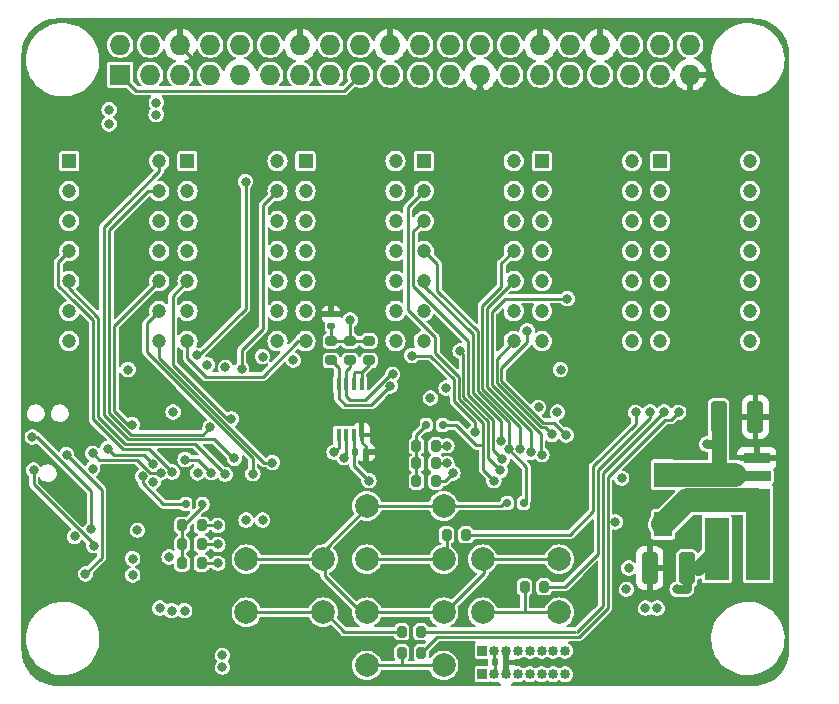
<source format=gbl>
%TF.GenerationSoftware,KiCad,Pcbnew,7.0.8*%
%TF.CreationDate,2023-10-22T00:54:02+03:00*%
%TF.ProjectId,ltp_kikad,6c74705f-6b69-46b6-9164-2e6b69636164,rev?*%
%TF.SameCoordinates,Original*%
%TF.FileFunction,Copper,L4,Bot*%
%TF.FilePolarity,Positive*%
%FSLAX46Y46*%
G04 Gerber Fmt 4.6, Leading zero omitted, Abs format (unit mm)*
G04 Created by KiCad (PCBNEW 7.0.8) date 2023-10-22 00:54:02*
%MOMM*%
%LPD*%
G01*
G04 APERTURE LIST*
G04 Aperture macros list*
%AMRoundRect*
0 Rectangle with rounded corners*
0 $1 Rounding radius*
0 $2 $3 $4 $5 $6 $7 $8 $9 X,Y pos of 4 corners*
0 Add a 4 corners polygon primitive as box body*
4,1,4,$2,$3,$4,$5,$6,$7,$8,$9,$2,$3,0*
0 Add four circle primitives for the rounded corners*
1,1,$1+$1,$2,$3*
1,1,$1+$1,$4,$5*
1,1,$1+$1,$6,$7*
1,1,$1+$1,$8,$9*
0 Add four rect primitives between the rounded corners*
20,1,$1+$1,$2,$3,$4,$5,0*
20,1,$1+$1,$4,$5,$6,$7,0*
20,1,$1+$1,$6,$7,$8,$9,0*
20,1,$1+$1,$8,$9,$2,$3,0*%
%AMFreePoly0*
4,1,9,5.362500,-0.866500,1.237500,-0.866500,1.237500,-0.450000,-1.237500,-0.450000,-1.237500,0.450000,1.237500,0.450000,1.237500,0.866500,5.362500,0.866500,5.362500,-0.866500,5.362500,-0.866500,$1*%
G04 Aperture macros list end*
%TA.AperFunction,ComponentPad*%
%ADD10R,1.200000X1.200000*%
%TD*%
%TA.AperFunction,ComponentPad*%
%ADD11C,1.200000*%
%TD*%
%TA.AperFunction,ComponentPad*%
%ADD12C,2.000000*%
%TD*%
%TA.AperFunction,ComponentPad*%
%ADD13R,0.850000X0.850000*%
%TD*%
%TA.AperFunction,ComponentPad*%
%ADD14O,0.850000X0.850000*%
%TD*%
%TA.AperFunction,ComponentPad*%
%ADD15R,1.727200X1.727200*%
%TD*%
%TA.AperFunction,ComponentPad*%
%ADD16O,1.727200X1.727200*%
%TD*%
%TA.AperFunction,SMDPad,CuDef*%
%ADD17R,2.300000X0.900000*%
%TD*%
%TA.AperFunction,SMDPad,CuDef*%
%ADD18FreePoly0,180.000000*%
%TD*%
%TA.AperFunction,SMDPad,CuDef*%
%ADD19RoundRect,0.150000X0.150000X0.200000X-0.150000X0.200000X-0.150000X-0.200000X0.150000X-0.200000X0*%
%TD*%
%TA.AperFunction,SMDPad,CuDef*%
%ADD20RoundRect,0.200000X0.275000X-0.200000X0.275000X0.200000X-0.275000X0.200000X-0.275000X-0.200000X0*%
%TD*%
%TA.AperFunction,SMDPad,CuDef*%
%ADD21RoundRect,0.250000X-0.412500X-1.100000X0.412500X-1.100000X0.412500X1.100000X-0.412500X1.100000X0*%
%TD*%
%TA.AperFunction,SMDPad,CuDef*%
%ADD22RoundRect,0.250000X0.412500X1.100000X-0.412500X1.100000X-0.412500X-1.100000X0.412500X-1.100000X0*%
%TD*%
%TA.AperFunction,SMDPad,CuDef*%
%ADD23RoundRect,0.200000X-0.200000X-0.275000X0.200000X-0.275000X0.200000X0.275000X-0.200000X0.275000X0*%
%TD*%
%TA.AperFunction,SMDPad,CuDef*%
%ADD24R,2.000000X5.300000*%
%TD*%
%TA.AperFunction,SMDPad,CuDef*%
%ADD25RoundRect,0.140000X0.170000X-0.140000X0.170000X0.140000X-0.170000X0.140000X-0.170000X-0.140000X0*%
%TD*%
%TA.AperFunction,SMDPad,CuDef*%
%ADD26RoundRect,0.140000X-0.140000X-0.170000X0.140000X-0.170000X0.140000X0.170000X-0.140000X0.170000X0*%
%TD*%
%TA.AperFunction,SMDPad,CuDef*%
%ADD27R,0.400000X1.100000*%
%TD*%
%TA.AperFunction,SMDPad,CuDef*%
%ADD28RoundRect,0.200000X-0.275000X0.200000X-0.275000X-0.200000X0.275000X-0.200000X0.275000X0.200000X0*%
%TD*%
%TA.AperFunction,SMDPad,CuDef*%
%ADD29R,1.550000X2.100000*%
%TD*%
%TA.AperFunction,SMDPad,CuDef*%
%ADD30RoundRect,0.150000X-0.150000X-0.200000X0.150000X-0.200000X0.150000X0.200000X-0.150000X0.200000X0*%
%TD*%
%TA.AperFunction,ViaPad*%
%ADD31C,0.800000*%
%TD*%
%TA.AperFunction,Conductor*%
%ADD32C,0.250000*%
%TD*%
%TA.AperFunction,Conductor*%
%ADD33C,0.800000*%
%TD*%
%TA.AperFunction,Conductor*%
%ADD34C,1.300000*%
%TD*%
%TA.AperFunction,Conductor*%
%ADD35C,2.000000*%
%TD*%
G04 APERTURE END LIST*
D10*
%TO.P,DS6,1,ANODE_COLUMN_2*%
%TO.N,2_an3*%
X173017000Y-65150000D03*
D11*
%TO.P,DS6,2,CATHODE_ROW_1*%
%TO.N,2_ca0*%
X173017000Y-67690000D03*
%TO.P,DS6,3,CATHODE_ROW_3*%
%TO.N,2_ca2*%
X173017000Y-70230000D03*
%TO.P,DS6,4,CATHODE_ROW_4*%
%TO.N,2_ca3*%
X173017000Y-72770000D03*
%TO.P,DS6,5,ANODE_COLUMN_1*%
%TO.N,2_an4*%
X173017000Y-75310000D03*
%TO.P,DS6,6,NO_PIN*%
%TO.N,unconnected-(DS6-NO_PIN-Pad6)*%
X173017000Y-77850000D03*
%TO.P,DS6,7,ANODE_DECIMAL_POINT*%
%TO.N,unconnected-(DS6-ANODE_DECIMAL_POINT-Pad7)*%
X173017000Y-80390000D03*
%TO.P,DS6,8,ANODE_COLUMN_3*%
%TO.N,2_an2*%
X180637000Y-80390000D03*
%TO.P,DS6,9,CATHODE_ROW_7*%
%TO.N,2_ca6*%
X180637000Y-77850000D03*
%TO.P,DS6,10,CATHODE_ROW_6*%
%TO.N,2_ca5*%
X180637000Y-75310000D03*
%TO.P,DS6,11,CATHODE__ROW_5*%
%TO.N,2_ca4*%
X180637000Y-72770000D03*
%TO.P,DS6,12,CAATHODE_ROW_2*%
%TO.N,2_ca1*%
X180637000Y-70230000D03*
%TO.P,DS6,13,ANODE_COLUMN_5*%
%TO.N,2_an0*%
X180637000Y-67690000D03*
%TO.P,DS6,14,ANODE_COLUMN_4*%
%TO.N,2_an1*%
X180637000Y-65150000D03*
%TD*%
D10*
%TO.P,DS3,1,ANODE_COLUMN_2*%
%TO.N,an3*%
X143017000Y-65149600D03*
D11*
%TO.P,DS3,2,CATHODE_ROW_1*%
%TO.N,ca0*%
X143017000Y-67689600D03*
%TO.P,DS3,3,CATHODE_ROW_3*%
%TO.N,ca2*%
X143017000Y-70229600D03*
%TO.P,DS3,4,CATHODE_ROW_4*%
%TO.N,ca3*%
X143017000Y-72769600D03*
%TO.P,DS3,5,ANODE_COLUMN_1*%
%TO.N,an4*%
X143017000Y-75309600D03*
%TO.P,DS3,6,NO_PIN*%
%TO.N,unconnected-(DS3-NO_PIN-Pad6)*%
X143017000Y-77849600D03*
%TO.P,DS3,7,ANODE_DECIMAL_POINT*%
%TO.N,an15*%
X143017000Y-80389600D03*
%TO.P,DS3,8,ANODE_COLUMN_3*%
%TO.N,an2*%
X150637000Y-80389600D03*
%TO.P,DS3,9,CATHODE_ROW_7*%
%TO.N,ca6*%
X150637000Y-77849600D03*
%TO.P,DS3,10,CATHODE_ROW_6*%
%TO.N,ca5*%
X150637000Y-75309600D03*
%TO.P,DS3,11,CATHODE__ROW_5*%
%TO.N,ca4*%
X150637000Y-72769600D03*
%TO.P,DS3,12,CAATHODE_ROW_2*%
%TO.N,ca1*%
X150637000Y-70229600D03*
%TO.P,DS3,13,ANODE_COLUMN_5*%
%TO.N,an0*%
X150637000Y-67689600D03*
%TO.P,DS3,14,ANODE_COLUMN_4*%
%TO.N,an1*%
X150637000Y-65149600D03*
%TD*%
D12*
%TO.P,SW4,1,1*%
%TO.N,sw_ks2*%
X158012000Y-98850000D03*
X164512000Y-98850000D03*
%TO.P,SW4,2,2*%
%TO.N,Net-(R6-Pad1)*%
X158012000Y-103350000D03*
X164512000Y-103350000D03*
%TD*%
D13*
%TO.P,J5,1,Pin_1*%
%TO.N,SDA*%
X158000000Y-106600000D03*
D14*
%TO.P,J5,2,Pin_2*%
%TO.N,+3V3*%
X159000000Y-106600000D03*
%TO.P,J5,3,Pin_3*%
%TO.N,GND*%
X160000000Y-106600000D03*
%TO.P,J5,4,Pin_4*%
%TO.N,JNRST*%
X161000000Y-106600000D03*
%TO.P,J5,5,Pin_5*%
%TO.N,Net-(J5-Pin_5)*%
X162000000Y-106600000D03*
%TO.P,J5,6,Pin_6*%
%TO.N,Net-(J5-Pin_6)*%
X163000000Y-106600000D03*
%TO.P,J5,7,Pin_7*%
%TO.N,JTMS*%
X164000000Y-106600000D03*
%TO.P,J5,8,Pin_8*%
%TO.N,JTCK*%
X165000000Y-106600000D03*
%TD*%
D10*
%TO.P,DS5,1,ANODE_COLUMN_2*%
%TO.N,2_an8*%
X163017000Y-65150000D03*
D11*
%TO.P,DS5,2,CATHODE_ROW_1*%
%TO.N,2_ca0*%
X163017000Y-67690000D03*
%TO.P,DS5,3,CATHODE_ROW_3*%
%TO.N,2_ca2*%
X163017000Y-70230000D03*
%TO.P,DS5,4,CATHODE_ROW_4*%
%TO.N,2_ca3*%
X163017000Y-72770000D03*
%TO.P,DS5,5,ANODE_COLUMN_1*%
%TO.N,2_an9*%
X163017000Y-75310000D03*
%TO.P,DS5,6,NO_PIN*%
%TO.N,unconnected-(DS5-NO_PIN-Pad6)*%
X163017000Y-77850000D03*
%TO.P,DS5,7,ANODE_DECIMAL_POINT*%
%TO.N,2_an15*%
X163017000Y-80390000D03*
%TO.P,DS5,8,ANODE_COLUMN_3*%
%TO.N,2_an7*%
X170637000Y-80390000D03*
%TO.P,DS5,9,CATHODE_ROW_7*%
%TO.N,2_ca6*%
X170637000Y-77850000D03*
%TO.P,DS5,10,CATHODE_ROW_6*%
%TO.N,2_ca5*%
X170637000Y-75310000D03*
%TO.P,DS5,11,CATHODE__ROW_5*%
%TO.N,2_ca4*%
X170637000Y-72770000D03*
%TO.P,DS5,12,CAATHODE_ROW_2*%
%TO.N,2_ca1*%
X170637000Y-70230000D03*
%TO.P,DS5,13,ANODE_COLUMN_5*%
%TO.N,2_an5*%
X170637000Y-67690000D03*
%TO.P,DS5,14,ANODE_COLUMN_4*%
%TO.N,2_an6*%
X170637000Y-65150000D03*
%TD*%
D10*
%TO.P,DS2,1,ANODE_COLUMN_2*%
%TO.N,an8*%
X133017000Y-65150000D03*
D11*
%TO.P,DS2,2,CATHODE_ROW_1*%
%TO.N,ca0*%
X133017000Y-67690000D03*
%TO.P,DS2,3,CATHODE_ROW_3*%
%TO.N,ca2*%
X133017000Y-70230000D03*
%TO.P,DS2,4,CATHODE_ROW_4*%
%TO.N,ca3*%
X133017000Y-72770000D03*
%TO.P,DS2,5,ANODE_COLUMN_1*%
%TO.N,an9*%
X133017000Y-75310000D03*
%TO.P,DS2,6,NO_PIN*%
%TO.N,unconnected-(DS2-NO_PIN-Pad6)*%
X133017000Y-77850000D03*
%TO.P,DS2,7,ANODE_DECIMAL_POINT*%
%TO.N,an15*%
X133017000Y-80390000D03*
%TO.P,DS2,8,ANODE_COLUMN_3*%
%TO.N,an7*%
X140637000Y-80390000D03*
%TO.P,DS2,9,CATHODE_ROW_7*%
%TO.N,ca7*%
X140637000Y-77850000D03*
%TO.P,DS2,10,CATHODE_ROW_6*%
%TO.N,ca5*%
X140637000Y-75310000D03*
%TO.P,DS2,11,CATHODE__ROW_5*%
%TO.N,ca4*%
X140637000Y-72770000D03*
%TO.P,DS2,12,CAATHODE_ROW_2*%
%TO.N,ca1*%
X140637000Y-70230000D03*
%TO.P,DS2,13,ANODE_COLUMN_5*%
%TO.N,an5*%
X140637000Y-67690000D03*
%TO.P,DS2,14,ANODE_COLUMN_4*%
%TO.N,an6*%
X140637000Y-65150000D03*
%TD*%
D10*
%TO.P,DS1,1,ANODE_COLUMN_2*%
%TO.N,an13*%
X123017000Y-65150000D03*
D11*
%TO.P,DS1,2,CATHODE_ROW_1*%
%TO.N,ca0*%
X123017000Y-67690000D03*
%TO.P,DS1,3,CATHODE_ROW_3*%
%TO.N,ca2*%
X123017000Y-70230000D03*
%TO.P,DS1,4,CATHODE_ROW_4*%
%TO.N,ca3*%
X123017000Y-72770000D03*
%TO.P,DS1,5,ANODE_COLUMN_1*%
%TO.N,an14*%
X123017000Y-75310000D03*
%TO.P,DS1,6,NO_PIN*%
%TO.N,unconnected-(DS1-NO_PIN-Pad6)*%
X123017000Y-77850000D03*
%TO.P,DS1,7,ANODE_DECIMAL_POINT*%
%TO.N,unconnected-(DS1-ANODE_DECIMAL_POINT-Pad7)*%
X123017000Y-80390000D03*
%TO.P,DS1,8,ANODE_COLUMN_3*%
%TO.N,an12*%
X130637000Y-80390000D03*
%TO.P,DS1,9,CATHODE_ROW_7*%
%TO.N,ca6*%
X130637000Y-77850000D03*
%TO.P,DS1,10,CATHODE_ROW_6*%
%TO.N,ca5*%
X130637000Y-75310000D03*
%TO.P,DS1,11,CATHODE__ROW_5*%
%TO.N,ca4*%
X130637000Y-72770000D03*
%TO.P,DS1,12,CAATHODE_ROW_2*%
%TO.N,ca1*%
X130637000Y-70230000D03*
%TO.P,DS1,13,ANODE_COLUMN_5*%
%TO.N,an10*%
X130637000Y-67690000D03*
%TO.P,DS1,14,ANODE_COLUMN_4*%
%TO.N,an11*%
X130637000Y-65150000D03*
%TD*%
D12*
%TO.P,SW1,1,1*%
%TO.N,sw_ks2*%
X148212000Y-94350000D03*
X154712000Y-94350000D03*
%TO.P,SW1,2,2*%
%TO.N,Net-(R8-Pad1)*%
X148212000Y-98850000D03*
X154712000Y-98850000D03*
%TD*%
%TO.P,SW2,1,1*%
%TO.N,sw_ks2*%
X138012000Y-98850000D03*
X144512000Y-98850000D03*
%TO.P,SW2,2,2*%
%TO.N,Net-(R9-Pad1)*%
X138012000Y-103350000D03*
X144512000Y-103350000D03*
%TD*%
D15*
%TO.P,J2,1,3.3V*%
%TO.N,+3V3*%
X127330000Y-57840000D03*
D16*
%TO.P,J2,2,5V*%
%TO.N,unconnected-(J2-5V-Pad2)*%
X127330000Y-55300000D03*
%TO.P,J2,3,BCM2_SDA*%
%TO.N,SDA*%
X129870000Y-57840000D03*
%TO.P,J2,4,5V*%
%TO.N,unconnected-(J2-5V-Pad4)*%
X129870000Y-55300000D03*
%TO.P,J2,5,BCM3_SCL*%
%TO.N,JTCK*%
X132410000Y-57840000D03*
%TO.P,J2,6,GND*%
%TO.N,GND*%
X132410000Y-55300000D03*
%TO.P,J2,7,BCM4_GPCLK0*%
%TO.N,unconnected-(J2-BCM4_GPCLK0-Pad7)*%
X134950000Y-57840000D03*
%TO.P,J2,8,BCM14_TXD*%
%TO.N,unconnected-(J2-BCM14_TXD-Pad8)*%
X134950000Y-55300000D03*
%TO.P,J2,9,GND*%
%TO.N,GND*%
X137490000Y-57840000D03*
%TO.P,J2,10,BCM15_RXD*%
%TO.N,unconnected-(J2-BCM15_RXD-Pad10)*%
X137490000Y-55300000D03*
%TO.P,J2,11,BCM17*%
%TO.N,unconnected-(J2-BCM17-Pad11)*%
X140030000Y-57840000D03*
%TO.P,J2,12,BCM18_PCM_C*%
%TO.N,unconnected-(J2-BCM18_PCM_C-Pad12)*%
X140030000Y-55300000D03*
%TO.P,J2,13,BCM27*%
%TO.N,unconnected-(J2-BCM27-Pad13)*%
X142570000Y-57840000D03*
%TO.P,J2,14,GND*%
%TO.N,GND*%
X142570000Y-55300000D03*
%TO.P,J2,15,BCM22*%
%TO.N,unconnected-(J2-BCM22-Pad15)*%
X145110000Y-57840000D03*
%TO.P,J2,16,BCM23*%
%TO.N,unconnected-(J2-BCM23-Pad16)*%
X145110000Y-55300000D03*
%TO.P,J2,17,3.3V*%
%TO.N,+3V3*%
X147650000Y-57840000D03*
%TO.P,J2,18,BCM24*%
%TO.N,unconnected-(J2-BCM24-Pad18)*%
X147650000Y-55300000D03*
%TO.P,J2,19,BCM10_MOSI*%
%TO.N,unconnected-(J2-BCM10_MOSI-Pad19)*%
X150190000Y-57840000D03*
%TO.P,J2,20,GND*%
%TO.N,GND*%
X150190000Y-55300000D03*
%TO.P,J2,21,BCM9_MISO*%
%TO.N,unconnected-(J2-BCM9_MISO-Pad21)*%
X152730000Y-57840000D03*
%TO.P,J2,22,BCM25*%
%TO.N,unconnected-(J2-BCM25-Pad22)*%
X152730000Y-55300000D03*
%TO.P,J2,23,BCM11_SCLK*%
%TO.N,unconnected-(J2-BCM11_SCLK-Pad23)*%
X155270000Y-57840000D03*
%TO.P,J2,24,BCM8_CE0*%
%TO.N,unconnected-(J2-BCM8_CE0-Pad24)*%
X155270000Y-55300000D03*
%TO.P,J2,25,GND*%
%TO.N,GND*%
X157810000Y-57840000D03*
%TO.P,J2,26,BCM7_CE1*%
%TO.N,unconnected-(J2-BCM7_CE1-Pad26)*%
X157810000Y-55300000D03*
%TO.P,J2,27,BCM0_ID_SD*%
%TO.N,unconnected-(J2-BCM0_ID_SD-Pad27)*%
X160350000Y-57840000D03*
%TO.P,J2,28,BCM1_ID_SC*%
%TO.N,unconnected-(J2-BCM1_ID_SC-Pad28)*%
X160350000Y-55300000D03*
%TO.P,J2,29,BCM5*%
%TO.N,unconnected-(J2-BCM5-Pad29)*%
X162890000Y-57840000D03*
%TO.P,J2,30,GND*%
%TO.N,GND*%
X162890000Y-55300000D03*
%TO.P,J2,31,BCM6*%
%TO.N,unconnected-(J2-BCM6-Pad31)*%
X165430000Y-57840000D03*
%TO.P,J2,32,BCM12_PWM0*%
%TO.N,unconnected-(J2-BCM12_PWM0-Pad32)*%
X165430000Y-55300000D03*
%TO.P,J2,33,BCM13_PWM1*%
%TO.N,unconnected-(J2-BCM13_PWM1-Pad33)*%
X167970000Y-57840000D03*
%TO.P,J2,34,GND*%
%TO.N,GND*%
X167970000Y-55300000D03*
%TO.P,J2,35,BCM19_MISO_PCM_FS*%
%TO.N,unconnected-(J2-BCM19_MISO_PCM_FS-Pad35)*%
X170510000Y-57840000D03*
%TO.P,J2,36,BCM16*%
%TO.N,unconnected-(J2-BCM16-Pad36)*%
X170510000Y-55300000D03*
%TO.P,J2,37,BCM26*%
%TO.N,unconnected-(J2-BCM26-Pad37)*%
X173050000Y-57840000D03*
%TO.P,J2,38,BCM20_MOSI_PCM_DI*%
%TO.N,unconnected-(J2-BCM20_MOSI_PCM_DI-Pad38)*%
X173050000Y-55300000D03*
%TO.P,J2,39,GND*%
%TO.N,GND*%
X175590000Y-57840000D03*
%TO.P,J2,40,BCM21_SCLK_PCM_DO*%
%TO.N,unconnected-(J2-BCM21_SCLK_PCM_DO-Pad40)*%
X175590000Y-55300000D03*
%TD*%
D13*
%TO.P,J6,1,Pin_1*%
%TO.N,unconnected-(J6-Pin_1-Pad1)*%
X158000000Y-108600000D03*
D14*
%TO.P,J6,2,Pin_2*%
%TO.N,+3V3*%
X159000000Y-108600000D03*
%TO.P,J6,3,Pin_3*%
%TO.N,GND*%
X160000000Y-108600000D03*
%TO.P,J6,4,Pin_4*%
%TO.N,unconnected-(J6-Pin_4-Pad4)*%
X161000000Y-108600000D03*
%TO.P,J6,5,Pin_5*%
%TO.N,unconnected-(J6-Pin_5-Pad5)*%
X162000000Y-108600000D03*
%TO.P,J6,6,Pin_6*%
%TO.N,unconnected-(J6-Pin_6-Pad6)*%
X163000000Y-108600000D03*
%TO.P,J6,7,Pin_7*%
%TO.N,unconnected-(J6-Pin_7-Pad7)*%
X164000000Y-108600000D03*
%TO.P,J6,8,Pin_8*%
%TO.N,unconnected-(J6-Pin_8-Pad8)*%
X165000000Y-108600000D03*
%TD*%
D10*
%TO.P,DS4,1,ANODE_COLUMN_2*%
%TO.N,2_an13*%
X153017000Y-65149600D03*
D11*
%TO.P,DS4,2,CATHODE_ROW_1*%
%TO.N,2_ca0*%
X153017000Y-67689600D03*
%TO.P,DS4,3,CATHODE_ROW_3*%
%TO.N,2_ca2*%
X153017000Y-70229600D03*
%TO.P,DS4,4,CATHODE_ROW_4*%
%TO.N,2_ca3*%
X153017000Y-72769600D03*
%TO.P,DS4,5,ANODE_COLUMN_1*%
%TO.N,2_an14*%
X153017000Y-75309600D03*
%TO.P,DS4,6,NO_PIN*%
%TO.N,unconnected-(DS4-NO_PIN-Pad6)*%
X153017000Y-77849600D03*
%TO.P,DS4,7,ANODE_DECIMAL_POINT*%
%TO.N,2_an15*%
X153017000Y-80389600D03*
%TO.P,DS4,8,ANODE_COLUMN_3*%
%TO.N,2_an12*%
X160637000Y-80389600D03*
%TO.P,DS4,9,CATHODE_ROW_7*%
%TO.N,2_ca7*%
X160637000Y-77849600D03*
%TO.P,DS4,10,CATHODE_ROW_6*%
%TO.N,2_ca5*%
X160637000Y-75309600D03*
%TO.P,DS4,11,CATHODE__ROW_5*%
%TO.N,2_ca4*%
X160637000Y-72769600D03*
%TO.P,DS4,12,CAATHODE_ROW_2*%
%TO.N,2_ca1*%
X160637000Y-70229600D03*
%TO.P,DS4,13,ANODE_COLUMN_5*%
%TO.N,2_an10*%
X160637000Y-67689600D03*
%TO.P,DS4,14,ANODE_COLUMN_4*%
%TO.N,2_an11*%
X160637000Y-65149600D03*
%TD*%
D12*
%TO.P,SW3,1,1*%
%TO.N,sw_ks2*%
X148212000Y-103350000D03*
X154712000Y-103350000D03*
%TO.P,SW3,2,2*%
%TO.N,Net-(R7-Pad1)*%
X148212000Y-107850000D03*
X154712000Y-107850000D03*
%TD*%
D17*
%TO.P,IC3,1,VSS*%
%TO.N,GND*%
X181237000Y-90300000D03*
D18*
%TO.P,IC3,2,VOUT*%
%TO.N,+5V*%
X181149500Y-91800000D03*
D17*
%TO.P,IC3,3,LX*%
%TO.N,Net-(D5-A)*%
X181237000Y-93300000D03*
%TD*%
D19*
%TO.P,D1,1,K*%
%TO.N,Net-(D1-K)*%
X153224500Y-87500000D03*
%TO.P,D1,2,A*%
%TO.N,2_ca0*%
X154624500Y-87500000D03*
%TD*%
%TO.P,D2,1,K*%
%TO.N,sw_ks2*%
X160087000Y-94100000D03*
%TO.P,D2,2,A*%
%TO.N,2_ca3*%
X161487000Y-94100000D03*
%TD*%
D20*
%TO.P,R20,1*%
%TO.N,5vSDA*%
X145187000Y-82025000D03*
%TO.P,R20,2*%
%TO.N,+5V*%
X145187000Y-80375000D03*
%TD*%
D21*
%TO.P,C14,1*%
%TO.N,GND*%
X172162000Y-99600000D03*
%TO.P,C14,2*%
%TO.N,+3V3*%
X175287000Y-99600000D03*
%TD*%
D22*
%TO.P,C13,1*%
%TO.N,GND*%
X181112000Y-86800000D03*
%TO.P,C13,2*%
%TO.N,+5V*%
X177987000Y-86800000D03*
%TD*%
D23*
%TO.P,R13,1*%
%TO.N,Net-(D4-K)*%
X132562000Y-99200000D03*
%TO.P,R13,2*%
%TO.N,an0*%
X134212000Y-99200000D03*
%TD*%
D24*
%TO.P,L1,1,1*%
%TO.N,+3V3*%
X177837000Y-98000000D03*
%TO.P,L1,2,2*%
%TO.N,Net-(D5-A)*%
X181337000Y-98000000D03*
%TD*%
D23*
%TO.P,R12,1*%
%TO.N,Net-(D1-K)*%
X152412000Y-92250000D03*
%TO.P,R12,2*%
%TO.N,2_an0*%
X154062000Y-92250000D03*
%TD*%
D20*
%TO.P,R19,1*%
%TO.N,5vSCL*%
X146787000Y-82025000D03*
%TO.P,R19,2*%
%TO.N,+5V*%
X146787000Y-80375000D03*
%TD*%
D23*
%TO.P,R14,1*%
%TO.N,Net-(D4-K)*%
X132562000Y-97600000D03*
%TO.P,R14,2*%
%TO.N,an1*%
X134212000Y-97600000D03*
%TD*%
D25*
%TO.P,C16,1*%
%TO.N,+5V*%
X145187000Y-79080000D03*
%TO.P,C16,2*%
%TO.N,GND*%
X145187000Y-78120000D03*
%TD*%
D26*
%TO.P,C15,1*%
%TO.N,+3V3*%
X147187000Y-89800000D03*
%TO.P,C15,2*%
%TO.N,GND*%
X148147000Y-89800000D03*
%TD*%
D27*
%TO.P,U2,1,GND*%
%TO.N,GND*%
X147762000Y-88350000D03*
%TO.P,U2,2,VREF1*%
%TO.N,+3V3*%
X147112000Y-88350000D03*
%TO.P,U2,3,SCL1*%
%TO.N,JTCK*%
X146462000Y-88350000D03*
%TO.P,U2,4,SDA1*%
%TO.N,SDA*%
X145812000Y-88350000D03*
%TO.P,U2,5,SDA2*%
%TO.N,5vSDA*%
X145812000Y-84050000D03*
%TO.P,U2,6,SCL2*%
%TO.N,5vSCL*%
X146462000Y-84050000D03*
%TO.P,U2,7,VREF2*%
%TO.N,Net-(U2-EN)*%
X147112000Y-84050000D03*
%TO.P,U2,8,EN*%
X147762000Y-84050000D03*
%TD*%
D23*
%TO.P,R9,1*%
%TO.N,Net-(R9-Pad1)*%
X151155000Y-105000000D03*
%TO.P,R9,2*%
%TO.N,2_an9*%
X152805000Y-105000000D03*
%TD*%
D28*
%TO.P,R18,1*%
%TO.N,+5V*%
X148387000Y-80375000D03*
%TO.P,R18,2*%
%TO.N,Net-(U2-EN)*%
X148387000Y-82025000D03*
%TD*%
D23*
%TO.P,R15,1*%
%TO.N,Net-(D4-K)*%
X132562000Y-96000000D03*
%TO.P,R15,2*%
%TO.N,an2*%
X134212000Y-96000000D03*
%TD*%
D29*
%TO.P,D5,1,K*%
%TO.N,+5V*%
X173287000Y-91700000D03*
%TO.P,D5,2,A*%
%TO.N,Net-(D5-A)*%
X173287000Y-95900000D03*
%TD*%
D23*
%TO.P,R11,1*%
%TO.N,Net-(D1-K)*%
X152412000Y-90750000D03*
%TO.P,R11,2*%
%TO.N,2_an1*%
X154062000Y-90750000D03*
%TD*%
%TO.P,R7,1*%
%TO.N,Net-(R7-Pad1)*%
X151162000Y-106800000D03*
%TO.P,R7,2*%
%TO.N,2_an10*%
X152812000Y-106800000D03*
%TD*%
D26*
%TO.P,C12,1*%
%TO.N,+3V3*%
X159027000Y-107600000D03*
%TO.P,C12,2*%
%TO.N,GND*%
X159987000Y-107600000D03*
%TD*%
D23*
%TO.P,R2,1*%
%TO.N,Net-(D1-K)*%
X152412000Y-89250000D03*
%TO.P,R2,2*%
%TO.N,2_an2*%
X154062000Y-89250000D03*
%TD*%
%TO.P,R8,1*%
%TO.N,Net-(R8-Pad1)*%
X154962000Y-96800000D03*
%TO.P,R8,2*%
%TO.N,2_an7*%
X156612000Y-96800000D03*
%TD*%
D30*
%TO.P,D4,1,K*%
%TO.N,Net-(D4-K)*%
X134287000Y-94200000D03*
%TO.P,D4,2,A*%
%TO.N,ca0*%
X132887000Y-94200000D03*
%TD*%
D23*
%TO.P,R6,1*%
%TO.N,Net-(R6-Pad1)*%
X161562000Y-101200000D03*
%TO.P,R6,2*%
%TO.N,2_an8*%
X163212000Y-101200000D03*
%TD*%
D31*
%TO.N,an15*%
X139387000Y-95550500D03*
%TO.N,2_an13*%
X152029944Y-81610944D03*
X157383730Y-88100000D03*
%TO.N,2_ca0*%
X158965751Y-92194232D03*
%TO.N,2_ca2*%
X159693547Y-90411248D03*
%TO.N,2_ca3*%
X160212000Y-89544016D03*
%TO.N,2_an14*%
X159533230Y-88840020D03*
%TO.N,2_an15*%
X169787000Y-92000000D03*
%TO.N,2_an12*%
X163873499Y-88298297D03*
%TO.N,2_ca6*%
X163032475Y-90008233D03*
X165187000Y-76800000D03*
%TO.N,2_ca5*%
X162103770Y-89808207D03*
%TO.N,2_ca4*%
X161210704Y-89484266D03*
%TO.N,2_ca1*%
X156112500Y-81225500D03*
X159492559Y-91339745D03*
%TO.N,2_an10*%
X174610056Y-86423056D03*
%TO.N,2_an11*%
X165087000Y-88350000D03*
X161787000Y-79515000D03*
%TO.N,2_an8*%
X172187000Y-86400000D03*
%TO.N,2_an9*%
X173387000Y-86400000D03*
%TO.N,2_an7*%
X170958900Y-86428100D03*
%TO.N,2_ca7*%
X169261500Y-95700000D03*
%TO.N,2_an2*%
X164608900Y-82800000D03*
X154987000Y-89250000D03*
%TO.N,2_an0*%
X155484632Y-91558652D03*
X162752364Y-86011475D03*
%TO.N,2_an1*%
X154987000Y-90750000D03*
X164340899Y-86406554D03*
%TO.N,ca7*%
X137987000Y-95550500D03*
%TO.N,GND*%
X131451034Y-90135966D03*
X175587000Y-53600000D03*
X178187000Y-62000000D03*
X132387000Y-53500000D03*
X159187000Y-95800000D03*
X151587000Y-97600000D03*
X167000000Y-72700000D03*
X139387000Y-86500000D03*
X175587000Y-60400000D03*
X158287000Y-95800000D03*
X119500000Y-100200000D03*
X174500000Y-66400000D03*
X128000000Y-67650000D03*
X154487000Y-79400000D03*
X136387000Y-62000000D03*
X144187000Y-90600000D03*
X137987000Y-79000000D03*
X171387000Y-108600000D03*
X147500000Y-71600000D03*
X149387000Y-87600000D03*
X164387000Y-73000000D03*
X133187000Y-86800000D03*
X134500000Y-77800000D03*
X166787000Y-108400000D03*
X141987000Y-86500000D03*
X134500000Y-62000000D03*
X134500000Y-70500000D03*
X183287000Y-64500000D03*
X166787000Y-102800000D03*
X151787000Y-62000000D03*
X155300000Y-75200000D03*
X155300000Y-62000000D03*
X134500000Y-72500000D03*
X123987000Y-93600000D03*
X126500000Y-108000000D03*
X127787000Y-86200000D03*
X155300000Y-64800000D03*
X166787000Y-97400000D03*
X123887000Y-99000000D03*
X174500000Y-80325000D03*
X167000000Y-80375000D03*
X131187000Y-108400000D03*
X119500000Y-71200000D03*
X147500000Y-68700000D03*
X167987000Y-53600000D03*
X178000000Y-77800000D03*
X171987000Y-62000000D03*
X151587000Y-96200000D03*
X162987000Y-53600000D03*
X133587000Y-56600000D03*
X119500000Y-94400000D03*
X156987000Y-90800000D03*
X172987000Y-88800000D03*
X158187000Y-67400000D03*
X174500000Y-75350000D03*
X138000000Y-62000000D03*
X128000000Y-73200000D03*
X178000000Y-75400000D03*
X158000000Y-73121047D03*
X167000000Y-70275000D03*
X147500000Y-76200000D03*
X122987000Y-61400000D03*
X135787000Y-104000000D03*
X165887000Y-86600000D03*
X119500000Y-60900000D03*
X157787000Y-59200000D03*
X155300000Y-67200000D03*
X183387000Y-82300000D03*
X128387000Y-64400000D03*
X144787000Y-91900000D03*
X119500000Y-83000000D03*
X145787000Y-107600000D03*
X176000000Y-108000000D03*
X128000000Y-76500000D03*
X134500000Y-75750000D03*
X166987000Y-77800000D03*
X142200000Y-108000000D03*
X168787000Y-65400000D03*
X137587000Y-60600000D03*
X174500000Y-72600000D03*
X142587000Y-53600000D03*
X150187000Y-53600000D03*
X158000000Y-76000000D03*
X168587000Y-88600000D03*
X155300000Y-70600000D03*
X167000000Y-67700000D03*
%TO.N,SDA*%
X130387000Y-60200000D03*
X123460056Y-96926944D03*
X145437497Y-89800000D03*
X131687000Y-103200000D03*
X171800000Y-103000000D03*
%TO.N,ca0*%
X129225471Y-91841988D03*
%TO.N,ca1*%
X130105037Y-92295356D03*
%TO.N,ca2*%
X124987000Y-89887153D03*
X130756553Y-91537378D03*
%TO.N,ca3*%
X131742790Y-91485857D03*
%TO.N,ca4*%
X133876150Y-91548850D03*
%TO.N,ca5*%
X132827456Y-90424751D03*
X135040699Y-91526899D03*
X128333094Y-87453906D03*
%TO.N,ca6*%
X138557000Y-91620500D03*
%TO.N,an13*%
X126274611Y-89487153D03*
X130095031Y-90792693D03*
%TO.N,an14*%
X136219177Y-91661051D03*
%TO.N,an12*%
X140221566Y-90670500D03*
%TO.N,an10*%
X134937000Y-87700500D03*
%TO.N,an11*%
X136992253Y-90311953D03*
%TO.N,an9*%
X136749482Y-86974280D03*
%TO.N,an8*%
X141987000Y-82000000D03*
%TO.N,an6*%
X139387000Y-81700000D03*
%TO.N,an5*%
X137603400Y-82724500D03*
%TO.N,an4*%
X136239215Y-82610621D03*
%TO.N,an3*%
X134687000Y-82400000D03*
%TO.N,an2*%
X135586111Y-95998405D03*
%TO.N,an1*%
X135587000Y-97600000D03*
X137946584Y-66886528D03*
X133787000Y-81600000D03*
%TO.N,an0*%
X131798900Y-86400000D03*
X135587000Y-99200000D03*
%TO.N,+3V3*%
X135987000Y-108000000D03*
X148387000Y-92200000D03*
X131464194Y-98676694D03*
X174487000Y-101400000D03*
X130687000Y-103000000D03*
X170387000Y-99600000D03*
X126387000Y-62000000D03*
X175287000Y-101400000D03*
X126387000Y-60800000D03*
X124987000Y-91200000D03*
X135987000Y-107000000D03*
X170187000Y-101400000D03*
%TO.N,JTCK*%
X132787000Y-103200000D03*
X130374701Y-61212299D03*
X124887000Y-96295500D03*
X146275170Y-90247055D03*
X119887000Y-88500000D03*
X172800000Y-103000000D03*
X128787000Y-96400000D03*
%TO.N,JTMS*%
X125087000Y-97700000D03*
X119987000Y-91300000D03*
%TO.N,JNRST*%
X124387000Y-100100000D03*
X122787000Y-90000000D03*
%TO.N,Net-(J5-Pin_5)*%
X128387000Y-100200000D03*
%TO.N,Net-(J5-Pin_6)*%
X128387000Y-98800000D03*
%TO.N,+5V*%
X153587000Y-85200000D03*
X154912500Y-84362970D03*
X146787000Y-78600000D03*
X176987000Y-89100000D03*
X127987000Y-82800000D03*
X177987000Y-89100000D03*
%TO.N,5vSCL*%
X150387000Y-83200000D03*
%TO.N,5vSDA*%
X150187000Y-84200000D03*
%TD*%
D32*
%TO.N,an15*%
X134586500Y-83399500D02*
X133017000Y-81830000D01*
X133017000Y-81830000D02*
X133017000Y-80390000D01*
X142397400Y-80389600D02*
X139387500Y-83399500D01*
X139387500Y-83399500D02*
X134586500Y-83399500D01*
X143017000Y-80389600D02*
X142397400Y-80389600D01*
%TO.N,2_an13*%
X153597944Y-81610944D02*
X155587000Y-83600000D01*
X157383730Y-87253589D02*
X157383730Y-88100000D01*
X155587000Y-85456859D02*
X157383730Y-87253589D01*
X155587000Y-83600000D02*
X155587000Y-85456859D01*
X152029944Y-81610944D02*
X153597944Y-81610944D01*
%TO.N,2_ca0*%
X151687000Y-77757037D02*
X151687000Y-69073500D01*
X155987000Y-85291173D02*
X155987000Y-83434314D01*
X158965751Y-92194232D02*
X158058230Y-91286711D01*
X158058230Y-87362403D02*
X155987000Y-85291173D01*
X158058230Y-91286711D02*
X158058230Y-89200000D01*
X153987000Y-81434314D02*
X153987000Y-80057037D01*
X155987000Y-83434314D02*
X153987000Y-81434314D01*
X151687000Y-69073500D02*
X153071900Y-67688600D01*
X157487000Y-89200000D02*
X155787000Y-87500000D01*
X153987000Y-80057037D02*
X151687000Y-77757037D01*
X158058230Y-89200000D02*
X157487000Y-89200000D01*
X155787000Y-87500000D02*
X154862000Y-87500000D01*
X158058230Y-89200000D02*
X158058230Y-87362403D01*
%TO.N,2_ca2*%
X155987000Y-79600000D02*
X155987000Y-79582163D01*
X152142000Y-71104600D02*
X153017000Y-70229600D01*
X158858230Y-87031031D02*
X158858230Y-89575931D01*
X155987000Y-79582163D02*
X152142000Y-75737163D01*
X156787000Y-80400000D02*
X156787000Y-84959801D01*
X156787000Y-84959801D02*
X158858230Y-87031031D01*
X152142000Y-75737163D02*
X152142000Y-71104600D01*
X155987000Y-79600000D02*
X156787000Y-80400000D01*
X158858230Y-89575931D02*
X159693547Y-90411248D01*
%TO.N,2_ca3*%
X161724500Y-91056516D02*
X160212000Y-89544016D01*
X157587000Y-79563604D02*
X157587000Y-84628430D01*
X154187000Y-73883700D02*
X154187000Y-76163604D01*
X161724500Y-93900000D02*
X161724500Y-91056516D01*
X160212000Y-87253429D02*
X160212000Y-89544016D01*
X154187000Y-76163604D02*
X157587000Y-79563604D01*
X157587000Y-84628430D02*
X160212000Y-87253429D01*
X153071900Y-72768600D02*
X154187000Y-73883700D01*
%TO.N,2_an14*%
X153071900Y-75308600D02*
X153071900Y-75684900D01*
X159533230Y-87140345D02*
X159533230Y-88840020D01*
X157187000Y-79800000D02*
X157187000Y-84794116D01*
X157187000Y-84794116D02*
X159533230Y-87140345D01*
X153071900Y-75684900D02*
X157187000Y-79800000D01*
%TO.N,2_an12*%
X159187000Y-81893500D02*
X160691900Y-80388600D01*
X162921314Y-87700000D02*
X159187000Y-83965686D01*
X159187000Y-83965686D02*
X159187000Y-81893500D01*
X163275202Y-87700000D02*
X162921314Y-87700000D01*
X163873499Y-88298297D02*
X163275202Y-87700000D01*
%TO.N,2_ca6*%
X158787000Y-84131372D02*
X162922626Y-88266998D01*
X162922626Y-89898384D02*
X163032475Y-90008233D01*
X158787000Y-77950000D02*
X158787000Y-84131372D01*
X162922626Y-88266998D02*
X162922626Y-89898384D01*
X165187000Y-76800000D02*
X159937000Y-76800000D01*
X159937000Y-76800000D02*
X158787000Y-77950000D01*
%TO.N,2_ca5*%
X162103770Y-88013828D02*
X162103770Y-89808207D01*
X160637000Y-75309600D02*
X158387000Y-77559600D01*
X158387000Y-77559600D02*
X158387000Y-84297058D01*
X158387000Y-84297058D02*
X162103770Y-88013828D01*
%TO.N,2_ca4*%
X157987000Y-84462744D02*
X161210704Y-87686447D01*
X160637000Y-72769600D02*
X159587000Y-73819600D01*
X161210704Y-87686447D02*
X161210704Y-89484266D01*
X157987000Y-77377104D02*
X157987000Y-84462744D01*
X159587000Y-73819600D02*
X159587000Y-75777104D01*
X159587000Y-75777104D02*
X157987000Y-77377104D01*
%TO.N,2_ca1*%
X156112500Y-81225500D02*
X156387000Y-81500000D01*
X158458230Y-90305416D02*
X159492559Y-91339745D01*
X156387000Y-81500000D02*
X156387000Y-85125487D01*
X158458230Y-87196717D02*
X158458230Y-90305416D01*
X156387000Y-85125487D02*
X158458230Y-87196717D01*
%TO.N,2_an10*%
X168587000Y-103000000D02*
X166149495Y-105437505D01*
X173958112Y-87075000D02*
X173412000Y-87075000D01*
X154174495Y-105437505D02*
X152812000Y-106800000D01*
X168587000Y-91900000D02*
X168587000Y-103000000D01*
X173412000Y-87075000D02*
X168587000Y-91900000D01*
X174610056Y-86423056D02*
X173958112Y-87075000D01*
X166149495Y-105437505D02*
X154174495Y-105437505D01*
%TO.N,2_an11*%
X163087000Y-87300000D02*
X159587000Y-83800000D01*
X161787000Y-80500000D02*
X161787000Y-79515000D01*
X164037000Y-87300000D02*
X163087000Y-87300000D01*
X165087000Y-88350000D02*
X164037000Y-87300000D01*
X159587000Y-83800000D02*
X159587000Y-82700000D01*
X159587000Y-82700000D02*
X161787000Y-80500000D01*
%TO.N,2_an8*%
X167787000Y-98375000D02*
X164962000Y-101200000D01*
X167787000Y-91300000D02*
X167787000Y-98375000D01*
X172187000Y-86400000D02*
X172187000Y-86900000D01*
X164962000Y-101200000D02*
X163212000Y-101200000D01*
X172187000Y-86900000D02*
X167787000Y-91300000D01*
%TO.N,2_an9*%
X168187000Y-91600000D02*
X173387000Y-86400000D01*
X168187000Y-102834314D02*
X168187000Y-91600000D01*
X167587000Y-103400000D02*
X167621314Y-103400000D01*
X165987000Y-105000000D02*
X167587000Y-103400000D01*
X167621314Y-103400000D02*
X168187000Y-102834314D01*
X152805000Y-105000000D02*
X165862000Y-105000000D01*
%TO.N,2_an7*%
X167387000Y-94800000D02*
X165387000Y-96800000D01*
X170958900Y-87428100D02*
X167387000Y-91000000D01*
X165387000Y-96800000D02*
X156612000Y-96800000D01*
X170958900Y-86428100D02*
X170958900Y-87428100D01*
X167387000Y-91000000D02*
X167387000Y-94800000D01*
%TO.N,2_an2*%
X154987000Y-89250000D02*
X154062000Y-89250000D01*
%TO.N,2_an0*%
X154793284Y-92250000D02*
X154062000Y-92250000D01*
X155484632Y-91558652D02*
X154793284Y-92250000D01*
%TO.N,2_an1*%
X154987000Y-90750000D02*
X154062000Y-90750000D01*
%TO.N,GND*%
X159987000Y-108587000D02*
X160000000Y-108600000D01*
X160000000Y-107587000D02*
X159987000Y-107600000D01*
X132387000Y-55297000D02*
X132390000Y-55300000D01*
X160000000Y-106600000D02*
X160000000Y-107587000D01*
X132390000Y-55300000D02*
X132390000Y-55403000D01*
X132390000Y-55403000D02*
X133587000Y-56600000D01*
X132387000Y-53500000D02*
X132387000Y-55297000D01*
X148147000Y-89360000D02*
X147762000Y-88975000D01*
X147762000Y-88975000D02*
X147762000Y-88350000D01*
X159987000Y-107600000D02*
X159987000Y-108587000D01*
X148147000Y-89800000D02*
X148147000Y-89360000D01*
%TO.N,SDA*%
X145812000Y-89425497D02*
X145812000Y-88350000D01*
X145437497Y-89800000D02*
X145812000Y-89425497D01*
%TO.N,ca0*%
X129225471Y-92438471D02*
X130987000Y-94200000D01*
X129225471Y-91841988D02*
X129225471Y-92438471D01*
X130987000Y-94200000D02*
X132949500Y-94200000D01*
%TO.N,ca2*%
X124987000Y-89887153D02*
X125549847Y-90450000D01*
X128787371Y-90450000D02*
X129874749Y-91537378D01*
X125549847Y-90450000D02*
X128787371Y-90450000D01*
X129874749Y-91537378D02*
X130756553Y-91537378D01*
%TO.N,ca3*%
X123373852Y-76975000D02*
X123379437Y-76975000D01*
X123379437Y-76975000D02*
X125037000Y-78632563D01*
X125037000Y-87020889D02*
X127548711Y-89532600D01*
X122092000Y-73695000D02*
X122092000Y-75693148D01*
X127548711Y-89532600D02*
X129789533Y-89532600D01*
X125037000Y-78632563D02*
X125037000Y-87020889D01*
X129789533Y-89532600D02*
X131742790Y-91485857D01*
X122092000Y-75693148D02*
X123373852Y-76975000D01*
X123017000Y-72770000D02*
X122092000Y-73695000D01*
%TO.N,ca5*%
X128333094Y-87453906D02*
X128015601Y-87453906D01*
X135040699Y-91526899D02*
X133938551Y-90424751D01*
X126837000Y-86275305D02*
X126837000Y-79110000D01*
X126837000Y-79110000D02*
X130637000Y-75310000D01*
X133938551Y-90424751D02*
X132827456Y-90424751D01*
X128015601Y-87453906D02*
X126837000Y-86275305D01*
%TO.N,ca6*%
X129587000Y-81331372D02*
X129587000Y-78900000D01*
X138557000Y-90301372D02*
X129587000Y-81331372D01*
X138557000Y-91620500D02*
X138557000Y-90301372D01*
X129587000Y-78900000D02*
X130637000Y-77850000D01*
%TO.N,an13*%
X129302338Y-90000000D02*
X130095031Y-90792693D01*
X126787458Y-90000000D02*
X129302338Y-90000000D01*
X126274611Y-89487153D02*
X126787458Y-90000000D01*
%TO.N,an14*%
X125487000Y-86834493D02*
X127752507Y-89100000D01*
X123017000Y-75310000D02*
X123017000Y-75930000D01*
X133694827Y-89100000D02*
X136219177Y-91624350D01*
X136219177Y-91624350D02*
X136219177Y-91661051D01*
X123017000Y-75930000D02*
X125487000Y-78400000D01*
X125487000Y-78400000D02*
X125487000Y-86834493D01*
X127752507Y-89100000D02*
X133694827Y-89100000D01*
%TO.N,an12*%
X140221566Y-90670500D02*
X139491814Y-90670500D01*
X130637000Y-81815686D02*
X130637000Y-80390000D01*
X139491814Y-90670500D02*
X130637000Y-81815686D01*
%TO.N,an10*%
X126387000Y-71000000D02*
X129697000Y-67690000D01*
X126387000Y-86461701D02*
X126387000Y-71000000D01*
X134337500Y-88300000D02*
X128225299Y-88300000D01*
X134937000Y-87700500D02*
X134337500Y-88300000D01*
X128225299Y-88300000D02*
X126387000Y-86461701D01*
X129697000Y-67690000D02*
X130637000Y-67690000D01*
%TO.N,an11*%
X135287000Y-88700000D02*
X127988903Y-88700000D01*
X136992253Y-90311953D02*
X136898953Y-90311953D01*
X136898953Y-90311953D02*
X135287000Y-88700000D01*
X130637000Y-65998528D02*
X130637000Y-65150000D01*
X125937000Y-86648097D02*
X125937000Y-70698528D01*
X127988903Y-88700000D02*
X125937000Y-86648097D01*
X125937000Y-70698528D02*
X130637000Y-65998528D01*
%TO.N,an9*%
X131787000Y-82400000D02*
X131787000Y-76540000D01*
X136361280Y-86974280D02*
X131787000Y-82400000D01*
X131787000Y-76540000D02*
X133017000Y-75310000D01*
X136749482Y-86974280D02*
X136361280Y-86974280D01*
%TO.N,an5*%
X140637000Y-67690000D02*
X139435056Y-68891944D01*
X139435056Y-68891944D02*
X139435056Y-79351944D01*
X137603400Y-81183600D02*
X137603400Y-82724500D01*
X139435056Y-79351944D02*
X137603400Y-81183600D01*
%TO.N,an2*%
X135584516Y-96000000D02*
X135586111Y-95998405D01*
X134612000Y-96000000D02*
X135584516Y-96000000D01*
%TO.N,an1*%
X137946584Y-68791827D02*
X137946584Y-66886528D01*
X137938411Y-68800000D02*
X137946584Y-68791827D01*
X137938411Y-77648589D02*
X137938411Y-68800000D01*
X134612000Y-97600000D02*
X135587000Y-97600000D01*
X133987000Y-81600000D02*
X137938411Y-77648589D01*
X133787000Y-81600000D02*
X133987000Y-81600000D01*
%TO.N,an0*%
X134612000Y-99200000D02*
X135587000Y-99200000D01*
%TO.N,Net-(D1-K)*%
X152412000Y-88312500D02*
X152412000Y-89250000D01*
X153224500Y-87500000D02*
X152412000Y-88312500D01*
X152412000Y-89250000D02*
X152412000Y-90750000D01*
X152412000Y-90750000D02*
X152412000Y-92250000D01*
%TO.N,+3V3*%
X159000000Y-106600000D02*
X159000000Y-107573000D01*
D33*
X175287000Y-99600000D02*
X175287000Y-101400000D01*
D32*
X127330000Y-57840000D02*
X128690000Y-59200000D01*
X147112000Y-88350000D02*
X147112000Y-90925000D01*
D33*
X175287000Y-101400000D02*
X174487000Y-101400000D01*
D34*
X176237000Y-99600000D02*
X177837000Y-98000000D01*
D32*
X159000000Y-107573000D02*
X159027000Y-107600000D01*
X159027000Y-108573000D02*
X159000000Y-108600000D01*
X159027000Y-107600000D02*
X159027000Y-108573000D01*
X147112000Y-90925000D02*
X148387000Y-92200000D01*
X128690000Y-59200000D02*
X146290000Y-59200000D01*
X146290000Y-59200000D02*
X147650000Y-57840000D01*
%TO.N,sw_ks2*%
X144637000Y-98050000D02*
X144637000Y-98850000D01*
X158137000Y-100050000D02*
X158137000Y-98850000D01*
X159599500Y-94350000D02*
X159849500Y-94100000D01*
X154712000Y-94350000D02*
X159599500Y-94350000D01*
X144637000Y-98850000D02*
X138137000Y-98850000D01*
X158137000Y-98850000D02*
X164637000Y-98850000D01*
X154837000Y-103350000D02*
X158137000Y-100050000D01*
X144637000Y-100250000D02*
X147737000Y-103350000D01*
X147737000Y-103350000D02*
X148337000Y-103350000D01*
X148337000Y-94350000D02*
X144637000Y-98050000D01*
X148337000Y-103350000D02*
X154837000Y-103350000D01*
X144637000Y-98850000D02*
X144637000Y-100250000D01*
X154837000Y-94350000D02*
X148337000Y-94350000D01*
%TO.N,Net-(R6-Pad1)*%
X158137000Y-103350000D02*
X161587000Y-103350000D01*
X161587000Y-101225000D02*
X161562000Y-101200000D01*
X161587000Y-103350000D02*
X164637000Y-103350000D01*
X161587000Y-103350000D02*
X161587000Y-101225000D01*
X164637000Y-103350000D02*
X165237000Y-103350000D01*
%TO.N,Net-(R7-Pad1)*%
X148337000Y-107850000D02*
X151187000Y-107850000D01*
X151162000Y-107825000D02*
X151187000Y-107850000D01*
X151187000Y-107850000D02*
X154837000Y-107850000D01*
X151162000Y-106800000D02*
X151162000Y-107825000D01*
%TO.N,Net-(R8-Pad1)*%
X148337000Y-98850000D02*
X154837000Y-98850000D01*
X154962000Y-96800000D02*
X154962000Y-98725000D01*
X154962000Y-98725000D02*
X154837000Y-98850000D01*
%TO.N,Net-(R9-Pad1)*%
X144637000Y-103350000D02*
X146287000Y-105000000D01*
X146287000Y-105000000D02*
X150762000Y-105000000D01*
X138137000Y-103350000D02*
X144637000Y-103350000D01*
%TO.N,JTCK*%
X124887000Y-93100000D02*
X124887000Y-96295500D01*
X146462000Y-90060225D02*
X146462000Y-88350000D01*
X120287000Y-88500000D02*
X124887000Y-93100000D01*
X119887000Y-88500000D02*
X120287000Y-88500000D01*
X146275170Y-90247055D02*
X146462000Y-90060225D01*
%TO.N,JTMS*%
X125087000Y-97700000D02*
X125087000Y-97600000D01*
X119987000Y-92500000D02*
X119987000Y-91300000D01*
X125087000Y-97600000D02*
X119987000Y-92500000D01*
%TO.N,JNRST*%
X125762000Y-98725000D02*
X124387000Y-100100000D01*
X122787000Y-90000000D02*
X125762000Y-92975000D01*
X125762000Y-92975000D02*
X125762000Y-98725000D01*
%TO.N,Net-(D4-K)*%
X134524500Y-94200000D02*
X132724500Y-96000000D01*
X132724500Y-96000000D02*
X132562000Y-96000000D01*
X132562000Y-96000000D02*
X132562000Y-97600000D01*
X132562000Y-97600000D02*
X132562000Y-99200000D01*
D34*
%TO.N,+5V*%
X177987000Y-89100000D02*
X177987000Y-91600000D01*
D33*
X177987000Y-89100000D02*
X176987000Y-89100000D01*
D35*
X173587000Y-91700000D02*
X177887000Y-91700000D01*
X177887000Y-91700000D02*
X179410654Y-91700000D01*
D34*
X177987000Y-86800000D02*
X177987000Y-89100000D01*
D32*
X145187000Y-79080000D02*
X145187000Y-80375000D01*
D35*
X177987000Y-91600000D02*
X177887000Y-91700000D01*
D32*
X146787000Y-80375000D02*
X146787000Y-78600000D01*
X145187000Y-80375000D02*
X148387000Y-80375000D01*
D35*
%TO.N,Net-(D5-A)*%
X175337000Y-93850000D02*
X173287000Y-95900000D01*
X181270500Y-93850000D02*
X175337000Y-93850000D01*
X181337000Y-93916500D02*
X181270500Y-93850000D01*
X181337000Y-98000000D02*
X181337000Y-93916500D01*
D32*
%TO.N,5vSCL*%
X146462000Y-82925000D02*
X146787000Y-82600000D01*
X146787000Y-82600000D02*
X146787000Y-82025000D01*
X146787000Y-85400000D02*
X148032405Y-85400000D01*
X146462000Y-84050000D02*
X146462000Y-82925000D01*
X148032405Y-85400000D02*
X150232405Y-83200000D01*
X146462000Y-84050000D02*
X146462000Y-85075000D01*
X150232405Y-83200000D02*
X150387000Y-83200000D01*
X146462000Y-85075000D02*
X146787000Y-85400000D01*
%TO.N,5vSDA*%
X146387000Y-85800000D02*
X145812000Y-85225000D01*
X145812000Y-85225000D02*
X145812000Y-84050000D01*
X150187000Y-84200000D02*
X148587000Y-85800000D01*
X145812000Y-82650000D02*
X145187000Y-82025000D01*
X148587000Y-85800000D02*
X146387000Y-85800000D01*
X145812000Y-84050000D02*
X145812000Y-82650000D01*
%TO.N,Net-(U2-EN)*%
X147787000Y-83000000D02*
X147762000Y-83025000D01*
X147187000Y-83000000D02*
X147787000Y-83000000D01*
X148387000Y-82025000D02*
X148387000Y-82400000D01*
X148387000Y-82400000D02*
X147787000Y-83000000D01*
X147762000Y-83025000D02*
X147762000Y-84050000D01*
X147112000Y-83075000D02*
X147187000Y-83000000D01*
X147112000Y-84050000D02*
X147112000Y-83075000D01*
%TD*%
%TA.AperFunction,Conductor*%
%TO.N,GND*%
G36*
X153967617Y-78095542D02*
G01*
X153979431Y-78105631D01*
X155648433Y-79774633D01*
X155667369Y-79801155D01*
X155677175Y-79821213D01*
X155681736Y-79827601D01*
X155686579Y-79833823D01*
X155686581Y-79833826D01*
X155726970Y-79871007D01*
X156067754Y-80211791D01*
X156261959Y-80405996D01*
X156289736Y-80460513D01*
X156280165Y-80520945D01*
X156236900Y-80564210D01*
X156191955Y-80575000D01*
X156033512Y-80575000D01*
X155880135Y-80612803D01*
X155740258Y-80686218D01*
X155622015Y-80790971D01*
X155532280Y-80920976D01*
X155476263Y-81068682D01*
X155476262Y-81068683D01*
X155457222Y-81225498D01*
X155457222Y-81225501D01*
X155476262Y-81382316D01*
X155476263Y-81382318D01*
X155500989Y-81447516D01*
X155532280Y-81530023D01*
X155622015Y-81660028D01*
X155622016Y-81660029D01*
X155622017Y-81660030D01*
X155740260Y-81764783D01*
X155880135Y-81838196D01*
X155936193Y-81852012D01*
X155988166Y-81884295D01*
X156011240Y-81940963D01*
X156011500Y-81948135D01*
X156011500Y-82688768D01*
X155992593Y-82746959D01*
X155943093Y-82782923D01*
X155881907Y-82782923D01*
X155842496Y-82758772D01*
X154391496Y-81307772D01*
X154363719Y-81253255D01*
X154362500Y-81237768D01*
X154362500Y-80106247D01*
X154364607Y-80085931D01*
X154365898Y-80079774D01*
X154367367Y-80072769D01*
X154362879Y-80036770D01*
X154362500Y-80030645D01*
X154362500Y-80025917D01*
X154358658Y-80002896D01*
X154353574Y-79962116D01*
X154351866Y-79948411D01*
X154351864Y-79948407D01*
X154349626Y-79940887D01*
X154347065Y-79933426D01*
X154320945Y-79885160D01*
X154305146Y-79852845D01*
X154296826Y-79835826D01*
X154296824Y-79835824D01*
X154296824Y-79835823D01*
X154292271Y-79829446D01*
X154287421Y-79823214D01*
X154287419Y-79823211D01*
X154285246Y-79821211D01*
X154277677Y-79814243D01*
X154247029Y-79786029D01*
X153767544Y-79306544D01*
X153274256Y-78813254D01*
X153246479Y-78758738D01*
X153256050Y-78698306D01*
X153299315Y-78655041D01*
X153303983Y-78652815D01*
X153407010Y-78606945D01*
X153444587Y-78590215D01*
X153444589Y-78590213D01*
X153444593Y-78590212D01*
X153589230Y-78485126D01*
X153708859Y-78352265D01*
X153798250Y-78197435D01*
X153815274Y-78145039D01*
X153851235Y-78095543D01*
X153909426Y-78076635D01*
X153967617Y-78095542D01*
G37*
%TD.AperFunction*%
%TA.AperFunction,Conductor*%
G36*
X180968093Y-53072767D02*
G01*
X181100428Y-53079703D01*
X181284454Y-53090038D01*
X181289397Y-53090567D01*
X181442447Y-53114808D01*
X181605563Y-53142522D01*
X181610052Y-53143503D01*
X181763493Y-53184618D01*
X181893582Y-53222096D01*
X181919035Y-53229429D01*
X181923065Y-53230779D01*
X182072983Y-53288327D01*
X182221269Y-53349749D01*
X182224781Y-53351369D01*
X182310541Y-53395066D01*
X182368722Y-53424711D01*
X182508664Y-53502054D01*
X182511639Y-53503838D01*
X182647658Y-53592170D01*
X182647672Y-53592179D01*
X182777871Y-53684561D01*
X182780378Y-53686463D01*
X182905785Y-53788014D01*
X182907602Y-53789559D01*
X182995421Y-53868039D01*
X183025767Y-53895158D01*
X183027785Y-53897066D01*
X183141932Y-54011213D01*
X183143840Y-54013231D01*
X183249425Y-54131380D01*
X183250984Y-54133213D01*
X183352535Y-54258620D01*
X183354437Y-54261127D01*
X183446820Y-54391327D01*
X183535140Y-54527327D01*
X183536950Y-54530344D01*
X183614288Y-54670277D01*
X183687625Y-54814208D01*
X183689253Y-54817739D01*
X183750677Y-54966029D01*
X183808216Y-55115926D01*
X183809569Y-55119963D01*
X183854379Y-55275497D01*
X183895493Y-55428939D01*
X183896480Y-55433461D01*
X183924194Y-55596569D01*
X183948429Y-55749588D01*
X183948961Y-55754559D01*
X183959309Y-55938816D01*
X183966232Y-56070899D01*
X183966300Y-56073491D01*
X183966300Y-90579400D01*
X183966802Y-90584519D01*
X183969700Y-104211923D01*
X183969700Y-106527293D01*
X183966300Y-106537757D01*
X183966300Y-106570908D01*
X183966232Y-106573500D01*
X183951952Y-106845952D01*
X183949194Y-106888629D01*
X183948688Y-106893183D01*
X183924194Y-107047830D01*
X183896481Y-107210937D01*
X183895493Y-107215459D01*
X183854379Y-107368902D01*
X183809569Y-107524435D01*
X183808216Y-107528472D01*
X183750677Y-107678370D01*
X183689253Y-107826659D01*
X183687625Y-107830190D01*
X183614288Y-107974122D01*
X183536950Y-108114055D01*
X183535140Y-108117071D01*
X183446820Y-108253072D01*
X183354437Y-108383271D01*
X183352535Y-108385779D01*
X183250984Y-108511185D01*
X183249425Y-108513018D01*
X183143840Y-108631167D01*
X183141932Y-108633185D01*
X183027785Y-108747332D01*
X183025767Y-108749240D01*
X182907618Y-108854825D01*
X182905785Y-108856384D01*
X182780379Y-108957935D01*
X182777871Y-108959837D01*
X182647672Y-109052220D01*
X182511671Y-109140540D01*
X182508655Y-109142350D01*
X182368722Y-109219688D01*
X182224790Y-109293025D01*
X182221259Y-109294653D01*
X182072970Y-109356077D01*
X181923072Y-109413616D01*
X181919035Y-109414969D01*
X181763502Y-109459779D01*
X181610059Y-109500893D01*
X181605537Y-109501880D01*
X181442430Y-109529594D01*
X181289409Y-109553829D01*
X181284439Y-109554361D01*
X181100183Y-109564709D01*
X181003188Y-109569792D01*
X180968093Y-109571632D01*
X180965509Y-109571700D01*
X160540964Y-109571700D01*
X160482773Y-109552793D01*
X160446809Y-109503293D01*
X160446809Y-109442107D01*
X160482773Y-109392607D01*
X160622355Y-109291193D01*
X160648614Y-109262030D01*
X160701602Y-109231437D01*
X160752754Y-109235358D01*
X160752890Y-109234809D01*
X160756189Y-109235622D01*
X160757294Y-109235707D01*
X160758702Y-109236240D01*
X160758705Y-109236242D01*
X160917979Y-109275500D01*
X160917982Y-109275500D01*
X161082018Y-109275500D01*
X161082021Y-109275500D01*
X161241295Y-109236242D01*
X161386546Y-109160008D01*
X161434352Y-109117654D01*
X161490444Y-109093220D01*
X161550188Y-109106423D01*
X161565642Y-109117650D01*
X161613454Y-109160008D01*
X161758705Y-109236242D01*
X161917979Y-109275500D01*
X161917982Y-109275500D01*
X162082018Y-109275500D01*
X162082021Y-109275500D01*
X162241295Y-109236242D01*
X162386546Y-109160008D01*
X162434352Y-109117654D01*
X162490444Y-109093220D01*
X162550188Y-109106423D01*
X162565642Y-109117650D01*
X162613454Y-109160008D01*
X162758705Y-109236242D01*
X162917979Y-109275500D01*
X162917982Y-109275500D01*
X163082018Y-109275500D01*
X163082021Y-109275500D01*
X163241295Y-109236242D01*
X163386546Y-109160008D01*
X163434352Y-109117654D01*
X163490444Y-109093220D01*
X163550188Y-109106423D01*
X163565642Y-109117650D01*
X163613454Y-109160008D01*
X163758705Y-109236242D01*
X163917979Y-109275500D01*
X163917982Y-109275500D01*
X164082018Y-109275500D01*
X164082021Y-109275500D01*
X164241295Y-109236242D01*
X164386546Y-109160008D01*
X164434352Y-109117654D01*
X164490444Y-109093220D01*
X164550188Y-109106423D01*
X164565642Y-109117650D01*
X164613454Y-109160008D01*
X164758705Y-109236242D01*
X164917979Y-109275500D01*
X164917982Y-109275500D01*
X165082018Y-109275500D01*
X165082021Y-109275500D01*
X165241295Y-109236242D01*
X165386546Y-109160008D01*
X165497926Y-109061333D01*
X165509331Y-109051230D01*
X165509331Y-109051229D01*
X165509332Y-109051229D01*
X165602518Y-108916226D01*
X165660688Y-108762845D01*
X165676432Y-108633185D01*
X165680461Y-108600001D01*
X165680461Y-108599998D01*
X165660688Y-108437156D01*
X165660688Y-108437155D01*
X165602518Y-108283774D01*
X165509332Y-108148771D01*
X165509331Y-108148770D01*
X165509331Y-108148769D01*
X165386547Y-108039993D01*
X165386546Y-108039992D01*
X165241295Y-107963758D01*
X165241294Y-107963757D01*
X165241293Y-107963757D01*
X165082023Y-107924500D01*
X165082021Y-107924500D01*
X164917979Y-107924500D01*
X164917976Y-107924500D01*
X164758706Y-107963757D01*
X164613452Y-108039993D01*
X164565649Y-108082343D01*
X164509555Y-108106778D01*
X164449811Y-108093575D01*
X164434351Y-108082343D01*
X164386547Y-108039993D01*
X164386546Y-108039992D01*
X164241295Y-107963758D01*
X164241294Y-107963757D01*
X164241293Y-107963757D01*
X164082023Y-107924500D01*
X164082021Y-107924500D01*
X163917979Y-107924500D01*
X163917976Y-107924500D01*
X163758706Y-107963757D01*
X163613452Y-108039993D01*
X163565649Y-108082343D01*
X163509555Y-108106778D01*
X163449811Y-108093575D01*
X163434351Y-108082343D01*
X163386547Y-108039993D01*
X163386546Y-108039992D01*
X163241295Y-107963758D01*
X163241294Y-107963757D01*
X163241293Y-107963757D01*
X163082023Y-107924500D01*
X163082021Y-107924500D01*
X162917979Y-107924500D01*
X162917976Y-107924500D01*
X162758706Y-107963757D01*
X162613452Y-108039993D01*
X162565649Y-108082343D01*
X162509555Y-108106778D01*
X162449811Y-108093575D01*
X162434351Y-108082343D01*
X162386547Y-108039993D01*
X162386546Y-108039992D01*
X162241295Y-107963758D01*
X162241294Y-107963757D01*
X162241293Y-107963757D01*
X162082023Y-107924500D01*
X162082021Y-107924500D01*
X161917979Y-107924500D01*
X161917976Y-107924500D01*
X161758706Y-107963757D01*
X161613452Y-108039993D01*
X161565649Y-108082343D01*
X161509555Y-108106778D01*
X161449811Y-108093575D01*
X161434351Y-108082343D01*
X161386547Y-108039993D01*
X161386546Y-108039992D01*
X161241295Y-107963758D01*
X161241294Y-107963757D01*
X161241293Y-107963757D01*
X161082023Y-107924500D01*
X161082021Y-107924500D01*
X160917979Y-107924500D01*
X160889944Y-107931409D01*
X160828920Y-107926977D01*
X160782156Y-107887521D01*
X160775496Y-107860499D01*
X160765791Y-107850000D01*
X160250001Y-107850000D01*
X160250000Y-107850001D01*
X160250000Y-108575376D01*
X160235495Y-108502455D01*
X160180240Y-108419760D01*
X160097545Y-108364505D01*
X160024624Y-108350000D01*
X159975376Y-108350000D01*
X159902455Y-108364505D01*
X159819760Y-108419760D01*
X159764505Y-108502455D01*
X159750000Y-108575376D01*
X159750000Y-108434602D01*
X159738219Y-108411480D01*
X159737000Y-108395993D01*
X159737000Y-106804007D01*
X159750000Y-106763996D01*
X159750000Y-106624623D01*
X159764505Y-106697545D01*
X159819760Y-106780240D01*
X159902455Y-106835495D01*
X159975376Y-106850000D01*
X160024624Y-106850000D01*
X160097545Y-106835495D01*
X160180240Y-106780240D01*
X160235495Y-106697545D01*
X160250000Y-106624623D01*
X160250000Y-107349999D01*
X160250001Y-107350000D01*
X160765790Y-107350000D01*
X160775468Y-107339530D01*
X160781843Y-107312983D01*
X160828370Y-107273248D01*
X160889367Y-107268449D01*
X160889810Y-107268557D01*
X160917979Y-107275500D01*
X160917982Y-107275500D01*
X161082018Y-107275500D01*
X161082021Y-107275500D01*
X161241295Y-107236242D01*
X161386546Y-107160008D01*
X161434352Y-107117654D01*
X161490444Y-107093220D01*
X161550188Y-107106423D01*
X161565642Y-107117650D01*
X161613454Y-107160008D01*
X161758705Y-107236242D01*
X161917979Y-107275500D01*
X161917982Y-107275500D01*
X162082018Y-107275500D01*
X162082021Y-107275500D01*
X162241295Y-107236242D01*
X162386546Y-107160008D01*
X162434352Y-107117654D01*
X162490444Y-107093220D01*
X162550188Y-107106423D01*
X162565642Y-107117650D01*
X162613454Y-107160008D01*
X162758705Y-107236242D01*
X162917979Y-107275500D01*
X162917982Y-107275500D01*
X163082018Y-107275500D01*
X163082021Y-107275500D01*
X163241295Y-107236242D01*
X163386546Y-107160008D01*
X163434352Y-107117654D01*
X163490444Y-107093220D01*
X163550188Y-107106423D01*
X163565642Y-107117650D01*
X163613454Y-107160008D01*
X163758705Y-107236242D01*
X163917979Y-107275500D01*
X163917982Y-107275500D01*
X164082018Y-107275500D01*
X164082021Y-107275500D01*
X164241295Y-107236242D01*
X164386546Y-107160008D01*
X164434352Y-107117654D01*
X164490444Y-107093220D01*
X164550188Y-107106423D01*
X164565642Y-107117650D01*
X164613454Y-107160008D01*
X164758705Y-107236242D01*
X164917979Y-107275500D01*
X164917982Y-107275500D01*
X165082018Y-107275500D01*
X165082021Y-107275500D01*
X165241295Y-107236242D01*
X165386546Y-107160008D01*
X165497926Y-107061333D01*
X165509331Y-107051230D01*
X165509331Y-107051229D01*
X165509332Y-107051229D01*
X165602518Y-106916226D01*
X165660688Y-106762845D01*
X165678786Y-106613793D01*
X165680461Y-106600001D01*
X165680461Y-106599998D01*
X165660688Y-106437156D01*
X165660688Y-106437155D01*
X165602518Y-106283774D01*
X165509332Y-106148771D01*
X165509331Y-106148770D01*
X165509331Y-106148769D01*
X165386547Y-106039993D01*
X165386546Y-106039992D01*
X165309708Y-105999664D01*
X165266971Y-105955881D01*
X165258130Y-105895338D01*
X165286564Y-105841161D01*
X165341413Y-105814044D01*
X165355717Y-105813005D01*
X166100284Y-105813005D01*
X166120599Y-105815112D01*
X166125025Y-105816039D01*
X166133763Y-105817872D01*
X166169762Y-105813384D01*
X166175886Y-105813005D01*
X166180613Y-105813005D01*
X166203634Y-105809163D01*
X166232966Y-105805506D01*
X166258121Y-105802371D01*
X166258123Y-105802369D01*
X166265633Y-105800134D01*
X166273101Y-105797570D01*
X166273105Y-105797570D01*
X166321372Y-105771449D01*
X166370706Y-105747331D01*
X166370710Y-105747326D01*
X166377129Y-105742744D01*
X166383318Y-105737927D01*
X166420503Y-105697533D01*
X166457147Y-105660889D01*
X177362501Y-105660889D01*
X177392845Y-106014170D01*
X177428256Y-106188926D01*
X177463263Y-106361692D01*
X177572836Y-106698923D01*
X177602554Y-106763996D01*
X177720133Y-107021461D01*
X177720134Y-107021462D01*
X177720136Y-107021466D01*
X177873324Y-107275500D01*
X177903243Y-107325115D01*
X177903250Y-107325125D01*
X178119768Y-107605910D01*
X178119771Y-107605913D01*
X178300819Y-107792207D01*
X178366899Y-107860201D01*
X178586776Y-108039993D01*
X178641395Y-108084655D01*
X178939691Y-108276359D01*
X179257896Y-108432809D01*
X179591861Y-108551968D01*
X179937232Y-108632280D01*
X180289507Y-108672700D01*
X180289511Y-108672700D01*
X180555371Y-108672700D01*
X180555376Y-108672700D01*
X180820808Y-108657522D01*
X181170200Y-108597057D01*
X181510423Y-108497159D01*
X181837041Y-108359129D01*
X182145795Y-108184768D01*
X182432661Y-107976347D01*
X182432670Y-107976338D01*
X182432672Y-107976338D01*
X182633295Y-107792207D01*
X182693899Y-107736585D01*
X182926104Y-107468607D01*
X183126248Y-107175906D01*
X183291721Y-106862298D01*
X183404667Y-106572200D01*
X183420364Y-106531883D01*
X183420366Y-106531878D01*
X183420368Y-106531872D01*
X183510510Y-106188936D01*
X183560973Y-105837959D01*
X183571099Y-105483517D01*
X183540755Y-105130232D01*
X183470337Y-104782708D01*
X183360764Y-104445477D01*
X183213464Y-104122934D01*
X183030357Y-103819285D01*
X183025276Y-103812696D01*
X182813831Y-103538489D01*
X182813828Y-103538486D01*
X182686836Y-103407815D01*
X182566705Y-103284203D01*
X182566704Y-103284202D01*
X182566700Y-103284198D01*
X182292210Y-103059749D01*
X182292201Y-103059742D01*
X181993906Y-102868039D01*
X181823937Y-102784472D01*
X181675704Y-102711591D01*
X181341739Y-102592432D01*
X181341734Y-102592430D01*
X181341729Y-102592429D01*
X180996375Y-102512121D01*
X180996369Y-102512120D01*
X180996368Y-102512120D01*
X180644093Y-102471700D01*
X180378224Y-102471700D01*
X180212329Y-102481186D01*
X180112789Y-102486878D01*
X179763401Y-102547342D01*
X179423173Y-102647242D01*
X179096557Y-102785271D01*
X178787803Y-102959633D01*
X178656943Y-103054709D01*
X178500939Y-103168053D01*
X178500936Y-103168055D01*
X178500930Y-103168060D01*
X178500927Y-103168061D01*
X178239706Y-103407809D01*
X178239696Y-103407820D01*
X178007499Y-103675788D01*
X178007498Y-103675790D01*
X177807351Y-103968495D01*
X177641882Y-104282094D01*
X177641878Y-104282103D01*
X177513235Y-104612516D01*
X177513233Y-104612521D01*
X177423089Y-104955466D01*
X177423088Y-104955473D01*
X177372627Y-105306432D01*
X177372627Y-105306435D01*
X177362501Y-105660889D01*
X166457147Y-105660889D01*
X167605922Y-104512114D01*
X168817727Y-103300308D01*
X168833577Y-103287438D01*
X168844836Y-103280084D01*
X168867121Y-103251450D01*
X168871177Y-103246858D01*
X168874520Y-103243517D01*
X168888088Y-103224513D01*
X168921809Y-103181189D01*
X168921810Y-103181183D01*
X168925542Y-103174289D01*
X168929005Y-103167205D01*
X168929010Y-103167199D01*
X168944673Y-103114587D01*
X168962500Y-103062660D01*
X168962500Y-103062656D01*
X168963795Y-103054897D01*
X168964767Y-103047094D01*
X168964769Y-103047088D01*
X168962821Y-103000001D01*
X171144722Y-103000001D01*
X171163762Y-103156816D01*
X171163763Y-103156818D01*
X171199656Y-103251459D01*
X171219780Y-103304523D01*
X171309515Y-103434528D01*
X171309516Y-103434529D01*
X171309517Y-103434530D01*
X171427760Y-103539283D01*
X171567635Y-103612696D01*
X171721015Y-103650500D01*
X171721018Y-103650500D01*
X171878982Y-103650500D01*
X171878985Y-103650500D01*
X172032365Y-103612696D01*
X172172240Y-103539283D01*
X172234351Y-103484257D01*
X172290445Y-103459823D01*
X172350189Y-103473026D01*
X172365648Y-103484257D01*
X172427760Y-103539283D01*
X172567635Y-103612696D01*
X172721015Y-103650500D01*
X172721018Y-103650500D01*
X172878982Y-103650500D01*
X172878985Y-103650500D01*
X173032365Y-103612696D01*
X173172240Y-103539283D01*
X173290483Y-103434530D01*
X173380220Y-103304523D01*
X173436237Y-103156818D01*
X173455278Y-103000000D01*
X173454334Y-102992229D01*
X173436237Y-102843183D01*
X173436237Y-102843182D01*
X173380220Y-102695477D01*
X173325426Y-102616094D01*
X173290484Y-102565471D01*
X173270022Y-102547343D01*
X173172240Y-102460717D01*
X173055191Y-102399284D01*
X173032364Y-102387303D01*
X172878987Y-102349500D01*
X172878985Y-102349500D01*
X172721015Y-102349500D01*
X172721012Y-102349500D01*
X172567635Y-102387303D01*
X172427755Y-102460719D01*
X172365648Y-102515741D01*
X172309554Y-102540176D01*
X172249810Y-102526972D01*
X172234352Y-102515741D01*
X172172244Y-102460719D01*
X172032364Y-102387303D01*
X171878987Y-102349500D01*
X171878985Y-102349500D01*
X171721015Y-102349500D01*
X171721012Y-102349500D01*
X171567635Y-102387303D01*
X171427758Y-102460718D01*
X171309515Y-102565471D01*
X171219780Y-102695476D01*
X171163763Y-102843182D01*
X171163762Y-102843183D01*
X171144722Y-102999998D01*
X171144722Y-103000001D01*
X168962821Y-103000001D01*
X168962500Y-102992230D01*
X168962500Y-101400001D01*
X169531722Y-101400001D01*
X169550762Y-101556816D01*
X169550763Y-101556818D01*
X169597163Y-101679166D01*
X169606780Y-101704523D01*
X169696515Y-101834528D01*
X169696516Y-101834529D01*
X169696517Y-101834530D01*
X169814760Y-101939283D01*
X169954635Y-102012696D01*
X170108015Y-102050500D01*
X170108018Y-102050500D01*
X170265982Y-102050500D01*
X170265985Y-102050500D01*
X170419365Y-102012696D01*
X170559240Y-101939283D01*
X170677483Y-101834530D01*
X170767220Y-101704523D01*
X170823237Y-101556818D01*
X170842278Y-101400000D01*
X170840378Y-101384356D01*
X170823237Y-101243183D01*
X170823237Y-101243182D01*
X170767220Y-101095477D01*
X170705049Y-101005406D01*
X170677484Y-100965471D01*
X170593027Y-100890649D01*
X170559240Y-100860717D01*
X170467745Y-100812696D01*
X170419364Y-100787303D01*
X170265987Y-100749500D01*
X170265985Y-100749500D01*
X170108015Y-100749500D01*
X170108012Y-100749500D01*
X169954635Y-100787303D01*
X169814758Y-100860718D01*
X169696515Y-100965471D01*
X169606780Y-101095476D01*
X169550763Y-101243182D01*
X169550762Y-101243183D01*
X169531722Y-101399998D01*
X169531722Y-101400001D01*
X168962500Y-101400001D01*
X168962500Y-99600001D01*
X169731722Y-99600001D01*
X169750762Y-99756816D01*
X169750763Y-99756818D01*
X169786292Y-99850500D01*
X169806780Y-99904523D01*
X169896515Y-100034528D01*
X169896516Y-100034529D01*
X169896517Y-100034530D01*
X170014760Y-100139283D01*
X170154635Y-100212696D01*
X170308015Y-100250500D01*
X170308018Y-100250500D01*
X170465982Y-100250500D01*
X170465985Y-100250500D01*
X170619365Y-100212696D01*
X170759240Y-100139283D01*
X170834852Y-100072296D01*
X170890945Y-100047862D01*
X170950689Y-100061065D01*
X170991262Y-100106862D01*
X170999500Y-100146400D01*
X170999500Y-100749986D01*
X171009992Y-100852687D01*
X171009995Y-100852699D01*
X171065143Y-101019124D01*
X171157180Y-101168340D01*
X171281159Y-101292319D01*
X171430375Y-101384356D01*
X171596806Y-101439506D01*
X171699513Y-101449999D01*
X171911998Y-101449999D01*
X171912000Y-101449998D01*
X172412000Y-101449998D01*
X172412001Y-101449999D01*
X172624486Y-101449999D01*
X172727187Y-101439507D01*
X172727199Y-101439504D01*
X172893624Y-101384356D01*
X173042840Y-101292319D01*
X173166819Y-101168340D01*
X173258856Y-101019124D01*
X173314006Y-100852693D01*
X173324500Y-100749987D01*
X173324500Y-99850001D01*
X173324499Y-99850000D01*
X172412001Y-99850000D01*
X172412000Y-99850001D01*
X172412000Y-101449998D01*
X171912000Y-101449998D01*
X171912000Y-99349999D01*
X172412000Y-99349999D01*
X172412001Y-99350000D01*
X173324498Y-99350000D01*
X173324499Y-99349999D01*
X173324499Y-98450013D01*
X173314007Y-98347312D01*
X173314004Y-98347300D01*
X173258856Y-98180875D01*
X173166819Y-98031659D01*
X173042840Y-97907680D01*
X172893624Y-97815643D01*
X172727193Y-97760493D01*
X172624487Y-97750000D01*
X172412001Y-97750000D01*
X172412000Y-97750001D01*
X172412000Y-99349999D01*
X171912000Y-99349999D01*
X171912000Y-97750001D01*
X171911999Y-97750000D01*
X171699513Y-97750000D01*
X171596812Y-97760492D01*
X171596800Y-97760495D01*
X171430375Y-97815643D01*
X171281159Y-97907680D01*
X171157180Y-98031659D01*
X171065143Y-98180875D01*
X171009993Y-98347306D01*
X170999500Y-98450012D01*
X170999500Y-99053598D01*
X170980593Y-99111789D01*
X170931093Y-99147753D01*
X170869907Y-99147753D01*
X170834851Y-99127701D01*
X170759241Y-99060718D01*
X170759240Y-99060717D01*
X170686926Y-99022763D01*
X170619364Y-98987303D01*
X170465987Y-98949500D01*
X170465985Y-98949500D01*
X170308015Y-98949500D01*
X170308012Y-98949500D01*
X170154635Y-98987303D01*
X170014758Y-99060718D01*
X169896515Y-99165471D01*
X169806780Y-99295476D01*
X169750763Y-99443182D01*
X169750762Y-99443183D01*
X169731722Y-99599998D01*
X169731722Y-99600001D01*
X168962500Y-99600001D01*
X168962500Y-96422635D01*
X168981407Y-96364444D01*
X169030907Y-96328480D01*
X169085190Y-96326512D01*
X169182515Y-96350500D01*
X169182518Y-96350500D01*
X169340482Y-96350500D01*
X169340485Y-96350500D01*
X169493865Y-96312696D01*
X169633740Y-96239283D01*
X169751983Y-96134530D01*
X169841720Y-96004523D01*
X169897737Y-95856818D01*
X169902749Y-95815541D01*
X172034289Y-95815541D01*
X172039340Y-96040579D01*
X172084493Y-96261100D01*
X172084494Y-96261103D01*
X172168289Y-96470002D01*
X172168293Y-96470010D01*
X172210817Y-96537686D01*
X172222837Y-96556816D01*
X172246326Y-96594197D01*
X172261500Y-96646868D01*
X172261500Y-96974672D01*
X172261501Y-96974684D01*
X172276033Y-97047736D01*
X172276035Y-97047742D01*
X172331397Y-97130599D01*
X172331400Y-97130602D01*
X172392845Y-97171657D01*
X172414260Y-97185966D01*
X172469808Y-97197015D01*
X172487315Y-97200498D01*
X172487320Y-97200498D01*
X172487326Y-97200500D01*
X172487327Y-97200500D01*
X174086673Y-97200500D01*
X174086674Y-97200500D01*
X174159740Y-97185966D01*
X174242601Y-97130601D01*
X174297966Y-97047740D01*
X174312500Y-96974674D01*
X174312500Y-96683982D01*
X174331407Y-96625791D01*
X174341496Y-96613978D01*
X175825978Y-95129496D01*
X175880495Y-95101719D01*
X175895982Y-95100500D01*
X176517220Y-95100500D01*
X176575411Y-95119407D01*
X176611375Y-95168907D01*
X176611375Y-95230093D01*
X176603437Y-95246459D01*
X176601033Y-95252263D01*
X176586501Y-95325315D01*
X176586500Y-95325327D01*
X176586500Y-97935992D01*
X176567593Y-97994183D01*
X176557503Y-98005996D01*
X176293666Y-98269832D01*
X176239150Y-98297609D01*
X176178718Y-98288038D01*
X176144410Y-98259157D01*
X176057049Y-98142458D01*
X176057048Y-98142457D01*
X176057046Y-98142454D01*
X176052810Y-98139283D01*
X175941829Y-98056202D01*
X175806988Y-98005910D01*
X175806983Y-98005909D01*
X175806981Y-98005908D01*
X175806977Y-98005908D01*
X175775749Y-98002550D01*
X175747373Y-97999500D01*
X175747370Y-97999500D01*
X174826633Y-97999500D01*
X174826629Y-97999500D01*
X174826628Y-97999501D01*
X174819449Y-98000272D01*
X174767019Y-98005908D01*
X174767014Y-98005909D01*
X174632170Y-98056202D01*
X174516958Y-98142450D01*
X174516950Y-98142458D01*
X174430702Y-98257670D01*
X174380410Y-98392511D01*
X174380408Y-98392522D01*
X174377382Y-98420670D01*
X174374228Y-98450012D01*
X174374000Y-98452129D01*
X174374000Y-100677828D01*
X174355093Y-100736019D01*
X174311445Y-100769876D01*
X174291653Y-100777712D01*
X174285271Y-100779752D01*
X174254640Y-100787301D01*
X174254632Y-100787305D01*
X174217668Y-100806704D01*
X174212886Y-100808898D01*
X174171129Y-100825431D01*
X174171128Y-100825432D01*
X174148680Y-100841740D01*
X174136506Y-100849302D01*
X174114760Y-100860716D01*
X174080970Y-100890649D01*
X174077242Y-100893643D01*
X174038161Y-100922037D01*
X174022800Y-100940605D01*
X174012176Y-100951596D01*
X173996514Y-100965472D01*
X173968950Y-101005406D01*
X173966352Y-101008840D01*
X173933400Y-101048673D01*
X173933396Y-101048679D01*
X173924690Y-101067180D01*
X173916592Y-101081259D01*
X173906784Y-101095468D01*
X173906778Y-101095480D01*
X173888373Y-101144012D01*
X173886878Y-101147536D01*
X173863423Y-101197379D01*
X173863419Y-101197393D01*
X173860270Y-101213896D01*
X173855594Y-101230437D01*
X173850765Y-101243170D01*
X173850763Y-101243180D01*
X173844096Y-101298079D01*
X173843580Y-101301387D01*
X173832624Y-101358828D01*
X173832623Y-101358834D01*
X173833449Y-101371964D01*
X173832923Y-101390102D01*
X173831722Y-101399998D01*
X173831722Y-101400002D01*
X173838794Y-101458253D01*
X173839057Y-101461110D01*
X173842943Y-101522860D01*
X173842944Y-101522863D01*
X173845879Y-101531898D01*
X173849999Y-101550537D01*
X173850761Y-101556814D01*
X173850762Y-101556817D01*
X173872779Y-101614873D01*
X173873573Y-101617129D01*
X173892902Y-101676619D01*
X173893732Y-101679171D01*
X173896864Y-101684106D01*
X173905835Y-101702032D01*
X173906780Y-101704523D01*
X173906781Y-101704525D01*
X173944515Y-101759192D01*
X173981793Y-101817933D01*
X173981795Y-101817935D01*
X173981798Y-101817940D01*
X173983385Y-101819430D01*
X173992533Y-101830062D01*
X173992548Y-101830049D01*
X173996516Y-101834529D01*
X173996517Y-101834530D01*
X174048596Y-101880668D01*
X174101607Y-101930448D01*
X174101610Y-101930449D01*
X174106646Y-101934109D01*
X174106601Y-101934169D01*
X174109560Y-101936254D01*
X174109822Y-101935875D01*
X174114756Y-101939280D01*
X174114757Y-101939280D01*
X174114760Y-101939283D01*
X174179148Y-101973077D01*
X174226342Y-101999022D01*
X174245630Y-102009626D01*
X174245637Y-102009629D01*
X174245784Y-102009667D01*
X174251026Y-102011328D01*
X174254630Y-102012694D01*
X174254632Y-102012694D01*
X174254635Y-102012696D01*
X174328304Y-102030853D01*
X174404823Y-102050500D01*
X174408015Y-102050500D01*
X174565985Y-102050500D01*
X175208015Y-102050500D01*
X175216154Y-102050500D01*
X175234703Y-102052253D01*
X175245830Y-102054376D01*
X175281781Y-102052114D01*
X175305890Y-102050598D01*
X175308999Y-102050500D01*
X175365982Y-102050500D01*
X175365985Y-102050500D01*
X175377438Y-102047676D01*
X175394908Y-102044996D01*
X175409860Y-102044056D01*
X175420627Y-102040557D01*
X175438815Y-102036490D01*
X175450058Y-102035071D01*
X175482359Y-102022280D01*
X175488731Y-102020245D01*
X175519365Y-102012696D01*
X175533042Y-102005516D01*
X175548452Y-101999024D01*
X175566171Y-101993268D01*
X175575734Y-101987198D01*
X175592340Y-101978736D01*
X175602871Y-101974568D01*
X175625312Y-101958262D01*
X175637492Y-101950696D01*
X175659240Y-101939283D01*
X175673532Y-101926620D01*
X175686124Y-101917142D01*
X175704940Y-101905202D01*
X175712695Y-101896943D01*
X175726671Y-101884621D01*
X175735837Y-101877963D01*
X175751198Y-101859393D01*
X175761820Y-101848405D01*
X175777483Y-101834530D01*
X175790401Y-101815812D01*
X175799698Y-101804293D01*
X175817448Y-101785393D01*
X175822903Y-101775467D01*
X175833380Y-101760052D01*
X175840600Y-101751326D01*
X175849306Y-101732821D01*
X175857411Y-101718732D01*
X175867220Y-101704523D01*
X175877807Y-101676604D01*
X175880713Y-101670314D01*
X175896627Y-101641368D01*
X175899446Y-101630387D01*
X175905755Y-101612863D01*
X175910579Y-101602613D01*
X175913728Y-101586103D01*
X175918406Y-101569554D01*
X175923237Y-101556818D01*
X175927244Y-101523810D01*
X175928436Y-101517473D01*
X175937500Y-101482177D01*
X175937500Y-101470845D01*
X175939253Y-101452296D01*
X175941376Y-101441170D01*
X175940550Y-101428048D01*
X175941077Y-101409890D01*
X175942278Y-101400003D01*
X175942278Y-101400000D01*
X175941076Y-101390102D01*
X175937860Y-101363619D01*
X175937500Y-101357653D01*
X175937500Y-101196593D01*
X175956407Y-101138402D01*
X175977169Y-101117341D01*
X176057046Y-101057546D01*
X176143296Y-100942331D01*
X176161456Y-100893643D01*
X176184968Y-100830602D01*
X176193591Y-100807483D01*
X176200000Y-100747873D01*
X176199999Y-100597621D01*
X176218906Y-100539432D01*
X176268406Y-100503468D01*
X176293819Y-100498758D01*
X176323703Y-100497191D01*
X176378646Y-100494313D01*
X176417784Y-100483826D01*
X176461876Y-100472012D01*
X176522978Y-100475213D01*
X176570528Y-100513718D01*
X176586500Y-100567638D01*
X176586500Y-100674672D01*
X176586501Y-100674684D01*
X176601033Y-100747736D01*
X176601035Y-100747742D01*
X176656397Y-100830599D01*
X176656400Y-100830602D01*
X176701473Y-100860718D01*
X176739260Y-100885966D01*
X176794808Y-100897015D01*
X176812315Y-100900498D01*
X176812320Y-100900498D01*
X176812326Y-100900500D01*
X176812327Y-100900500D01*
X178861673Y-100900500D01*
X178861674Y-100900500D01*
X178934740Y-100885966D01*
X179017601Y-100830601D01*
X179072966Y-100747740D01*
X179087500Y-100674674D01*
X179087500Y-95325326D01*
X179072966Y-95252260D01*
X179072962Y-95252255D01*
X179069233Y-95243248D01*
X179071074Y-95242485D01*
X179057857Y-95195607D01*
X179079037Y-95138205D01*
X179129913Y-95104215D01*
X179156780Y-95100500D01*
X179987500Y-95100500D01*
X180045691Y-95119407D01*
X180081655Y-95168907D01*
X180086500Y-95199500D01*
X180086500Y-100674672D01*
X180086501Y-100674684D01*
X180101033Y-100747736D01*
X180101035Y-100747742D01*
X180156397Y-100830599D01*
X180156400Y-100830602D01*
X180201473Y-100860718D01*
X180239260Y-100885966D01*
X180294808Y-100897015D01*
X180312315Y-100900498D01*
X180312320Y-100900498D01*
X180312326Y-100900500D01*
X180312327Y-100900500D01*
X182361673Y-100900500D01*
X182361674Y-100900500D01*
X182434740Y-100885966D01*
X182517601Y-100830601D01*
X182572966Y-100747740D01*
X182587500Y-100674674D01*
X182587500Y-95325326D01*
X182587500Y-93989499D01*
X182587811Y-93983953D01*
X182588876Y-93974500D01*
X182592237Y-93944672D01*
X182591384Y-93932030D01*
X182606333Y-93872702D01*
X182607795Y-93870444D01*
X182622966Y-93847740D01*
X182637500Y-93774674D01*
X182637500Y-92825326D01*
X182622966Y-92752260D01*
X182610440Y-92733513D01*
X182567602Y-92669400D01*
X182567597Y-92669395D01*
X182512102Y-92632316D01*
X182474222Y-92584267D01*
X182471818Y-92523129D01*
X182505810Y-92472255D01*
X182512102Y-92467684D01*
X182567597Y-92430604D01*
X182567597Y-92430603D01*
X182567601Y-92430601D01*
X182622966Y-92347740D01*
X182642408Y-92250000D01*
X182642408Y-91350000D01*
X182641841Y-91347152D01*
X182625731Y-91266161D01*
X182632921Y-91205400D01*
X182663499Y-91167593D01*
X182744184Y-91107192D01*
X182744192Y-91107184D01*
X182830352Y-90992090D01*
X182830353Y-90992088D01*
X182880596Y-90857381D01*
X182880598Y-90857370D01*
X182887000Y-90797824D01*
X182887000Y-90550001D01*
X182886999Y-90550000D01*
X179923331Y-90550000D01*
X179888545Y-90543687D01*
X179744686Y-90489696D01*
X179744685Y-90489695D01*
X179744678Y-90489693D01*
X179684574Y-90478785D01*
X179523205Y-90449500D01*
X179523201Y-90449500D01*
X178986500Y-90449500D01*
X178928309Y-90430593D01*
X178892345Y-90381093D01*
X178887500Y-90350500D01*
X178887500Y-90049999D01*
X179587000Y-90049999D01*
X179587001Y-90050000D01*
X180986999Y-90050000D01*
X180987000Y-90049999D01*
X181487000Y-90049999D01*
X181487001Y-90050000D01*
X182886999Y-90050000D01*
X182887000Y-90049999D01*
X182887000Y-89802175D01*
X182880598Y-89742629D01*
X182880596Y-89742618D01*
X182830353Y-89607911D01*
X182830352Y-89607909D01*
X182744192Y-89492815D01*
X182744184Y-89492807D01*
X182629090Y-89406647D01*
X182629088Y-89406646D01*
X182494381Y-89356403D01*
X182494370Y-89356401D01*
X182434824Y-89350000D01*
X181487001Y-89350000D01*
X181487000Y-89350001D01*
X181487000Y-90049999D01*
X180987000Y-90049999D01*
X180987000Y-89350001D01*
X180986999Y-89350000D01*
X180039176Y-89350000D01*
X179979629Y-89356401D01*
X179979618Y-89356403D01*
X179844911Y-89406646D01*
X179844909Y-89406647D01*
X179729815Y-89492807D01*
X179729807Y-89492815D01*
X179643647Y-89607909D01*
X179643646Y-89607911D01*
X179593403Y-89742618D01*
X179593401Y-89742629D01*
X179587000Y-89802175D01*
X179587000Y-90049999D01*
X178887500Y-90049999D01*
X178887500Y-88041675D01*
X178892565Y-88013600D01*
X178892167Y-88013506D01*
X178893587Y-88007491D01*
X178893591Y-88007483D01*
X178899773Y-87949986D01*
X179949501Y-87949986D01*
X179959992Y-88052687D01*
X179959995Y-88052699D01*
X180015143Y-88219124D01*
X180107180Y-88368340D01*
X180231159Y-88492319D01*
X180380375Y-88584356D01*
X180546806Y-88639506D01*
X180649513Y-88649999D01*
X180861998Y-88649999D01*
X180862000Y-88649998D01*
X181362000Y-88649998D01*
X181362001Y-88649999D01*
X181574486Y-88649999D01*
X181677187Y-88639507D01*
X181677199Y-88639504D01*
X181843624Y-88584356D01*
X181992840Y-88492319D01*
X182116819Y-88368340D01*
X182208856Y-88219124D01*
X182264006Y-88052693D01*
X182274500Y-87949987D01*
X182274500Y-87050001D01*
X182274499Y-87050000D01*
X181362001Y-87050000D01*
X181362000Y-87050001D01*
X181362000Y-88649998D01*
X180862000Y-88649998D01*
X180862000Y-87050001D01*
X180861999Y-87050000D01*
X179949502Y-87050000D01*
X179949501Y-87050001D01*
X179949501Y-87949986D01*
X178899773Y-87949986D01*
X178900000Y-87947873D01*
X178899999Y-86549999D01*
X179949500Y-86549999D01*
X179949501Y-86550000D01*
X180861999Y-86550000D01*
X180862000Y-86549999D01*
X181362000Y-86549999D01*
X181362001Y-86550000D01*
X182274498Y-86550000D01*
X182274499Y-86549999D01*
X182274499Y-85650013D01*
X182264007Y-85547312D01*
X182264004Y-85547300D01*
X182208856Y-85380875D01*
X182116819Y-85231659D01*
X181992840Y-85107680D01*
X181843624Y-85015643D01*
X181677193Y-84960493D01*
X181574487Y-84950000D01*
X181362001Y-84950000D01*
X181362000Y-84950001D01*
X181362000Y-86549999D01*
X180862000Y-86549999D01*
X180862000Y-84950001D01*
X180861999Y-84950000D01*
X180649513Y-84950000D01*
X180546812Y-84960492D01*
X180546800Y-84960495D01*
X180380375Y-85015643D01*
X180231159Y-85107680D01*
X180107180Y-85231659D01*
X180015143Y-85380875D01*
X179959993Y-85547306D01*
X179949500Y-85650012D01*
X179949500Y-86549999D01*
X178899999Y-86549999D01*
X178899999Y-85652128D01*
X178893591Y-85592517D01*
X178889098Y-85580471D01*
X178843297Y-85457670D01*
X178757049Y-85342458D01*
X178757048Y-85342457D01*
X178757046Y-85342454D01*
X178755296Y-85341144D01*
X178641829Y-85256202D01*
X178506988Y-85205910D01*
X178506983Y-85205909D01*
X178506981Y-85205908D01*
X178506977Y-85205908D01*
X178475749Y-85202550D01*
X178447373Y-85199500D01*
X178447370Y-85199500D01*
X177526633Y-85199500D01*
X177526629Y-85199500D01*
X177526628Y-85199501D01*
X177522005Y-85199998D01*
X177467019Y-85205908D01*
X177467014Y-85205909D01*
X177332170Y-85256202D01*
X177216958Y-85342450D01*
X177216950Y-85342458D01*
X177130702Y-85457670D01*
X177080410Y-85592511D01*
X177080409Y-85592517D01*
X177074228Y-85650012D01*
X177074000Y-85652129D01*
X177074000Y-87947866D01*
X177074000Y-87947869D01*
X177074001Y-87947872D01*
X177075230Y-87959303D01*
X177080409Y-88007485D01*
X177081833Y-88013510D01*
X177081435Y-88013603D01*
X177086500Y-88041675D01*
X177086500Y-88350500D01*
X177067593Y-88408691D01*
X177018093Y-88444655D01*
X176987500Y-88449500D01*
X176908008Y-88449500D01*
X176870783Y-88458675D01*
X176865140Y-88459723D01*
X176823942Y-88464929D01*
X176823937Y-88464930D01*
X176791651Y-88477713D01*
X176785270Y-88479752D01*
X176754641Y-88487301D01*
X176754632Y-88487305D01*
X176717668Y-88506704D01*
X176712886Y-88508898D01*
X176671129Y-88525431D01*
X176671128Y-88525432D01*
X176648680Y-88541740D01*
X176636506Y-88549302D01*
X176614760Y-88560716D01*
X176580970Y-88590649D01*
X176577242Y-88593643D01*
X176538161Y-88622037D01*
X176522800Y-88640605D01*
X176512176Y-88651596D01*
X176496514Y-88665472D01*
X176468950Y-88705406D01*
X176466352Y-88708840D01*
X176433400Y-88748673D01*
X176433396Y-88748679D01*
X176424690Y-88767180D01*
X176416592Y-88781259D01*
X176406784Y-88795468D01*
X176406778Y-88795480D01*
X176388373Y-88844012D01*
X176386878Y-88847536D01*
X176363423Y-88897379D01*
X176363419Y-88897393D01*
X176360270Y-88913896D01*
X176355594Y-88930437D01*
X176350765Y-88943170D01*
X176350763Y-88943180D01*
X176344096Y-88998079D01*
X176343580Y-89001387D01*
X176332624Y-89058828D01*
X176332623Y-89058834D01*
X176333449Y-89071964D01*
X176332923Y-89090102D01*
X176331722Y-89099998D01*
X176331722Y-89100002D01*
X176338794Y-89158253D01*
X176339057Y-89161110D01*
X176342943Y-89222860D01*
X176342944Y-89222863D01*
X176345879Y-89231898D01*
X176349999Y-89250537D01*
X176350761Y-89256814D01*
X176350762Y-89256817D01*
X176372779Y-89314873D01*
X176373573Y-89317129D01*
X176389280Y-89365471D01*
X176393732Y-89379171D01*
X176395646Y-89382187D01*
X176396864Y-89384106D01*
X176405835Y-89402032D01*
X176406780Y-89404523D01*
X176406781Y-89404525D01*
X176444515Y-89459192D01*
X176481793Y-89517933D01*
X176481795Y-89517935D01*
X176481798Y-89517940D01*
X176483385Y-89519430D01*
X176492533Y-89530062D01*
X176492548Y-89530049D01*
X176496516Y-89534529D01*
X176496517Y-89534530D01*
X176548596Y-89580668D01*
X176601607Y-89630448D01*
X176601610Y-89630449D01*
X176606646Y-89634109D01*
X176606601Y-89634169D01*
X176609560Y-89636254D01*
X176609822Y-89635875D01*
X176614756Y-89639280D01*
X176614757Y-89639280D01*
X176614760Y-89639283D01*
X176679148Y-89673077D01*
X176729638Y-89700834D01*
X176745630Y-89709626D01*
X176745637Y-89709629D01*
X176745784Y-89709667D01*
X176751026Y-89711328D01*
X176754630Y-89712694D01*
X176754632Y-89712694D01*
X176754635Y-89712696D01*
X176828304Y-89730853D01*
X176904823Y-89750500D01*
X176908015Y-89750500D01*
X176987500Y-89750500D01*
X177045691Y-89769407D01*
X177081655Y-89818907D01*
X177086500Y-89849500D01*
X177086500Y-90350500D01*
X177067593Y-90408691D01*
X177018093Y-90444655D01*
X176987500Y-90449500D01*
X174242850Y-90449500D01*
X174187850Y-90432816D01*
X174159740Y-90414034D01*
X174159736Y-90414033D01*
X174086684Y-90399501D01*
X174086674Y-90399500D01*
X172487326Y-90399500D01*
X172487325Y-90399500D01*
X172487315Y-90399501D01*
X172414263Y-90414033D01*
X172414257Y-90414035D01*
X172331400Y-90469397D01*
X172331397Y-90469400D01*
X172276035Y-90552257D01*
X172276033Y-90552263D01*
X172261501Y-90625315D01*
X172261500Y-90625327D01*
X172261500Y-92774672D01*
X172261501Y-92774684D01*
X172276033Y-92847736D01*
X172276035Y-92847742D01*
X172331397Y-92930599D01*
X172331400Y-92930602D01*
X172358349Y-92948608D01*
X172414260Y-92985966D01*
X172467448Y-92996546D01*
X172487315Y-93000498D01*
X172487320Y-93000498D01*
X172487326Y-93000500D01*
X172487327Y-93000500D01*
X174086673Y-93000500D01*
X174086674Y-93000500D01*
X174159740Y-92985966D01*
X174159743Y-92985963D01*
X174165649Y-92983518D01*
X174226645Y-92978716D01*
X174278815Y-93010684D01*
X174302231Y-93067212D01*
X174287948Y-93126707D01*
X174273540Y-93144985D01*
X172848022Y-94570504D01*
X172793505Y-94598281D01*
X172778018Y-94599500D01*
X172487326Y-94599500D01*
X172487325Y-94599500D01*
X172487315Y-94599501D01*
X172414263Y-94614033D01*
X172414257Y-94614035D01*
X172331400Y-94669397D01*
X172331397Y-94669400D01*
X172276035Y-94752257D01*
X172276033Y-94752263D01*
X172261501Y-94825315D01*
X172261500Y-94825327D01*
X172261500Y-95147275D01*
X172248605Y-95196131D01*
X172216757Y-95252260D01*
X172143845Y-95380758D01*
X172069503Y-95593211D01*
X172069500Y-95593223D01*
X172034290Y-95815535D01*
X172034289Y-95815541D01*
X169902749Y-95815541D01*
X169915012Y-95714548D01*
X169916778Y-95700001D01*
X169916778Y-95699998D01*
X169902961Y-95586207D01*
X169897737Y-95543182D01*
X169841720Y-95395477D01*
X169783823Y-95311598D01*
X169751984Y-95265471D01*
X169729979Y-95245976D01*
X169633740Y-95160717D01*
X169544794Y-95114034D01*
X169493864Y-95087303D01*
X169340487Y-95049500D01*
X169340485Y-95049500D01*
X169182515Y-95049500D01*
X169182509Y-95049500D01*
X169085191Y-95073487D01*
X169024167Y-95069055D01*
X168977402Y-95029600D01*
X168962500Y-94977364D01*
X168962500Y-92200634D01*
X168981407Y-92142443D01*
X169030907Y-92106479D01*
X169092093Y-92106479D01*
X169141593Y-92142443D01*
X169154064Y-92165523D01*
X169203303Y-92295356D01*
X169206780Y-92304523D01*
X169296515Y-92434528D01*
X169296516Y-92434529D01*
X169296517Y-92434530D01*
X169414760Y-92539283D01*
X169554635Y-92612696D01*
X169708015Y-92650500D01*
X169708018Y-92650500D01*
X169865982Y-92650500D01*
X169865985Y-92650500D01*
X170019365Y-92612696D01*
X170159240Y-92539283D01*
X170277483Y-92434530D01*
X170367220Y-92304523D01*
X170423237Y-92156818D01*
X170437735Y-92037414D01*
X170442278Y-92000001D01*
X170442278Y-91999998D01*
X170426178Y-91867407D01*
X170423237Y-91843182D01*
X170367220Y-91695477D01*
X170287274Y-91579655D01*
X170277484Y-91565471D01*
X170245872Y-91537465D01*
X170159240Y-91460717D01*
X170082315Y-91420343D01*
X170019364Y-91387303D01*
X169894495Y-91356527D01*
X169878009Y-91352463D01*
X169826035Y-91320181D01*
X169802962Y-91263513D01*
X169817604Y-91204105D01*
X169831693Y-91186342D01*
X173538541Y-87479496D01*
X173593058Y-87451719D01*
X173608545Y-87450500D01*
X173908901Y-87450500D01*
X173929216Y-87452607D01*
X173933642Y-87453534D01*
X173942380Y-87455367D01*
X173978379Y-87450879D01*
X173984503Y-87450500D01*
X173989230Y-87450500D01*
X174012251Y-87446658D01*
X174043077Y-87442815D01*
X174066738Y-87439866D01*
X174066740Y-87439864D01*
X174074250Y-87437629D01*
X174081718Y-87435065D01*
X174081722Y-87435065D01*
X174082497Y-87434646D01*
X174092987Y-87428968D01*
X174129989Y-87408944D01*
X174179323Y-87384826D01*
X174179327Y-87384821D01*
X174185746Y-87380239D01*
X174191935Y-87375422D01*
X174209219Y-87356647D01*
X174229120Y-87335028D01*
X174344259Y-87219889D01*
X174461597Y-87102552D01*
X174516113Y-87074775D01*
X174531600Y-87073556D01*
X174689038Y-87073556D01*
X174689041Y-87073556D01*
X174842421Y-87035752D01*
X174982296Y-86962339D01*
X175100539Y-86857586D01*
X175190276Y-86727579D01*
X175246293Y-86579874D01*
X175258987Y-86475328D01*
X175265334Y-86423057D01*
X175265334Y-86423054D01*
X175247314Y-86274646D01*
X175246293Y-86266238D01*
X175190276Y-86118533D01*
X175116380Y-86011476D01*
X175100540Y-85988527D01*
X174987990Y-85888817D01*
X174982296Y-85883773D01*
X174912358Y-85847066D01*
X174842420Y-85810359D01*
X174689043Y-85772556D01*
X174689041Y-85772556D01*
X174531071Y-85772556D01*
X174531068Y-85772556D01*
X174377691Y-85810359D01*
X174237814Y-85883774D01*
X174119570Y-85988528D01*
X174087960Y-86034324D01*
X174039343Y-86071473D01*
X173978176Y-86072951D01*
X173927822Y-86038194D01*
X173925010Y-86034323D01*
X173877487Y-85965474D01*
X173877485Y-85965472D01*
X173759241Y-85860718D01*
X173759240Y-85860717D01*
X173679739Y-85818991D01*
X173619364Y-85787303D01*
X173465987Y-85749500D01*
X173465985Y-85749500D01*
X173308015Y-85749500D01*
X173308012Y-85749500D01*
X173154635Y-85787303D01*
X173014758Y-85860718D01*
X172896514Y-85965472D01*
X172896512Y-85965474D01*
X172868475Y-86006094D01*
X172819859Y-86043244D01*
X172758691Y-86044722D01*
X172708337Y-86009965D01*
X172705525Y-86006094D01*
X172677487Y-85965474D01*
X172677485Y-85965472D01*
X172559241Y-85860718D01*
X172559240Y-85860717D01*
X172479739Y-85818991D01*
X172419364Y-85787303D01*
X172265987Y-85749500D01*
X172265985Y-85749500D01*
X172108015Y-85749500D01*
X172108012Y-85749500D01*
X171954635Y-85787303D01*
X171814758Y-85860718D01*
X171696514Y-85965472D01*
X171696512Y-85965474D01*
X171644727Y-86040499D01*
X171596111Y-86077649D01*
X171534943Y-86079127D01*
X171484589Y-86044370D01*
X171481777Y-86040499D01*
X171449387Y-85993574D01*
X171449385Y-85993572D01*
X171443691Y-85988528D01*
X171331140Y-85888817D01*
X171258132Y-85850499D01*
X171191264Y-85815403D01*
X171037887Y-85777600D01*
X171037885Y-85777600D01*
X170879915Y-85777600D01*
X170879912Y-85777600D01*
X170726535Y-85815403D01*
X170586658Y-85888818D01*
X170468415Y-85993571D01*
X170378680Y-86123576D01*
X170322663Y-86271282D01*
X170322662Y-86271283D01*
X170303622Y-86428098D01*
X170303622Y-86428101D01*
X170322662Y-86584916D01*
X170322663Y-86584918D01*
X170340738Y-86632578D01*
X170378680Y-86732623D01*
X170468415Y-86862628D01*
X170468416Y-86862629D01*
X170468417Y-86862630D01*
X170550049Y-86934948D01*
X170581067Y-86987686D01*
X170583400Y-87009050D01*
X170583400Y-87231553D01*
X170564493Y-87289744D01*
X170554404Y-87301557D01*
X167156271Y-90699689D01*
X167140420Y-90712561D01*
X167129166Y-90719914D01*
X167129159Y-90719920D01*
X167106884Y-90748539D01*
X167102829Y-90753131D01*
X167099485Y-90756475D01*
X167099479Y-90756483D01*
X167085905Y-90775495D01*
X167052191Y-90818810D01*
X167048447Y-90825728D01*
X167044988Y-90832802D01*
X167029329Y-90885403D01*
X167011499Y-90937340D01*
X167010209Y-90945072D01*
X167009232Y-90952915D01*
X167011500Y-91007755D01*
X167011500Y-94603454D01*
X166992593Y-94661645D01*
X166982504Y-94673458D01*
X165260458Y-96395504D01*
X165205941Y-96423281D01*
X165190454Y-96424500D01*
X157324361Y-96424500D01*
X157266170Y-96405593D01*
X157230917Y-96358198D01*
X157214793Y-96312118D01*
X157214791Y-96312116D01*
X157214791Y-96312114D01*
X157134154Y-96202855D01*
X157134152Y-96202853D01*
X157134150Y-96202850D01*
X157134146Y-96202847D01*
X157134144Y-96202845D01*
X157024883Y-96122207D01*
X156896703Y-96077355D01*
X156896694Y-96077353D01*
X156866274Y-96074500D01*
X156866266Y-96074500D01*
X156357734Y-96074500D01*
X156357725Y-96074500D01*
X156327305Y-96077353D01*
X156327296Y-96077355D01*
X156199116Y-96122207D01*
X156089855Y-96202845D01*
X156089845Y-96202855D01*
X156009207Y-96312116D01*
X155964355Y-96440296D01*
X155964353Y-96440305D01*
X155961500Y-96470725D01*
X155961500Y-97129274D01*
X155964353Y-97159694D01*
X155964355Y-97159703D01*
X156009207Y-97287883D01*
X156089845Y-97397144D01*
X156089847Y-97397146D01*
X156089850Y-97397150D01*
X156089853Y-97397152D01*
X156089855Y-97397154D01*
X156199116Y-97477792D01*
X156199117Y-97477792D01*
X156199118Y-97477793D01*
X156327301Y-97522646D01*
X156357725Y-97525499D01*
X156357727Y-97525500D01*
X156357734Y-97525500D01*
X156866273Y-97525500D01*
X156866273Y-97525499D01*
X156896699Y-97522646D01*
X157024882Y-97477793D01*
X157134150Y-97397150D01*
X157209188Y-97295477D01*
X157214791Y-97287885D01*
X157214792Y-97287883D01*
X157214793Y-97287882D01*
X157230917Y-97241801D01*
X157267982Y-97193122D01*
X157324361Y-97175500D01*
X165337789Y-97175500D01*
X165358104Y-97177607D01*
X165362530Y-97178534D01*
X165371268Y-97180367D01*
X165407267Y-97175879D01*
X165413391Y-97175500D01*
X165418118Y-97175500D01*
X165441139Y-97171658D01*
X165470471Y-97168001D01*
X165495626Y-97164866D01*
X165495628Y-97164864D01*
X165503138Y-97162629D01*
X165510606Y-97160065D01*
X165510610Y-97160065D01*
X165511287Y-97159699D01*
X165521875Y-97153968D01*
X165558877Y-97133944D01*
X165608211Y-97109826D01*
X165608215Y-97109821D01*
X165614634Y-97105239D01*
X165620823Y-97100422D01*
X165636160Y-97083762D01*
X165658008Y-97060028D01*
X167242497Y-95475539D01*
X167297013Y-95447763D01*
X167357445Y-95457334D01*
X167400710Y-95500599D01*
X167411500Y-95545544D01*
X167411500Y-98178454D01*
X167392593Y-98236645D01*
X167382504Y-98248458D01*
X164835458Y-100795504D01*
X164780941Y-100823281D01*
X164765454Y-100824500D01*
X163924361Y-100824500D01*
X163866170Y-100805593D01*
X163830917Y-100758198D01*
X163814793Y-100712118D01*
X163814791Y-100712116D01*
X163814791Y-100712114D01*
X163734154Y-100602855D01*
X163734152Y-100602853D01*
X163734150Y-100602850D01*
X163734146Y-100602847D01*
X163734144Y-100602845D01*
X163624883Y-100522207D01*
X163496703Y-100477355D01*
X163496694Y-100477353D01*
X163466274Y-100474500D01*
X163466266Y-100474500D01*
X162957734Y-100474500D01*
X162957725Y-100474500D01*
X162927305Y-100477353D01*
X162927296Y-100477355D01*
X162799116Y-100522207D01*
X162689855Y-100602845D01*
X162689845Y-100602855D01*
X162609207Y-100712116D01*
X162564355Y-100840296D01*
X162564353Y-100840305D01*
X162561500Y-100870725D01*
X162561500Y-101529274D01*
X162564353Y-101559694D01*
X162564355Y-101559703D01*
X162609207Y-101687883D01*
X162689845Y-101797144D01*
X162689847Y-101797146D01*
X162689850Y-101797150D01*
X162689853Y-101797152D01*
X162689855Y-101797154D01*
X162799116Y-101877792D01*
X162799117Y-101877792D01*
X162799118Y-101877793D01*
X162927301Y-101922646D01*
X162957725Y-101925499D01*
X162957727Y-101925500D01*
X162957734Y-101925500D01*
X163466273Y-101925500D01*
X163466273Y-101925499D01*
X163496699Y-101922646D01*
X163624882Y-101877793D01*
X163734150Y-101797150D01*
X163802511Y-101704524D01*
X163814791Y-101687885D01*
X163814792Y-101687883D01*
X163814793Y-101687882D01*
X163830917Y-101641801D01*
X163867982Y-101593122D01*
X163924361Y-101575500D01*
X164912789Y-101575500D01*
X164933104Y-101577607D01*
X164937530Y-101578534D01*
X164946268Y-101580367D01*
X164982267Y-101575879D01*
X164988391Y-101575500D01*
X164993118Y-101575500D01*
X165016139Y-101571658D01*
X165045471Y-101568001D01*
X165070626Y-101564866D01*
X165070628Y-101564864D01*
X165078138Y-101562629D01*
X165085606Y-101560065D01*
X165085610Y-101560065D01*
X165086287Y-101559699D01*
X165103216Y-101550537D01*
X165133877Y-101533944D01*
X165183211Y-101509826D01*
X165183215Y-101509821D01*
X165189634Y-101505239D01*
X165195823Y-101500422D01*
X165233008Y-101460028D01*
X166493038Y-100199998D01*
X167642497Y-99050539D01*
X167697013Y-99022763D01*
X167757445Y-99032334D01*
X167800710Y-99075599D01*
X167811500Y-99120544D01*
X167811500Y-102637768D01*
X167792593Y-102695959D01*
X167782503Y-102707772D01*
X167445150Y-103045124D01*
X167422278Y-103062181D01*
X167415129Y-103066051D01*
X167365787Y-103090175D01*
X167359385Y-103094745D01*
X167353175Y-103099579D01*
X167315992Y-103139970D01*
X165860458Y-104595504D01*
X165805941Y-104623281D01*
X165790454Y-104624500D01*
X165184324Y-104624500D01*
X165126133Y-104605593D01*
X165090169Y-104556093D01*
X165090169Y-104494907D01*
X165126133Y-104445407D01*
X165136057Y-104439560D01*
X165135888Y-104439268D01*
X165139632Y-104437105D01*
X165139639Y-104437102D01*
X165318877Y-104311598D01*
X165473598Y-104156877D01*
X165599102Y-103977639D01*
X165691575Y-103779330D01*
X165748207Y-103567977D01*
X165750718Y-103539283D01*
X165767277Y-103350003D01*
X165767277Y-103349996D01*
X165748208Y-103132030D01*
X165748207Y-103132027D01*
X165748207Y-103132023D01*
X165691575Y-102920670D01*
X165599102Y-102722362D01*
X165489246Y-102565471D01*
X165473601Y-102543127D01*
X165473600Y-102543126D01*
X165473598Y-102543123D01*
X165318877Y-102388402D01*
X165318873Y-102388399D01*
X165318872Y-102388398D01*
X165171061Y-102284900D01*
X165139639Y-102262898D01*
X164941330Y-102170425D01*
X164729977Y-102113793D01*
X164729976Y-102113792D01*
X164729969Y-102113791D01*
X164512003Y-102094723D01*
X164511997Y-102094723D01*
X164294030Y-102113791D01*
X164082666Y-102170426D01*
X163884372Y-102262892D01*
X163884364Y-102262896D01*
X163705127Y-102388398D01*
X163550398Y-102543127D01*
X163424897Y-102722363D01*
X163404796Y-102765470D01*
X163333977Y-102917340D01*
X163292250Y-102962087D01*
X163244254Y-102974500D01*
X162061500Y-102974500D01*
X162003309Y-102955593D01*
X161967345Y-102906093D01*
X161962500Y-102875500D01*
X161962500Y-101936909D01*
X161981407Y-101878718D01*
X162002712Y-101857254D01*
X162033504Y-101834528D01*
X162084150Y-101797150D01*
X162164793Y-101687882D01*
X162209646Y-101559699D01*
X162212499Y-101529273D01*
X162212500Y-101529273D01*
X162212500Y-100870727D01*
X162212499Y-100870725D01*
X162209646Y-100840301D01*
X162164793Y-100712118D01*
X162164790Y-100712114D01*
X162084154Y-100602855D01*
X162084152Y-100602853D01*
X162084150Y-100602850D01*
X162084146Y-100602847D01*
X162084144Y-100602845D01*
X161974883Y-100522207D01*
X161846703Y-100477355D01*
X161846694Y-100477353D01*
X161816274Y-100474500D01*
X161816266Y-100474500D01*
X161307734Y-100474500D01*
X161307725Y-100474500D01*
X161277305Y-100477353D01*
X161277296Y-100477355D01*
X161149116Y-100522207D01*
X161039855Y-100602845D01*
X161039845Y-100602855D01*
X160959207Y-100712116D01*
X160914355Y-100840296D01*
X160914353Y-100840305D01*
X160911500Y-100870725D01*
X160911500Y-101529274D01*
X160914353Y-101559694D01*
X160914355Y-101559703D01*
X160959207Y-101687883D01*
X161039845Y-101797144D01*
X161039847Y-101797146D01*
X161039850Y-101797150D01*
X161039853Y-101797152D01*
X161039855Y-101797154D01*
X161149116Y-101877792D01*
X161155674Y-101881258D01*
X161154490Y-101883498D01*
X161193871Y-101913476D01*
X161211500Y-101969865D01*
X161211500Y-102875500D01*
X161192593Y-102933691D01*
X161143093Y-102969655D01*
X161112500Y-102974500D01*
X159279746Y-102974500D01*
X159221555Y-102955593D01*
X159190022Y-102917341D01*
X159099102Y-102722362D01*
X158989246Y-102565471D01*
X158973601Y-102543127D01*
X158973600Y-102543126D01*
X158973598Y-102543123D01*
X158818877Y-102388402D01*
X158818873Y-102388399D01*
X158818872Y-102388398D01*
X158671061Y-102284900D01*
X158639639Y-102262898D01*
X158441330Y-102170425D01*
X158229977Y-102113793D01*
X158229976Y-102113792D01*
X158229969Y-102113791D01*
X158012003Y-102094723D01*
X158011997Y-102094723D01*
X157794030Y-102113791D01*
X157582666Y-102170426D01*
X157384372Y-102262892D01*
X157384364Y-102262896D01*
X157205127Y-102388398D01*
X157050398Y-102543127D01*
X156924896Y-102722364D01*
X156924892Y-102722372D01*
X156832426Y-102920666D01*
X156775791Y-103132030D01*
X156756723Y-103349996D01*
X156756723Y-103350003D01*
X156775791Y-103567969D01*
X156775792Y-103567976D01*
X156775793Y-103567977D01*
X156832425Y-103779330D01*
X156885241Y-103892594D01*
X156924897Y-103977637D01*
X157026637Y-104122938D01*
X157050402Y-104156877D01*
X157205123Y-104311598D01*
X157384361Y-104437102D01*
X157384362Y-104437102D01*
X157384363Y-104437103D01*
X157388112Y-104439268D01*
X157387114Y-104440994D01*
X157426268Y-104477512D01*
X157437937Y-104537574D01*
X157412074Y-104593024D01*
X157358557Y-104622683D01*
X157339676Y-104624500D01*
X155384324Y-104624500D01*
X155326133Y-104605593D01*
X155290169Y-104556093D01*
X155290169Y-104494907D01*
X155326133Y-104445407D01*
X155336057Y-104439560D01*
X155335888Y-104439268D01*
X155339632Y-104437105D01*
X155339639Y-104437102D01*
X155518877Y-104311598D01*
X155673598Y-104156877D01*
X155799102Y-103977639D01*
X155891575Y-103779330D01*
X155948207Y-103567977D01*
X155950718Y-103539283D01*
X155967277Y-103350003D01*
X155967277Y-103349996D01*
X155948208Y-103132030D01*
X155948207Y-103132027D01*
X155948207Y-103132023D01*
X155891575Y-102920670D01*
X155890915Y-102919255D01*
X155890841Y-102918654D01*
X155890097Y-102916609D01*
X155890569Y-102916437D01*
X155883451Y-102858532D01*
X155910629Y-102807406D01*
X158367728Y-100350308D01*
X158383574Y-100337441D01*
X158394836Y-100330084D01*
X158417118Y-100301455D01*
X158421166Y-100296870D01*
X158424520Y-100293518D01*
X158438094Y-100274504D01*
X158471809Y-100231189D01*
X158471810Y-100231185D01*
X158475543Y-100224287D01*
X158479010Y-100217198D01*
X158494670Y-100164596D01*
X158512500Y-100112660D01*
X158512500Y-100112655D01*
X158513790Y-100104926D01*
X158514765Y-100097095D01*
X158514768Y-100097088D01*
X158513366Y-100063183D01*
X158529852Y-100004261D01*
X158570440Y-99969369D01*
X158639639Y-99937102D01*
X158818877Y-99811598D01*
X158973598Y-99656877D01*
X159099102Y-99477639D01*
X159190022Y-99282659D01*
X159231750Y-99237913D01*
X159279746Y-99225500D01*
X163244254Y-99225500D01*
X163302445Y-99244407D01*
X163333977Y-99282658D01*
X163424898Y-99477639D01*
X163550402Y-99656877D01*
X163705123Y-99811598D01*
X163884361Y-99937102D01*
X164082670Y-100029575D01*
X164294023Y-100086207D01*
X164294027Y-100086207D01*
X164294030Y-100086208D01*
X164511997Y-100105277D01*
X164512000Y-100105277D01*
X164512003Y-100105277D01*
X164729969Y-100086208D01*
X164729970Y-100086207D01*
X164729977Y-100086207D01*
X164941330Y-100029575D01*
X165139639Y-99937102D01*
X165318877Y-99811598D01*
X165473598Y-99656877D01*
X165599102Y-99477639D01*
X165691575Y-99279330D01*
X165748207Y-99067977D01*
X165749733Y-99050540D01*
X165767277Y-98850003D01*
X165767277Y-98849996D01*
X165748208Y-98632030D01*
X165748207Y-98632027D01*
X165748207Y-98632023D01*
X165691575Y-98420670D01*
X165647196Y-98325500D01*
X165599107Y-98222372D01*
X165599103Y-98222364D01*
X165592333Y-98212696D01*
X165504939Y-98087883D01*
X165473601Y-98043127D01*
X165473600Y-98043126D01*
X165473598Y-98043123D01*
X165318877Y-97888402D01*
X165318873Y-97888399D01*
X165318872Y-97888398D01*
X165214967Y-97815643D01*
X165139639Y-97762898D01*
X165134481Y-97760493D01*
X165111979Y-97750000D01*
X164941330Y-97670425D01*
X164729977Y-97613793D01*
X164729976Y-97613792D01*
X164729969Y-97613791D01*
X164512003Y-97594723D01*
X164511997Y-97594723D01*
X164294030Y-97613791D01*
X164082666Y-97670426D01*
X163884372Y-97762892D01*
X163884364Y-97762896D01*
X163705127Y-97888398D01*
X163550398Y-98043127D01*
X163424897Y-98222363D01*
X163399205Y-98277460D01*
X163333977Y-98417340D01*
X163292250Y-98462087D01*
X163244254Y-98474500D01*
X159279746Y-98474500D01*
X159221555Y-98455593D01*
X159190022Y-98417341D01*
X159099102Y-98222362D01*
X158988214Y-98063997D01*
X158973601Y-98043127D01*
X158973600Y-98043126D01*
X158973598Y-98043123D01*
X158818877Y-97888402D01*
X158818873Y-97888399D01*
X158818872Y-97888398D01*
X158714967Y-97815643D01*
X158639639Y-97762898D01*
X158634481Y-97760493D01*
X158611979Y-97750000D01*
X158441330Y-97670425D01*
X158229977Y-97613793D01*
X158229976Y-97613792D01*
X158229969Y-97613791D01*
X158012003Y-97594723D01*
X158011997Y-97594723D01*
X157794030Y-97613791D01*
X157582666Y-97670426D01*
X157384372Y-97762892D01*
X157384364Y-97762896D01*
X157205127Y-97888398D01*
X157050398Y-98043127D01*
X156924896Y-98222364D01*
X156924892Y-98222372D01*
X156832426Y-98420666D01*
X156775791Y-98632030D01*
X156756723Y-98849996D01*
X156756723Y-98850003D01*
X156775791Y-99067969D01*
X156775792Y-99067976D01*
X156775793Y-99067977D01*
X156832425Y-99279330D01*
X156924898Y-99477639D01*
X157050402Y-99656877D01*
X157205123Y-99811598D01*
X157384361Y-99937102D01*
X157484343Y-99983724D01*
X157529091Y-100025453D01*
X157540766Y-100085514D01*
X157514908Y-100140967D01*
X157512508Y-100143453D01*
X155425090Y-102230870D01*
X155370573Y-102258647D01*
X155313247Y-102250591D01*
X155260039Y-102225780D01*
X155141330Y-102170425D01*
X154929977Y-102113793D01*
X154929976Y-102113792D01*
X154929969Y-102113791D01*
X154712003Y-102094723D01*
X154711997Y-102094723D01*
X154494030Y-102113791D01*
X154282666Y-102170426D01*
X154084372Y-102262892D01*
X154084364Y-102262896D01*
X153905127Y-102388398D01*
X153750398Y-102543127D01*
X153624897Y-102722363D01*
X153604796Y-102765470D01*
X153533977Y-102917340D01*
X153492250Y-102962087D01*
X153444254Y-102974500D01*
X149479746Y-102974500D01*
X149421555Y-102955593D01*
X149390022Y-102917341D01*
X149299102Y-102722362D01*
X149189246Y-102565471D01*
X149173601Y-102543127D01*
X149173600Y-102543126D01*
X149173598Y-102543123D01*
X149018877Y-102388402D01*
X149018873Y-102388399D01*
X149018872Y-102388398D01*
X148871061Y-102284900D01*
X148839639Y-102262898D01*
X148641330Y-102170425D01*
X148429977Y-102113793D01*
X148429976Y-102113792D01*
X148429969Y-102113791D01*
X148212003Y-102094723D01*
X148211997Y-102094723D01*
X147994030Y-102113791D01*
X147782666Y-102170426D01*
X147584372Y-102262892D01*
X147584364Y-102262896D01*
X147415129Y-102381395D01*
X147356617Y-102399284D01*
X147298765Y-102379364D01*
X147288341Y-102370303D01*
X145045590Y-100127552D01*
X145017813Y-100073035D01*
X145027384Y-100012603D01*
X145070649Y-99969338D01*
X145073742Y-99967829D01*
X145139639Y-99937102D01*
X145318877Y-99811598D01*
X145473598Y-99656877D01*
X145599102Y-99477639D01*
X145691575Y-99279330D01*
X145748207Y-99067977D01*
X145749733Y-99050540D01*
X145767277Y-98850003D01*
X146956723Y-98850003D01*
X146975791Y-99067969D01*
X146975792Y-99067976D01*
X146975793Y-99067977D01*
X147032425Y-99279330D01*
X147124898Y-99477639D01*
X147250402Y-99656877D01*
X147405123Y-99811598D01*
X147584361Y-99937102D01*
X147782670Y-100029575D01*
X147994023Y-100086207D01*
X147994027Y-100086207D01*
X147994030Y-100086208D01*
X148211997Y-100105277D01*
X148212000Y-100105277D01*
X148212003Y-100105277D01*
X148429969Y-100086208D01*
X148429970Y-100086207D01*
X148429977Y-100086207D01*
X148641330Y-100029575D01*
X148839639Y-99937102D01*
X149018877Y-99811598D01*
X149173598Y-99656877D01*
X149299102Y-99477639D01*
X149390022Y-99282659D01*
X149431750Y-99237913D01*
X149479746Y-99225500D01*
X153444254Y-99225500D01*
X153502445Y-99244407D01*
X153533977Y-99282658D01*
X153624898Y-99477639D01*
X153750402Y-99656877D01*
X153905123Y-99811598D01*
X154084361Y-99937102D01*
X154282670Y-100029575D01*
X154494023Y-100086207D01*
X154494027Y-100086207D01*
X154494030Y-100086208D01*
X154711997Y-100105277D01*
X154712000Y-100105277D01*
X154712003Y-100105277D01*
X154929969Y-100086208D01*
X154929970Y-100086207D01*
X154929977Y-100086207D01*
X155141330Y-100029575D01*
X155339639Y-99937102D01*
X155518877Y-99811598D01*
X155673598Y-99656877D01*
X155799102Y-99477639D01*
X155891575Y-99279330D01*
X155948207Y-99067977D01*
X155949733Y-99050540D01*
X155967277Y-98850003D01*
X155967277Y-98849996D01*
X155948208Y-98632030D01*
X155948207Y-98632027D01*
X155948207Y-98632023D01*
X155891575Y-98420670D01*
X155847196Y-98325500D01*
X155799107Y-98222372D01*
X155799103Y-98222364D01*
X155792333Y-98212696D01*
X155704939Y-98087883D01*
X155673601Y-98043127D01*
X155673600Y-98043126D01*
X155673598Y-98043123D01*
X155518877Y-97888402D01*
X155518873Y-97888399D01*
X155518872Y-97888398D01*
X155379716Y-97790960D01*
X155342894Y-97742095D01*
X155337500Y-97709864D01*
X155337500Y-97555359D01*
X155356407Y-97497168D01*
X155377706Y-97475708D01*
X155484150Y-97397150D01*
X155564793Y-97287882D01*
X155609646Y-97159699D01*
X155612499Y-97129273D01*
X155612500Y-97129273D01*
X155612500Y-96470727D01*
X155612499Y-96470725D01*
X155612431Y-96470002D01*
X155609646Y-96440301D01*
X155564793Y-96312118D01*
X155564790Y-96312114D01*
X155484154Y-96202855D01*
X155484152Y-96202853D01*
X155484150Y-96202850D01*
X155484146Y-96202847D01*
X155484144Y-96202845D01*
X155374883Y-96122207D01*
X155246703Y-96077355D01*
X155246694Y-96077353D01*
X155216274Y-96074500D01*
X155216266Y-96074500D01*
X154707734Y-96074500D01*
X154707725Y-96074500D01*
X154677305Y-96077353D01*
X154677296Y-96077355D01*
X154549116Y-96122207D01*
X154439855Y-96202845D01*
X154439845Y-96202855D01*
X154359207Y-96312116D01*
X154314355Y-96440296D01*
X154314353Y-96440305D01*
X154311500Y-96470725D01*
X154311500Y-97129274D01*
X154314353Y-97159694D01*
X154314355Y-97159703D01*
X154359207Y-97287883D01*
X154439845Y-97397144D01*
X154439847Y-97397146D01*
X154439850Y-97397150D01*
X154439853Y-97397152D01*
X154439854Y-97397153D01*
X154504228Y-97444663D01*
X154539821Y-97494430D01*
X154539363Y-97555614D01*
X154503030Y-97604843D01*
X154471063Y-97619945D01*
X154282666Y-97670426D01*
X154084372Y-97762892D01*
X154084364Y-97762896D01*
X153905127Y-97888398D01*
X153750398Y-98043127D01*
X153624897Y-98222363D01*
X153599205Y-98277460D01*
X153533977Y-98417340D01*
X153492250Y-98462087D01*
X153444254Y-98474500D01*
X149479746Y-98474500D01*
X149421555Y-98455593D01*
X149390022Y-98417341D01*
X149299102Y-98222362D01*
X149188214Y-98063997D01*
X149173601Y-98043127D01*
X149173600Y-98043126D01*
X149173598Y-98043123D01*
X149018877Y-97888402D01*
X149018873Y-97888399D01*
X149018872Y-97888398D01*
X148914967Y-97815643D01*
X148839639Y-97762898D01*
X148834481Y-97760493D01*
X148811979Y-97750000D01*
X148641330Y-97670425D01*
X148429977Y-97613793D01*
X148429976Y-97613792D01*
X148429969Y-97613791D01*
X148212003Y-97594723D01*
X148211997Y-97594723D01*
X147994030Y-97613791D01*
X147782666Y-97670426D01*
X147584372Y-97762892D01*
X147584364Y-97762896D01*
X147405127Y-97888398D01*
X147250398Y-98043127D01*
X147124896Y-98222364D01*
X147124892Y-98222372D01*
X147032426Y-98420666D01*
X146975791Y-98632030D01*
X146956723Y-98849996D01*
X146956723Y-98850003D01*
X145767277Y-98850003D01*
X145767277Y-98849996D01*
X145748208Y-98632030D01*
X145748207Y-98632027D01*
X145748207Y-98632023D01*
X145691575Y-98420670D01*
X145647196Y-98325500D01*
X145599107Y-98222372D01*
X145599103Y-98222364D01*
X145592333Y-98212696D01*
X145504939Y-98087883D01*
X145473601Y-98043127D01*
X145473600Y-98043126D01*
X145473598Y-98043123D01*
X145394257Y-97963782D01*
X145366482Y-97909268D01*
X145376053Y-97848836D01*
X145394256Y-97823780D01*
X147669406Y-95548629D01*
X147723921Y-95520854D01*
X147778454Y-95528521D01*
X147778609Y-95528097D01*
X147780606Y-95528824D01*
X147781255Y-95528915D01*
X147782670Y-95529575D01*
X147994023Y-95586207D01*
X147994027Y-95586207D01*
X147994030Y-95586208D01*
X148211997Y-95605277D01*
X148212000Y-95605277D01*
X148212003Y-95605277D01*
X148429969Y-95586208D01*
X148429970Y-95586207D01*
X148429977Y-95586207D01*
X148641330Y-95529575D01*
X148839639Y-95437102D01*
X149018877Y-95311598D01*
X149173598Y-95156877D01*
X149299102Y-94977639D01*
X149390022Y-94782659D01*
X149431750Y-94737913D01*
X149479746Y-94725500D01*
X153444254Y-94725500D01*
X153502445Y-94744407D01*
X153533977Y-94782658D01*
X153624898Y-94977639D01*
X153648941Y-95011976D01*
X153743678Y-95147275D01*
X153750402Y-95156877D01*
X153905123Y-95311598D01*
X153905126Y-95311600D01*
X153905127Y-95311601D01*
X153924730Y-95325327D01*
X154084361Y-95437102D01*
X154282670Y-95529575D01*
X154494023Y-95586207D01*
X154494027Y-95586207D01*
X154494030Y-95586208D01*
X154711997Y-95605277D01*
X154712000Y-95605277D01*
X154712003Y-95605277D01*
X154929969Y-95586208D01*
X154929970Y-95586207D01*
X154929977Y-95586207D01*
X155141330Y-95529575D01*
X155339639Y-95437102D01*
X155518877Y-95311598D01*
X155673598Y-95156877D01*
X155799102Y-94977639D01*
X155890022Y-94782659D01*
X155931750Y-94737913D01*
X155979746Y-94725500D01*
X159550289Y-94725500D01*
X159570604Y-94727607D01*
X159575030Y-94728534D01*
X159583768Y-94730367D01*
X159619767Y-94725879D01*
X159625891Y-94725500D01*
X159630618Y-94725500D01*
X159653639Y-94721658D01*
X159682971Y-94718001D01*
X159708126Y-94714866D01*
X159708128Y-94714864D01*
X159715638Y-94712629D01*
X159723102Y-94710066D01*
X159723110Y-94710065D01*
X159748582Y-94696279D01*
X159808757Y-94685210D01*
X159811191Y-94685565D01*
X159811693Y-94685644D01*
X159811696Y-94685646D01*
X159905481Y-94700500D01*
X160268518Y-94700499D01*
X160268520Y-94700499D01*
X160268521Y-94700498D01*
X160315411Y-94693072D01*
X160362299Y-94685647D01*
X160362299Y-94685646D01*
X160362304Y-94685646D01*
X160475342Y-94628050D01*
X160565050Y-94538342D01*
X160622646Y-94425304D01*
X160637500Y-94331519D01*
X160637499Y-93868482D01*
X160627539Y-93805593D01*
X160622647Y-93774700D01*
X160622646Y-93774698D01*
X160622646Y-93774696D01*
X160565050Y-93661658D01*
X160475342Y-93571950D01*
X160362304Y-93514354D01*
X160362305Y-93514354D01*
X160268522Y-93499500D01*
X159905479Y-93499500D01*
X159905476Y-93499501D01*
X159811700Y-93514352D01*
X159811695Y-93514354D01*
X159698659Y-93571949D01*
X159608949Y-93661659D01*
X159551354Y-93774694D01*
X159538994Y-93852728D01*
X159511218Y-93907242D01*
X159472960Y-93945502D01*
X159418445Y-93973281D01*
X159402955Y-93974500D01*
X155979746Y-93974500D01*
X155921555Y-93955593D01*
X155890022Y-93917341D01*
X155799102Y-93722362D01*
X155673598Y-93543123D01*
X155518877Y-93388402D01*
X155518873Y-93388399D01*
X155518872Y-93388398D01*
X155365574Y-93281058D01*
X155339639Y-93262898D01*
X155141330Y-93170425D01*
X154929977Y-93113793D01*
X154929976Y-93113792D01*
X154929969Y-93113791D01*
X154712003Y-93094723D01*
X154711997Y-93094723D01*
X154536922Y-93110039D01*
X154477305Y-93096275D01*
X154437164Y-93050098D01*
X154431831Y-92989145D01*
X154463345Y-92936699D01*
X154469506Y-92931761D01*
X154567779Y-92859232D01*
X154584150Y-92847150D01*
X154664793Y-92737882D01*
X154679255Y-92696551D01*
X154716317Y-92647873D01*
X154769478Y-92631908D01*
X154769413Y-92631381D01*
X154772526Y-92630992D01*
X154774917Y-92630275D01*
X154776794Y-92630335D01*
X154777546Y-92630365D01*
X154777552Y-92630367D01*
X154813551Y-92625879D01*
X154819675Y-92625500D01*
X154824402Y-92625500D01*
X154847423Y-92621658D01*
X154876755Y-92618001D01*
X154901910Y-92614866D01*
X154901912Y-92614864D01*
X154909422Y-92612629D01*
X154916890Y-92610065D01*
X154916894Y-92610065D01*
X154917571Y-92609699D01*
X154940500Y-92597290D01*
X154965161Y-92583944D01*
X155014495Y-92559826D01*
X155014499Y-92559821D01*
X155020924Y-92555235D01*
X155027107Y-92550422D01*
X155064292Y-92510028D01*
X155336173Y-92238148D01*
X155390689Y-92210371D01*
X155406176Y-92209152D01*
X155563614Y-92209152D01*
X155563617Y-92209152D01*
X155716997Y-92171348D01*
X155856872Y-92097935D01*
X155975115Y-91993182D01*
X156064852Y-91863175D01*
X156120869Y-91715470D01*
X156139082Y-91565470D01*
X156139910Y-91558653D01*
X156139910Y-91558650D01*
X156123117Y-91420345D01*
X156120869Y-91401834D01*
X156064852Y-91254129D01*
X155975115Y-91124122D01*
X155856872Y-91019369D01*
X155772379Y-90975023D01*
X155716994Y-90945954D01*
X155706501Y-90943368D01*
X155654527Y-90911082D01*
X155631457Y-90854413D01*
X155631919Y-90835313D01*
X155631921Y-90835302D01*
X155639915Y-90769462D01*
X155642278Y-90750001D01*
X155642278Y-90749998D01*
X155623237Y-90593183D01*
X155623237Y-90593182D01*
X155567220Y-90445477D01*
X155506468Y-90357462D01*
X155477484Y-90315471D01*
X155468031Y-90307096D01*
X155359240Y-90210717D01*
X155276862Y-90167481D01*
X155219364Y-90137303D01*
X155065987Y-90099500D01*
X155065985Y-90099500D01*
X154908015Y-90099500D01*
X154908012Y-90099500D01*
X154754634Y-90137304D01*
X154754633Y-90137304D01*
X154697136Y-90167481D01*
X154636824Y-90177782D01*
X154591506Y-90155376D01*
X154590120Y-90157255D01*
X154484974Y-90079654D01*
X154449381Y-90029887D01*
X154449839Y-89968703D01*
X154484971Y-89920346D01*
X154584150Y-89847150D01*
X154584151Y-89847147D01*
X154590120Y-89842743D01*
X154591647Y-89844812D01*
X154635642Y-89822397D01*
X154696074Y-89831968D01*
X154697100Y-89832498D01*
X154754635Y-89862696D01*
X154908015Y-89900500D01*
X154908018Y-89900500D01*
X155065982Y-89900500D01*
X155065985Y-89900500D01*
X155219365Y-89862696D01*
X155359240Y-89789283D01*
X155477483Y-89684530D01*
X155567220Y-89554523D01*
X155623237Y-89406818D01*
X155642278Y-89250000D01*
X155640657Y-89236653D01*
X155623237Y-89093183D01*
X155623237Y-89093182D01*
X155567220Y-88945477D01*
X155518198Y-88874456D01*
X155477484Y-88815471D01*
X155442559Y-88784530D01*
X155359240Y-88710717D01*
X155257378Y-88657255D01*
X155219364Y-88637303D01*
X155065987Y-88599500D01*
X155065985Y-88599500D01*
X154908015Y-88599500D01*
X154908012Y-88599500D01*
X154754634Y-88637304D01*
X154754633Y-88637304D01*
X154697136Y-88667481D01*
X154636824Y-88677782D01*
X154591506Y-88655376D01*
X154590120Y-88657255D01*
X154474883Y-88572207D01*
X154346703Y-88527355D01*
X154346694Y-88527353D01*
X154316274Y-88524500D01*
X154316266Y-88524500D01*
X153807734Y-88524500D01*
X153807725Y-88524500D01*
X153777305Y-88527353D01*
X153777296Y-88527355D01*
X153649116Y-88572207D01*
X153539855Y-88652845D01*
X153539845Y-88652855D01*
X153459207Y-88762116D01*
X153414355Y-88890296D01*
X153414353Y-88890305D01*
X153411500Y-88920725D01*
X153411500Y-89579274D01*
X153414353Y-89609694D01*
X153414355Y-89609703D01*
X153459207Y-89737883D01*
X153539845Y-89847144D01*
X153539847Y-89847146D01*
X153539850Y-89847150D01*
X153539853Y-89847152D01*
X153539855Y-89847154D01*
X153639025Y-89920345D01*
X153674618Y-89970113D01*
X153674160Y-90031296D01*
X153639025Y-90079655D01*
X153539855Y-90152845D01*
X153539845Y-90152855D01*
X153459207Y-90262116D01*
X153414355Y-90390296D01*
X153414353Y-90390305D01*
X153411500Y-90420725D01*
X153411500Y-91079274D01*
X153414353Y-91109694D01*
X153414355Y-91109703D01*
X153459207Y-91237883D01*
X153539845Y-91347144D01*
X153539847Y-91347146D01*
X153539850Y-91347150D01*
X153539853Y-91347152D01*
X153539855Y-91347154D01*
X153639025Y-91420345D01*
X153674618Y-91470113D01*
X153674160Y-91531296D01*
X153639025Y-91579655D01*
X153539855Y-91652845D01*
X153539845Y-91652855D01*
X153459207Y-91762116D01*
X153414355Y-91890296D01*
X153414353Y-91890305D01*
X153411500Y-91920725D01*
X153411500Y-92579274D01*
X153414353Y-92609694D01*
X153414355Y-92609703D01*
X153459207Y-92737883D01*
X153539845Y-92847144D01*
X153539847Y-92847146D01*
X153539850Y-92847150D01*
X153539853Y-92847152D01*
X153539855Y-92847154D01*
X153649116Y-92927792D01*
X153649117Y-92927792D01*
X153649118Y-92927793D01*
X153777301Y-92972646D01*
X153807725Y-92975499D01*
X153807727Y-92975500D01*
X154258160Y-92975500D01*
X154316351Y-92994407D01*
X154352315Y-93043907D01*
X154352315Y-93105093D01*
X154316351Y-93154593D01*
X154286662Y-93168753D01*
X154286733Y-93168946D01*
X154284731Y-93169674D01*
X154283785Y-93170126D01*
X154282670Y-93170424D01*
X154282666Y-93170426D01*
X154084372Y-93262892D01*
X154084364Y-93262896D01*
X153905127Y-93388398D01*
X153750398Y-93543127D01*
X153624897Y-93722363D01*
X153600494Y-93774696D01*
X153533977Y-93917340D01*
X153492250Y-93962087D01*
X153444254Y-93974500D01*
X149479746Y-93974500D01*
X149421555Y-93955593D01*
X149390022Y-93917341D01*
X149299102Y-93722362D01*
X149173598Y-93543123D01*
X149018877Y-93388402D01*
X149018873Y-93388399D01*
X149018872Y-93388398D01*
X148865574Y-93281058D01*
X148839639Y-93262898D01*
X148641330Y-93170425D01*
X148429977Y-93113793D01*
X148429976Y-93113792D01*
X148429969Y-93113791D01*
X148212003Y-93094723D01*
X148211997Y-93094723D01*
X147994030Y-93113791D01*
X147782666Y-93170426D01*
X147584372Y-93262892D01*
X147584364Y-93262896D01*
X147405127Y-93388398D01*
X147250398Y-93543127D01*
X147124896Y-93722364D01*
X147124892Y-93722372D01*
X147032426Y-93920666D01*
X146975791Y-94132030D01*
X146956723Y-94349996D01*
X146956723Y-94350003D01*
X146975791Y-94567969D01*
X146975792Y-94567976D01*
X146975793Y-94567977D01*
X147025172Y-94752263D01*
X147032426Y-94779333D01*
X147112591Y-94951247D01*
X147120048Y-95011976D01*
X147092871Y-95063090D01*
X144589919Y-97566041D01*
X144535402Y-97593818D01*
X144516322Y-97594485D01*
X144516322Y-97594723D01*
X144511997Y-97594723D01*
X144294030Y-97613791D01*
X144082666Y-97670426D01*
X143884372Y-97762892D01*
X143884364Y-97762896D01*
X143705127Y-97888398D01*
X143550398Y-98043127D01*
X143424897Y-98222363D01*
X143399205Y-98277460D01*
X143333977Y-98417340D01*
X143292250Y-98462087D01*
X143244254Y-98474500D01*
X139279746Y-98474500D01*
X139221555Y-98455593D01*
X139190022Y-98417341D01*
X139099102Y-98222362D01*
X138988214Y-98063997D01*
X138973601Y-98043127D01*
X138973600Y-98043126D01*
X138973598Y-98043123D01*
X138818877Y-97888402D01*
X138818873Y-97888399D01*
X138818872Y-97888398D01*
X138714967Y-97815643D01*
X138639639Y-97762898D01*
X138634481Y-97760493D01*
X138611979Y-97750000D01*
X138441330Y-97670425D01*
X138229977Y-97613793D01*
X138229976Y-97613792D01*
X138229969Y-97613791D01*
X138012003Y-97594723D01*
X138011997Y-97594723D01*
X137794030Y-97613791D01*
X137582666Y-97670426D01*
X137384372Y-97762892D01*
X137384364Y-97762896D01*
X137205127Y-97888398D01*
X137050398Y-98043127D01*
X136924896Y-98222364D01*
X136924892Y-98222372D01*
X136832426Y-98420666D01*
X136775791Y-98632030D01*
X136756723Y-98849996D01*
X136756723Y-98850003D01*
X136775791Y-99067969D01*
X136775792Y-99067976D01*
X136775793Y-99067977D01*
X136832425Y-99279330D01*
X136924898Y-99477639D01*
X137050402Y-99656877D01*
X137205123Y-99811598D01*
X137384361Y-99937102D01*
X137582670Y-100029575D01*
X137794023Y-100086207D01*
X137794027Y-100086207D01*
X137794030Y-100086208D01*
X138011997Y-100105277D01*
X138012000Y-100105277D01*
X138012003Y-100105277D01*
X138229969Y-100086208D01*
X138229970Y-100086207D01*
X138229977Y-100086207D01*
X138441330Y-100029575D01*
X138639639Y-99937102D01*
X138818877Y-99811598D01*
X138973598Y-99656877D01*
X139099102Y-99477639D01*
X139190022Y-99282659D01*
X139231750Y-99237913D01*
X139279746Y-99225500D01*
X143244254Y-99225500D01*
X143302445Y-99244407D01*
X143333977Y-99282658D01*
X143424898Y-99477639D01*
X143550402Y-99656877D01*
X143705123Y-99811598D01*
X143884361Y-99937102D01*
X144082670Y-100029575D01*
X144188123Y-100057830D01*
X144239437Y-100091154D01*
X144261364Y-100148275D01*
X144261500Y-100153457D01*
X144261500Y-100200789D01*
X144259393Y-100221103D01*
X144257279Y-100231189D01*
X144256633Y-100234268D01*
X144259444Y-100256816D01*
X144261120Y-100270263D01*
X144261500Y-100276391D01*
X144261500Y-100281115D01*
X144263570Y-100293518D01*
X144265342Y-100304140D01*
X144272134Y-100358626D01*
X144272134Y-100358627D01*
X144272135Y-100358630D01*
X144274371Y-100366144D01*
X144276935Y-100373612D01*
X144293664Y-100404523D01*
X144303055Y-100421877D01*
X144314516Y-100445320D01*
X144327176Y-100471215D01*
X144331736Y-100477601D01*
X144336579Y-100483823D01*
X144336581Y-100483826D01*
X144376971Y-100521008D01*
X145665664Y-101809701D01*
X146944130Y-103088167D01*
X146971907Y-103142684D01*
X146972749Y-103166799D01*
X146956723Y-103349996D01*
X146956723Y-103350003D01*
X146975791Y-103567969D01*
X146975792Y-103567976D01*
X146975793Y-103567977D01*
X147032425Y-103779330D01*
X147085241Y-103892594D01*
X147124897Y-103977637D01*
X147226637Y-104122938D01*
X147250402Y-104156877D01*
X147405123Y-104311598D01*
X147584361Y-104437102D01*
X147584362Y-104437102D01*
X147584363Y-104437103D01*
X147588112Y-104439268D01*
X147587114Y-104440994D01*
X147626268Y-104477512D01*
X147637937Y-104537574D01*
X147612074Y-104593024D01*
X147558557Y-104622683D01*
X147539676Y-104624500D01*
X146483546Y-104624500D01*
X146425355Y-104605593D01*
X146413542Y-104595504D01*
X145710632Y-103892594D01*
X145682855Y-103838077D01*
X145690524Y-103783547D01*
X145690097Y-103783392D01*
X145690828Y-103781381D01*
X145690919Y-103780735D01*
X145691575Y-103779330D01*
X145748207Y-103567977D01*
X145750718Y-103539283D01*
X145767277Y-103350003D01*
X145767277Y-103349996D01*
X145748208Y-103132030D01*
X145748207Y-103132027D01*
X145748207Y-103132023D01*
X145691575Y-102920670D01*
X145599102Y-102722362D01*
X145489246Y-102565471D01*
X145473601Y-102543127D01*
X145473600Y-102543126D01*
X145473598Y-102543123D01*
X145318877Y-102388402D01*
X145318873Y-102388399D01*
X145318872Y-102388398D01*
X145171061Y-102284900D01*
X145139639Y-102262898D01*
X144941330Y-102170425D01*
X144729977Y-102113793D01*
X144729976Y-102113792D01*
X144729969Y-102113791D01*
X144512003Y-102094723D01*
X144511997Y-102094723D01*
X144294030Y-102113791D01*
X144082666Y-102170426D01*
X143884372Y-102262892D01*
X143884364Y-102262896D01*
X143705127Y-102388398D01*
X143550398Y-102543127D01*
X143424897Y-102722363D01*
X143404796Y-102765470D01*
X143333977Y-102917340D01*
X143292250Y-102962087D01*
X143244254Y-102974500D01*
X139279746Y-102974500D01*
X139221555Y-102955593D01*
X139190022Y-102917341D01*
X139099102Y-102722362D01*
X138989246Y-102565471D01*
X138973601Y-102543127D01*
X138973600Y-102543126D01*
X138973598Y-102543123D01*
X138818877Y-102388402D01*
X138818873Y-102388399D01*
X138818872Y-102388398D01*
X138671061Y-102284900D01*
X138639639Y-102262898D01*
X138441330Y-102170425D01*
X138229977Y-102113793D01*
X138229976Y-102113792D01*
X138229969Y-102113791D01*
X138012003Y-102094723D01*
X138011997Y-102094723D01*
X137794030Y-102113791D01*
X137582666Y-102170426D01*
X137384372Y-102262892D01*
X137384364Y-102262896D01*
X137205127Y-102388398D01*
X137050398Y-102543127D01*
X136924896Y-102722364D01*
X136924892Y-102722372D01*
X136832426Y-102920666D01*
X136775791Y-103132030D01*
X136756723Y-103349996D01*
X136756723Y-103350003D01*
X136775791Y-103567969D01*
X136775792Y-103567976D01*
X136775793Y-103567977D01*
X136832425Y-103779330D01*
X136885241Y-103892594D01*
X136924897Y-103977637D01*
X137026637Y-104122938D01*
X137050402Y-104156877D01*
X137205123Y-104311598D01*
X137384361Y-104437102D01*
X137582670Y-104529575D01*
X137794023Y-104586207D01*
X137794027Y-104586207D01*
X137794030Y-104586208D01*
X138011997Y-104605277D01*
X138012000Y-104605277D01*
X138012003Y-104605277D01*
X138229969Y-104586208D01*
X138229970Y-104586207D01*
X138229977Y-104586207D01*
X138441330Y-104529575D01*
X138639639Y-104437102D01*
X138818877Y-104311598D01*
X138973598Y-104156877D01*
X139099102Y-103977639D01*
X139190022Y-103782659D01*
X139231750Y-103737913D01*
X139279746Y-103725500D01*
X143244254Y-103725500D01*
X143302445Y-103744407D01*
X143333977Y-103782658D01*
X143385241Y-103892594D01*
X143424897Y-103977637D01*
X143526637Y-104122938D01*
X143550402Y-104156877D01*
X143705123Y-104311598D01*
X143884361Y-104437102D01*
X144082670Y-104529575D01*
X144294023Y-104586207D01*
X144294027Y-104586207D01*
X144294030Y-104586208D01*
X144511997Y-104605277D01*
X144512000Y-104605277D01*
X144512003Y-104605277D01*
X144729969Y-104586208D01*
X144729970Y-104586207D01*
X144729977Y-104586207D01*
X144941330Y-104529575D01*
X145113249Y-104449407D01*
X145173977Y-104441951D01*
X145225091Y-104469128D01*
X145986687Y-105230724D01*
X145999562Y-105246580D01*
X146006916Y-105257836D01*
X146035542Y-105280116D01*
X146040139Y-105284176D01*
X146043482Y-105287519D01*
X146062483Y-105301085D01*
X146105811Y-105334809D01*
X146105814Y-105334810D01*
X146112712Y-105338544D01*
X146119798Y-105342008D01*
X146119801Y-105342010D01*
X146172405Y-105357671D01*
X146224340Y-105375500D01*
X146224342Y-105375500D01*
X146232079Y-105376791D01*
X146239904Y-105377766D01*
X146239911Y-105377768D01*
X146294755Y-105375500D01*
X150442639Y-105375500D01*
X150500830Y-105394407D01*
X150536082Y-105441801D01*
X150550677Y-105483510D01*
X150552208Y-105487885D01*
X150632845Y-105597144D01*
X150632847Y-105597146D01*
X150632850Y-105597150D01*
X150632853Y-105597152D01*
X150632855Y-105597154D01*
X150742116Y-105677792D01*
X150742117Y-105677792D01*
X150742118Y-105677793D01*
X150870301Y-105722646D01*
X150900725Y-105725499D01*
X150900727Y-105725500D01*
X150900734Y-105725500D01*
X151409273Y-105725500D01*
X151409273Y-105725499D01*
X151439699Y-105722646D01*
X151567882Y-105677793D01*
X151677150Y-105597150D01*
X151757793Y-105487882D01*
X151802646Y-105359699D01*
X151805499Y-105329273D01*
X151805500Y-105329273D01*
X151805500Y-104670727D01*
X151805499Y-104670725D01*
X151802646Y-104640305D01*
X151802646Y-104640301D01*
X151757793Y-104512118D01*
X151757790Y-104512114D01*
X151677154Y-104402855D01*
X151677152Y-104402853D01*
X151677150Y-104402850D01*
X151677146Y-104402847D01*
X151677144Y-104402845D01*
X151567883Y-104322207D01*
X151439703Y-104277355D01*
X151439694Y-104277353D01*
X151409274Y-104274500D01*
X151409266Y-104274500D01*
X150900734Y-104274500D01*
X150900725Y-104274500D01*
X150870305Y-104277353D01*
X150870296Y-104277355D01*
X150742116Y-104322207D01*
X150632855Y-104402845D01*
X150632845Y-104402855D01*
X150552208Y-104512114D01*
X150552207Y-104512118D01*
X150536082Y-104558198D01*
X150499018Y-104606878D01*
X150442639Y-104624500D01*
X148884324Y-104624500D01*
X148826133Y-104605593D01*
X148790169Y-104556093D01*
X148790169Y-104494907D01*
X148826133Y-104445407D01*
X148836057Y-104439560D01*
X148835888Y-104439268D01*
X148839632Y-104437105D01*
X148839639Y-104437102D01*
X149018877Y-104311598D01*
X149173598Y-104156877D01*
X149299102Y-103977639D01*
X149390022Y-103782659D01*
X149431750Y-103737913D01*
X149479746Y-103725500D01*
X153444254Y-103725500D01*
X153502445Y-103744407D01*
X153533977Y-103782658D01*
X153585241Y-103892594D01*
X153624897Y-103977637D01*
X153726637Y-104122938D01*
X153750402Y-104156877D01*
X153905123Y-104311598D01*
X154084361Y-104437102D01*
X154084362Y-104437102D01*
X154084363Y-104437103D01*
X154088112Y-104439268D01*
X154087114Y-104440994D01*
X154126268Y-104477512D01*
X154137937Y-104537574D01*
X154112074Y-104593024D01*
X154058557Y-104622683D01*
X154039676Y-104624500D01*
X153517361Y-104624500D01*
X153459170Y-104605593D01*
X153423917Y-104558198D01*
X153407793Y-104512118D01*
X153407791Y-104512116D01*
X153407791Y-104512114D01*
X153327154Y-104402855D01*
X153327152Y-104402853D01*
X153327150Y-104402850D01*
X153327146Y-104402847D01*
X153327144Y-104402845D01*
X153217883Y-104322207D01*
X153089703Y-104277355D01*
X153089694Y-104277353D01*
X153059274Y-104274500D01*
X153059266Y-104274500D01*
X152550734Y-104274500D01*
X152550725Y-104274500D01*
X152520305Y-104277353D01*
X152520296Y-104277355D01*
X152392116Y-104322207D01*
X152282855Y-104402845D01*
X152282845Y-104402855D01*
X152202207Y-104512116D01*
X152157355Y-104640296D01*
X152157353Y-104640305D01*
X152154500Y-104670725D01*
X152154500Y-105329274D01*
X152157353Y-105359694D01*
X152157355Y-105359703D01*
X152202207Y-105487883D01*
X152282845Y-105597144D01*
X152282847Y-105597146D01*
X152282850Y-105597150D01*
X152282853Y-105597152D01*
X152282855Y-105597154D01*
X152392116Y-105677792D01*
X152392117Y-105677792D01*
X152392118Y-105677793D01*
X152520301Y-105722646D01*
X152550725Y-105725499D01*
X152550727Y-105725500D01*
X152550734Y-105725500D01*
X153059273Y-105725500D01*
X153059273Y-105725499D01*
X153089699Y-105722646D01*
X153093488Y-105721319D01*
X153154656Y-105719943D01*
X153204953Y-105754783D01*
X153225166Y-105812533D01*
X153207573Y-105871135D01*
X153196195Y-105884765D01*
X153035458Y-106045503D01*
X152980941Y-106073281D01*
X152965454Y-106074500D01*
X152557725Y-106074500D01*
X152527305Y-106077353D01*
X152527296Y-106077355D01*
X152399116Y-106122207D01*
X152289855Y-106202845D01*
X152289845Y-106202855D01*
X152209207Y-106312116D01*
X152164355Y-106440296D01*
X152164353Y-106440305D01*
X152161500Y-106470725D01*
X152161500Y-107129274D01*
X152164353Y-107159694D01*
X152164355Y-107159703D01*
X152209207Y-107287883D01*
X152230484Y-107316712D01*
X152249826Y-107374759D01*
X152231355Y-107433090D01*
X152182125Y-107469423D01*
X152150829Y-107474500D01*
X151823171Y-107474500D01*
X151764980Y-107455593D01*
X151729016Y-107406093D01*
X151729016Y-107344907D01*
X151743516Y-107316712D01*
X151764792Y-107287883D01*
X151764791Y-107287883D01*
X151764793Y-107287882D01*
X151809646Y-107159699D01*
X151812499Y-107129273D01*
X151812500Y-107129273D01*
X151812500Y-106470727D01*
X151812499Y-106470725D01*
X151809646Y-106440301D01*
X151764793Y-106312118D01*
X151743874Y-106283774D01*
X151684154Y-106202855D01*
X151684152Y-106202853D01*
X151684150Y-106202850D01*
X151684146Y-106202847D01*
X151684144Y-106202845D01*
X151574883Y-106122207D01*
X151446703Y-106077355D01*
X151446694Y-106077353D01*
X151416274Y-106074500D01*
X151416266Y-106074500D01*
X150907734Y-106074500D01*
X150907725Y-106074500D01*
X150877305Y-106077353D01*
X150877296Y-106077355D01*
X150749116Y-106122207D01*
X150639855Y-106202845D01*
X150639845Y-106202855D01*
X150559207Y-106312116D01*
X150514355Y-106440296D01*
X150514353Y-106440305D01*
X150511500Y-106470725D01*
X150511500Y-107129274D01*
X150514353Y-107159694D01*
X150514355Y-107159703D01*
X150559207Y-107287883D01*
X150580484Y-107316712D01*
X150599826Y-107374759D01*
X150581355Y-107433090D01*
X150532125Y-107469423D01*
X150500829Y-107474500D01*
X149479746Y-107474500D01*
X149421555Y-107455593D01*
X149390022Y-107417341D01*
X149299102Y-107222362D01*
X149201394Y-107082821D01*
X149173601Y-107043127D01*
X149173600Y-107043126D01*
X149173598Y-107043123D01*
X149018877Y-106888402D01*
X149018873Y-106888399D01*
X149018872Y-106888398D01*
X148919435Y-106818772D01*
X148839639Y-106762898D01*
X148641330Y-106670425D01*
X148429977Y-106613793D01*
X148429976Y-106613792D01*
X148429969Y-106613791D01*
X148212003Y-106594723D01*
X148211997Y-106594723D01*
X147994030Y-106613791D01*
X147782666Y-106670426D01*
X147584372Y-106762892D01*
X147584364Y-106762896D01*
X147405127Y-106888398D01*
X147250398Y-107043127D01*
X147124896Y-107222364D01*
X147124892Y-107222372D01*
X147032426Y-107420666D01*
X146975791Y-107632030D01*
X146956723Y-107849996D01*
X146956723Y-107850000D01*
X146975791Y-108067969D01*
X146975792Y-108067976D01*
X146975793Y-108067977D01*
X147032425Y-108279330D01*
X147124898Y-108477639D01*
X147149671Y-108513018D01*
X147245936Y-108650500D01*
X147250402Y-108656877D01*
X147405123Y-108811598D01*
X147584361Y-108937102D01*
X147782670Y-109029575D01*
X147994023Y-109086207D01*
X147994027Y-109086207D01*
X147994030Y-109086208D01*
X148211997Y-109105277D01*
X148212000Y-109105277D01*
X148212003Y-109105277D01*
X148429969Y-109086208D01*
X148429970Y-109086207D01*
X148429977Y-109086207D01*
X148641330Y-109029575D01*
X148839639Y-108937102D01*
X149018877Y-108811598D01*
X149173598Y-108656877D01*
X149299102Y-108477639D01*
X149390022Y-108282659D01*
X149431750Y-108237913D01*
X149479746Y-108225500D01*
X151117869Y-108225500D01*
X151131674Y-108227511D01*
X151131769Y-108226753D01*
X151139904Y-108227766D01*
X151139911Y-108227768D01*
X151194755Y-108225500D01*
X153444254Y-108225500D01*
X153502445Y-108244407D01*
X153533977Y-108282658D01*
X153624898Y-108477639D01*
X153649671Y-108513018D01*
X153745936Y-108650500D01*
X153750402Y-108656877D01*
X153905123Y-108811598D01*
X154084361Y-108937102D01*
X154282670Y-109029575D01*
X154494023Y-109086207D01*
X154494027Y-109086207D01*
X154494030Y-109086208D01*
X154711997Y-109105277D01*
X154712000Y-109105277D01*
X154712003Y-109105277D01*
X154929969Y-109086208D01*
X154929970Y-109086207D01*
X154929977Y-109086207D01*
X155141330Y-109029575D01*
X155339639Y-108937102D01*
X155518877Y-108811598D01*
X155673598Y-108656877D01*
X155799102Y-108477639D01*
X155891575Y-108279330D01*
X155948207Y-108067977D01*
X155950656Y-108039992D01*
X155967277Y-107850000D01*
X155967277Y-107849996D01*
X155948208Y-107632030D01*
X155948207Y-107632027D01*
X155948207Y-107632023D01*
X155891575Y-107420670D01*
X155853739Y-107339530D01*
X155799107Y-107222372D01*
X155799103Y-107222364D01*
X155787366Y-107205602D01*
X155708676Y-107093220D01*
X155673601Y-107043127D01*
X155673600Y-107043126D01*
X155673598Y-107043123D01*
X155518877Y-106888402D01*
X155518873Y-106888399D01*
X155518872Y-106888398D01*
X155419435Y-106818772D01*
X155339639Y-106762898D01*
X155141330Y-106670425D01*
X154929977Y-106613793D01*
X154929976Y-106613792D01*
X154929969Y-106613791D01*
X154712003Y-106594723D01*
X154711997Y-106594723D01*
X154494030Y-106613791D01*
X154282666Y-106670426D01*
X154084372Y-106762892D01*
X154084364Y-106762896D01*
X153905127Y-106888398D01*
X153750398Y-107043127D01*
X153641902Y-107198076D01*
X153593037Y-107234898D01*
X153531861Y-107235966D01*
X153481741Y-107200872D01*
X153461821Y-107143020D01*
X153462239Y-107132044D01*
X153462500Y-107129266D01*
X153462500Y-106721545D01*
X153481407Y-106663354D01*
X153491496Y-106651541D01*
X154301037Y-105842001D01*
X154355554Y-105814224D01*
X154371041Y-105813005D01*
X157339514Y-105813005D01*
X157397705Y-105831912D01*
X157433669Y-105881412D01*
X157433669Y-105942598D01*
X157401148Y-105987358D01*
X157401294Y-105987504D01*
X157400375Y-105988422D01*
X157397705Y-105992098D01*
X157394515Y-105994321D01*
X157394400Y-105994397D01*
X157394397Y-105994400D01*
X157339035Y-106077257D01*
X157339033Y-106077263D01*
X157324501Y-106150315D01*
X157324500Y-106150327D01*
X157324500Y-107049672D01*
X157324501Y-107049684D01*
X157339033Y-107122736D01*
X157339035Y-107122742D01*
X157394397Y-107205599D01*
X157394400Y-107205602D01*
X157419487Y-107222364D01*
X157477260Y-107260966D01*
X157532808Y-107272015D01*
X157550315Y-107275498D01*
X157550320Y-107275498D01*
X157550326Y-107275500D01*
X157550327Y-107275500D01*
X158400188Y-107275500D01*
X158458379Y-107294407D01*
X158494343Y-107343907D01*
X158497969Y-107389987D01*
X158496500Y-107399261D01*
X158496500Y-107800738D01*
X158497970Y-107810014D01*
X158488398Y-107870446D01*
X158445133Y-107913710D01*
X158400189Y-107924500D01*
X157550326Y-107924500D01*
X157550325Y-107924500D01*
X157550315Y-107924501D01*
X157477263Y-107939033D01*
X157477257Y-107939035D01*
X157394400Y-107994397D01*
X157394397Y-107994400D01*
X157339035Y-108077257D01*
X157339033Y-108077263D01*
X157324501Y-108150315D01*
X157324500Y-108150327D01*
X157324500Y-109049672D01*
X157324501Y-109049684D01*
X157339033Y-109122736D01*
X157339035Y-109122742D01*
X157394397Y-109205599D01*
X157394400Y-109205602D01*
X157439458Y-109235708D01*
X157477260Y-109260966D01*
X157532808Y-109272015D01*
X157550315Y-109275498D01*
X157550320Y-109275498D01*
X157550326Y-109275500D01*
X157550327Y-109275500D01*
X158449673Y-109275500D01*
X158449674Y-109275500D01*
X158522740Y-109260966D01*
X158598357Y-109210441D01*
X158657242Y-109193833D01*
X158699364Y-109205097D01*
X158749550Y-109231437D01*
X158758705Y-109236242D01*
X158917979Y-109275500D01*
X158917982Y-109275500D01*
X159082018Y-109275500D01*
X159082021Y-109275500D01*
X159241295Y-109236242D01*
X159241302Y-109236238D01*
X159242701Y-109235708D01*
X159243648Y-109235662D01*
X159247110Y-109234809D01*
X159247276Y-109235486D01*
X159303815Y-109232749D01*
X159351382Y-109262028D01*
X159377642Y-109291192D01*
X159517227Y-109392607D01*
X159553191Y-109442108D01*
X159553191Y-109503293D01*
X159517227Y-109552793D01*
X159459036Y-109571700D01*
X121968091Y-109571700D01*
X121965506Y-109571632D01*
X121927544Y-109569642D01*
X121833416Y-109564709D01*
X121649159Y-109554361D01*
X121644188Y-109553829D01*
X121491169Y-109529594D01*
X121328061Y-109501880D01*
X121323539Y-109500893D01*
X121170097Y-109459779D01*
X121014563Y-109414969D01*
X121010526Y-109413616D01*
X120860629Y-109356077D01*
X120712339Y-109294653D01*
X120708808Y-109293025D01*
X120564877Y-109219688D01*
X120424944Y-109142350D01*
X120421927Y-109140540D01*
X120394511Y-109122736D01*
X120285927Y-109052220D01*
X120155727Y-108959837D01*
X120153220Y-108957935D01*
X120027813Y-108856384D01*
X120025990Y-108854833D01*
X119907831Y-108749240D01*
X119905813Y-108747332D01*
X119791666Y-108633185D01*
X119789758Y-108631167D01*
X119718983Y-108551970D01*
X119684159Y-108513002D01*
X119682614Y-108511185D01*
X119581063Y-108385778D01*
X119579161Y-108383271D01*
X119486779Y-108253072D01*
X119481152Y-108244407D01*
X119398438Y-108117039D01*
X119396649Y-108114055D01*
X119319311Y-107974122D01*
X119295289Y-107926977D01*
X119245969Y-107830181D01*
X119244345Y-107826659D01*
X119237450Y-107810014D01*
X119182922Y-107678370D01*
X119125379Y-107528465D01*
X119124029Y-107524435D01*
X119102533Y-107449821D01*
X119079214Y-107368879D01*
X119038103Y-107215452D01*
X119037122Y-107210963D01*
X119009401Y-107047806D01*
X119008660Y-107043127D01*
X118985167Y-106894797D01*
X118984638Y-106889854D01*
X118974303Y-106705828D01*
X118967367Y-106573494D01*
X118967300Y-106570909D01*
X118967300Y-105660889D01*
X119362501Y-105660889D01*
X119392845Y-106014170D01*
X119428256Y-106188926D01*
X119463263Y-106361692D01*
X119572836Y-106698923D01*
X119602554Y-106763996D01*
X119720133Y-107021461D01*
X119720134Y-107021462D01*
X119720136Y-107021466D01*
X119873324Y-107275500D01*
X119903243Y-107325115D01*
X119903250Y-107325125D01*
X120119768Y-107605910D01*
X120119771Y-107605913D01*
X120300819Y-107792207D01*
X120366899Y-107860201D01*
X120586776Y-108039993D01*
X120641395Y-108084655D01*
X120939691Y-108276359D01*
X121257896Y-108432809D01*
X121591861Y-108551968D01*
X121937232Y-108632280D01*
X122289507Y-108672700D01*
X122289511Y-108672700D01*
X122555371Y-108672700D01*
X122555376Y-108672700D01*
X122820808Y-108657522D01*
X123170200Y-108597057D01*
X123510423Y-108497159D01*
X123837041Y-108359129D01*
X124145795Y-108184768D01*
X124400104Y-108000001D01*
X135331722Y-108000001D01*
X135350762Y-108156816D01*
X135350763Y-108156818D01*
X135377671Y-108227768D01*
X135406780Y-108304523D01*
X135496515Y-108434528D01*
X135496516Y-108434529D01*
X135496517Y-108434530D01*
X135614760Y-108539283D01*
X135754635Y-108612696D01*
X135908015Y-108650500D01*
X135908018Y-108650500D01*
X136065982Y-108650500D01*
X136065985Y-108650500D01*
X136219365Y-108612696D01*
X136359240Y-108539283D01*
X136477483Y-108434530D01*
X136567220Y-108304523D01*
X136623237Y-108156818D01*
X136642278Y-108000000D01*
X136637877Y-107963758D01*
X136623237Y-107843183D01*
X136623237Y-107843182D01*
X136567220Y-107695477D01*
X136477483Y-107565470D01*
X136474081Y-107560541D01*
X136475109Y-107559830D01*
X136453207Y-107509566D01*
X136466403Y-107449821D01*
X136476927Y-107435334D01*
X136477480Y-107434532D01*
X136477483Y-107434530D01*
X136567220Y-107304523D01*
X136623237Y-107156818D01*
X136642278Y-107000000D01*
X136623237Y-106843182D01*
X136567220Y-106695477D01*
X136510838Y-106613793D01*
X136477484Y-106565471D01*
X136475805Y-106563983D01*
X136359240Y-106460717D01*
X136278626Y-106418407D01*
X136219364Y-106387303D01*
X136065987Y-106349500D01*
X136065985Y-106349500D01*
X135908015Y-106349500D01*
X135908012Y-106349500D01*
X135754635Y-106387303D01*
X135614758Y-106460718D01*
X135496515Y-106565471D01*
X135406780Y-106695476D01*
X135350763Y-106843182D01*
X135350762Y-106843183D01*
X135331722Y-106999998D01*
X135331722Y-107000001D01*
X135350762Y-107156816D01*
X135350763Y-107156818D01*
X135394919Y-107273248D01*
X135406780Y-107304523D01*
X135499919Y-107439459D01*
X135498892Y-107440167D01*
X135520793Y-107490447D01*
X135507589Y-107550190D01*
X135497059Y-107564684D01*
X135406780Y-107695476D01*
X135350763Y-107843182D01*
X135350762Y-107843183D01*
X135331722Y-107999998D01*
X135331722Y-108000001D01*
X124400104Y-108000001D01*
X124432661Y-107976347D01*
X124432670Y-107976338D01*
X124432672Y-107976338D01*
X124633295Y-107792207D01*
X124693899Y-107736585D01*
X124926104Y-107468607D01*
X125126248Y-107175906D01*
X125291721Y-106862298D01*
X125404667Y-106572200D01*
X125420364Y-106531883D01*
X125420366Y-106531878D01*
X125420368Y-106531872D01*
X125510510Y-106188936D01*
X125560973Y-105837959D01*
X125571099Y-105483517D01*
X125540755Y-105130232D01*
X125470337Y-104782708D01*
X125360764Y-104445477D01*
X125213464Y-104122934D01*
X125030357Y-103819285D01*
X125025276Y-103812696D01*
X124813831Y-103538489D01*
X124813828Y-103538486D01*
X124686836Y-103407815D01*
X124566705Y-103284203D01*
X124566704Y-103284202D01*
X124566700Y-103284198D01*
X124292210Y-103059749D01*
X124292201Y-103059742D01*
X124199242Y-103000001D01*
X130031722Y-103000001D01*
X130050762Y-103156816D01*
X130050763Y-103156818D01*
X130086656Y-103251459D01*
X130106780Y-103304523D01*
X130196515Y-103434528D01*
X130196516Y-103434529D01*
X130196517Y-103434530D01*
X130314760Y-103539283D01*
X130454635Y-103612696D01*
X130608015Y-103650500D01*
X130608018Y-103650500D01*
X130765982Y-103650500D01*
X130765985Y-103650500D01*
X130919365Y-103612696D01*
X131034090Y-103552482D01*
X131094401Y-103542182D01*
X131149249Y-103569298D01*
X131161573Y-103583905D01*
X131196515Y-103634528D01*
X131196516Y-103634529D01*
X131196517Y-103634530D01*
X131314760Y-103739283D01*
X131454635Y-103812696D01*
X131608015Y-103850500D01*
X131608018Y-103850500D01*
X131765982Y-103850500D01*
X131765985Y-103850500D01*
X131919365Y-103812696D01*
X132059240Y-103739283D01*
X132171351Y-103639961D01*
X132227445Y-103615527D01*
X132287189Y-103628730D01*
X132302646Y-103639960D01*
X132414760Y-103739283D01*
X132554635Y-103812696D01*
X132708015Y-103850500D01*
X132708018Y-103850500D01*
X132865982Y-103850500D01*
X132865985Y-103850500D01*
X133019365Y-103812696D01*
X133159240Y-103739283D01*
X133277483Y-103634530D01*
X133367220Y-103504523D01*
X133423237Y-103356818D01*
X133442278Y-103200000D01*
X133432856Y-103122406D01*
X133425602Y-103062660D01*
X133423237Y-103043182D01*
X133367220Y-102895477D01*
X133277483Y-102765470D01*
X133159240Y-102660717D01*
X133074219Y-102616094D01*
X133019364Y-102587303D01*
X132865987Y-102549500D01*
X132865985Y-102549500D01*
X132708015Y-102549500D01*
X132708012Y-102549500D01*
X132554635Y-102587303D01*
X132414758Y-102660718D01*
X132302649Y-102760037D01*
X132246554Y-102784472D01*
X132186810Y-102771269D01*
X132171351Y-102760037D01*
X132059241Y-102660718D01*
X132059240Y-102660717D01*
X131974219Y-102616094D01*
X131919364Y-102587303D01*
X131765987Y-102549500D01*
X131765985Y-102549500D01*
X131608015Y-102549500D01*
X131608012Y-102549500D01*
X131454634Y-102587304D01*
X131454633Y-102587304D01*
X131339909Y-102647516D01*
X131279597Y-102657817D01*
X131224749Y-102630700D01*
X131212426Y-102616094D01*
X131177484Y-102565471D01*
X131157022Y-102547343D01*
X131059240Y-102460717D01*
X130942191Y-102399284D01*
X130919364Y-102387303D01*
X130765987Y-102349500D01*
X130765985Y-102349500D01*
X130608015Y-102349500D01*
X130608012Y-102349500D01*
X130454635Y-102387303D01*
X130314758Y-102460718D01*
X130196515Y-102565471D01*
X130106780Y-102695476D01*
X130050763Y-102843182D01*
X130050762Y-102843183D01*
X130031722Y-102999998D01*
X130031722Y-103000001D01*
X124199242Y-103000001D01*
X123993906Y-102868039D01*
X123823937Y-102784472D01*
X123675704Y-102711591D01*
X123341739Y-102592432D01*
X123341734Y-102592430D01*
X123341729Y-102592429D01*
X122996375Y-102512121D01*
X122996369Y-102512120D01*
X122996368Y-102512120D01*
X122644093Y-102471700D01*
X122378224Y-102471700D01*
X122212329Y-102481186D01*
X122112789Y-102486878D01*
X121763401Y-102547342D01*
X121423173Y-102647242D01*
X121096557Y-102785271D01*
X120787803Y-102959633D01*
X120656943Y-103054709D01*
X120500939Y-103168053D01*
X120500936Y-103168055D01*
X120500930Y-103168060D01*
X120500927Y-103168061D01*
X120239706Y-103407809D01*
X120239696Y-103407820D01*
X120007499Y-103675788D01*
X120007498Y-103675790D01*
X119807351Y-103968495D01*
X119641882Y-104282094D01*
X119641878Y-104282103D01*
X119513235Y-104612516D01*
X119513233Y-104612521D01*
X119423089Y-104955466D01*
X119423088Y-104955473D01*
X119372627Y-105306432D01*
X119372627Y-105306435D01*
X119362501Y-105660889D01*
X118967300Y-105660889D01*
X118967300Y-88500001D01*
X119231722Y-88500001D01*
X119250762Y-88656816D01*
X119250763Y-88656818D01*
X119283112Y-88742115D01*
X119306780Y-88804523D01*
X119396515Y-88934528D01*
X119396516Y-88934529D01*
X119396517Y-88934530D01*
X119514760Y-89039283D01*
X119654635Y-89112696D01*
X119808015Y-89150500D01*
X119808018Y-89150500D01*
X119965982Y-89150500D01*
X119965985Y-89150500D01*
X120119365Y-89112696D01*
X120218353Y-89060742D01*
X120278661Y-89050442D01*
X120333510Y-89077558D01*
X120334362Y-89078399D01*
X124482504Y-93226541D01*
X124510281Y-93281058D01*
X124511500Y-93296545D01*
X124511500Y-95714548D01*
X124492593Y-95772739D01*
X124478149Y-95788651D01*
X124396515Y-95860971D01*
X124306779Y-95990978D01*
X124306778Y-95990979D01*
X124279200Y-96063696D01*
X124240886Y-96111400D01*
X124181850Y-96127473D01*
X124124641Y-96105776D01*
X124116630Y-96098593D01*
X122265129Y-94247092D01*
X120391496Y-92373458D01*
X120363719Y-92318941D01*
X120362500Y-92303454D01*
X120362500Y-91983914D01*
X120381407Y-91925723D01*
X120430907Y-91889759D01*
X120492093Y-91889759D01*
X120541593Y-91925723D01*
X120552404Y-91944703D01*
X120552720Y-91945436D01*
X120552721Y-91945438D01*
X120656831Y-92085282D01*
X120656833Y-92085284D01*
X120790383Y-92197347D01*
X120790384Y-92197347D01*
X120790386Y-92197349D01*
X120946185Y-92275594D01*
X121115829Y-92315800D01*
X121115832Y-92315800D01*
X121246433Y-92315800D01*
X121246436Y-92315800D01*
X121376164Y-92300637D01*
X121539993Y-92241008D01*
X121544342Y-92238148D01*
X121685648Y-92145209D01*
X121685648Y-92145208D01*
X121685654Y-92145205D01*
X121805296Y-92018393D01*
X121892467Y-91867407D01*
X121942469Y-91700388D01*
X121949056Y-91587303D01*
X121952607Y-91526343D01*
X121952607Y-91526340D01*
X121922333Y-91354649D01*
X121922332Y-91354646D01*
X121853279Y-91194562D01*
X121749168Y-91054717D01*
X121749166Y-91054715D01*
X121615616Y-90942652D01*
X121459816Y-90864406D01*
X121404237Y-90851234D01*
X121290171Y-90824200D01*
X121159564Y-90824200D01*
X121094700Y-90831781D01*
X121029833Y-90839363D01*
X121029828Y-90839365D01*
X120866008Y-90898991D01*
X120865998Y-90898996D01*
X120720351Y-90994790D01*
X120720344Y-90994796D01*
X120715616Y-90999808D01*
X120661929Y-91029158D01*
X120601245Y-91021346D01*
X120562132Y-90988106D01*
X120557197Y-90980957D01*
X120518331Y-90924649D01*
X120477484Y-90865471D01*
X120471028Y-90859751D01*
X120359240Y-90760717D01*
X120267488Y-90712561D01*
X120219364Y-90687303D01*
X120065987Y-90649500D01*
X120065985Y-90649500D01*
X119908015Y-90649500D01*
X119908012Y-90649500D01*
X119754635Y-90687303D01*
X119614758Y-90760718D01*
X119496515Y-90865471D01*
X119406780Y-90995476D01*
X119350763Y-91143182D01*
X119350762Y-91143183D01*
X119331722Y-91299998D01*
X119331722Y-91300001D01*
X119350762Y-91456816D01*
X119350763Y-91456818D01*
X119397349Y-91579655D01*
X119406780Y-91604523D01*
X119496515Y-91734528D01*
X119496516Y-91734529D01*
X119496517Y-91734530D01*
X119578149Y-91806848D01*
X119609167Y-91859586D01*
X119611500Y-91880950D01*
X119611500Y-92450789D01*
X119609393Y-92471103D01*
X119606633Y-92484266D01*
X119611120Y-92520263D01*
X119611500Y-92526391D01*
X119611500Y-92531115D01*
X119614721Y-92550419D01*
X119615342Y-92554140D01*
X119622134Y-92608626D01*
X119622134Y-92608627D01*
X119622135Y-92608630D01*
X119624371Y-92616144D01*
X119626935Y-92623612D01*
X119631646Y-92632316D01*
X119653055Y-92671877D01*
X119668761Y-92704003D01*
X119677176Y-92721215D01*
X119681736Y-92727601D01*
X119686579Y-92733823D01*
X119686581Y-92733826D01*
X119726971Y-92771008D01*
X121457048Y-94501085D01*
X123160438Y-96204475D01*
X123188215Y-96258992D01*
X123178644Y-96319424D01*
X123136443Y-96362138D01*
X123087816Y-96387660D01*
X122969571Y-96492415D01*
X122879836Y-96622420D01*
X122823819Y-96770126D01*
X122823818Y-96770127D01*
X122804778Y-96926942D01*
X122804778Y-96926945D01*
X122823818Y-97083760D01*
X122823819Y-97083762D01*
X122858611Y-97175500D01*
X122879836Y-97231467D01*
X122969571Y-97361472D01*
X122969572Y-97361473D01*
X122969573Y-97361474D01*
X123087816Y-97466227D01*
X123227691Y-97539640D01*
X123381071Y-97577444D01*
X123381074Y-97577444D01*
X123539038Y-97577444D01*
X123539041Y-97577444D01*
X123692421Y-97539640D01*
X123832296Y-97466227D01*
X123950539Y-97361474D01*
X124032889Y-97242167D01*
X124081503Y-97205020D01*
X124142671Y-97203541D01*
X124184367Y-97228404D01*
X124421917Y-97465954D01*
X124449694Y-97520471D01*
X124450191Y-97547891D01*
X124431722Y-97699998D01*
X124431722Y-97700001D01*
X124450762Y-97856816D01*
X124450763Y-97856818D01*
X124478242Y-97929274D01*
X124506780Y-98004523D01*
X124596515Y-98134528D01*
X124596516Y-98134529D01*
X124596517Y-98134530D01*
X124714760Y-98239283D01*
X124854635Y-98312696D01*
X125008015Y-98350500D01*
X125008018Y-98350500D01*
X125165982Y-98350500D01*
X125165985Y-98350500D01*
X125263808Y-98326389D01*
X125324833Y-98330821D01*
X125371597Y-98370276D01*
X125386500Y-98422512D01*
X125386500Y-98528453D01*
X125367593Y-98586644D01*
X125357504Y-98598457D01*
X124535457Y-99420504D01*
X124480940Y-99448281D01*
X124465453Y-99449500D01*
X124308012Y-99449500D01*
X124154635Y-99487303D01*
X124014758Y-99560718D01*
X123896515Y-99665471D01*
X123806780Y-99795476D01*
X123750763Y-99943182D01*
X123750762Y-99943183D01*
X123731722Y-100099998D01*
X123731722Y-100100001D01*
X123750762Y-100256816D01*
X123750763Y-100256818D01*
X123778549Y-100330084D01*
X123806780Y-100404523D01*
X123896515Y-100534528D01*
X123896516Y-100534529D01*
X123896517Y-100534530D01*
X124014760Y-100639283D01*
X124154635Y-100712696D01*
X124308015Y-100750500D01*
X124308018Y-100750500D01*
X124465982Y-100750500D01*
X124465985Y-100750500D01*
X124619365Y-100712696D01*
X124759240Y-100639283D01*
X124877483Y-100534530D01*
X124967220Y-100404523D01*
X125023237Y-100256818D01*
X125030136Y-100200001D01*
X127731722Y-100200001D01*
X127750762Y-100356816D01*
X127750763Y-100356818D01*
X127794148Y-100471215D01*
X127806780Y-100504523D01*
X127896515Y-100634528D01*
X127896516Y-100634529D01*
X127896517Y-100634530D01*
X128014760Y-100739283D01*
X128154635Y-100812696D01*
X128308015Y-100850500D01*
X128308018Y-100850500D01*
X128465982Y-100850500D01*
X128465985Y-100850500D01*
X128619365Y-100812696D01*
X128759240Y-100739283D01*
X128877483Y-100634530D01*
X128967220Y-100504523D01*
X129023237Y-100356818D01*
X129040190Y-100217198D01*
X129042278Y-100200001D01*
X129042278Y-100199998D01*
X129026772Y-100072298D01*
X129023237Y-100043182D01*
X128967220Y-99895477D01*
X128877483Y-99765470D01*
X128759240Y-99660717D01*
X128620040Y-99587658D01*
X128577304Y-99543876D01*
X128568463Y-99483332D01*
X128596898Y-99429155D01*
X128620038Y-99412342D01*
X128759240Y-99339283D01*
X128877483Y-99234530D01*
X128967220Y-99104523D01*
X129023237Y-98956818D01*
X129042278Y-98800000D01*
X129038085Y-98765471D01*
X129023237Y-98643183D01*
X129023237Y-98643182D01*
X128967220Y-98495477D01*
X128915582Y-98420666D01*
X128877484Y-98365471D01*
X128856987Y-98347312D01*
X128759240Y-98260717D01*
X128686165Y-98222364D01*
X128619364Y-98187303D01*
X128465987Y-98149500D01*
X128465985Y-98149500D01*
X128308015Y-98149500D01*
X128308012Y-98149500D01*
X128154635Y-98187303D01*
X128014758Y-98260718D01*
X127896515Y-98365471D01*
X127806780Y-98495476D01*
X127750763Y-98643182D01*
X127750762Y-98643183D01*
X127731722Y-98799998D01*
X127731722Y-98800001D01*
X127750762Y-98956816D01*
X127750763Y-98956818D01*
X127783517Y-99043183D01*
X127806780Y-99104523D01*
X127896515Y-99234528D01*
X127896516Y-99234529D01*
X127896517Y-99234530D01*
X128014760Y-99339283D01*
X128153957Y-99412340D01*
X128196696Y-99456125D01*
X128205536Y-99516668D01*
X128177101Y-99570845D01*
X128153957Y-99587660D01*
X128014758Y-99660718D01*
X127896515Y-99765471D01*
X127806780Y-99895476D01*
X127750763Y-100043182D01*
X127750762Y-100043183D01*
X127731722Y-100199998D01*
X127731722Y-100200001D01*
X125030136Y-100200001D01*
X125040741Y-100112660D01*
X125042278Y-100100001D01*
X125042278Y-100100000D01*
X125041924Y-100097086D01*
X125034635Y-100037062D01*
X125046389Y-99977019D01*
X125062905Y-99955130D01*
X125992727Y-99025308D01*
X126008577Y-99012438D01*
X126019836Y-99005084D01*
X126042121Y-98976450D01*
X126046177Y-98971858D01*
X126049520Y-98968517D01*
X126063088Y-98949513D01*
X126096809Y-98906189D01*
X126096810Y-98906183D01*
X126100542Y-98899289D01*
X126104005Y-98892205D01*
X126104010Y-98892199D01*
X126116750Y-98849405D01*
X126119673Y-98839588D01*
X126123238Y-98829201D01*
X126137500Y-98787660D01*
X126137500Y-98787656D01*
X126138795Y-98779897D01*
X126139767Y-98772094D01*
X126139769Y-98772088D01*
X126137500Y-98717230D01*
X126137500Y-96400001D01*
X128131722Y-96400001D01*
X128150762Y-96556816D01*
X128150763Y-96556818D01*
X128185687Y-96648904D01*
X128206780Y-96704523D01*
X128296515Y-96834528D01*
X128296516Y-96834529D01*
X128296517Y-96834530D01*
X128414760Y-96939283D01*
X128554635Y-97012696D01*
X128708015Y-97050500D01*
X128708018Y-97050500D01*
X128865982Y-97050500D01*
X128865985Y-97050500D01*
X129019365Y-97012696D01*
X129159240Y-96939283D01*
X129277483Y-96834530D01*
X129367220Y-96704523D01*
X129423237Y-96556818D01*
X129442278Y-96400000D01*
X129431677Y-96312696D01*
X129423237Y-96243183D01*
X129423237Y-96243182D01*
X129367220Y-96095477D01*
X129277483Y-95965470D01*
X129159240Y-95860717D01*
X129089302Y-95824010D01*
X129019364Y-95787303D01*
X128865987Y-95749500D01*
X128865985Y-95749500D01*
X128708015Y-95749500D01*
X128708012Y-95749500D01*
X128554635Y-95787303D01*
X128414758Y-95860718D01*
X128296515Y-95965471D01*
X128206780Y-96095476D01*
X128150763Y-96243182D01*
X128150762Y-96243183D01*
X128131722Y-96399998D01*
X128131722Y-96400001D01*
X126137500Y-96400001D01*
X126137500Y-93024209D01*
X126139607Y-93003893D01*
X126142367Y-92990731D01*
X126137879Y-92954734D01*
X126137500Y-92948608D01*
X126137500Y-92943884D01*
X126135283Y-92930601D01*
X126133655Y-92920847D01*
X126126865Y-92866374D01*
X126126862Y-92866368D01*
X126124613Y-92858813D01*
X126122066Y-92851392D01*
X126120087Y-92847736D01*
X126095942Y-92803119D01*
X126071826Y-92753788D01*
X126071823Y-92753785D01*
X126067255Y-92747387D01*
X126062419Y-92741173D01*
X126022041Y-92704003D01*
X125256377Y-91938339D01*
X125228600Y-91883822D01*
X125238171Y-91823390D01*
X125280372Y-91780676D01*
X125359240Y-91739283D01*
X125477483Y-91634530D01*
X125567220Y-91504523D01*
X125623237Y-91356818D01*
X125642278Y-91200000D01*
X125641793Y-91196008D01*
X125625390Y-91060911D01*
X125623237Y-91043182D01*
X125607761Y-91002375D01*
X125591541Y-90959606D01*
X125588584Y-90898492D01*
X125622114Y-90847312D01*
X125679324Y-90825616D01*
X125684107Y-90825500D01*
X128590826Y-90825500D01*
X128649017Y-90844407D01*
X128660830Y-90854496D01*
X128925853Y-91119519D01*
X128953630Y-91174036D01*
X128944059Y-91234468D01*
X128901858Y-91277182D01*
X128853231Y-91302704D01*
X128734986Y-91407459D01*
X128645251Y-91537464D01*
X128589234Y-91685170D01*
X128589233Y-91685171D01*
X128570193Y-91841986D01*
X128570193Y-91841989D01*
X128589233Y-91998804D01*
X128589234Y-91998806D01*
X128623111Y-92088133D01*
X128645251Y-92146511D01*
X128734986Y-92276516D01*
X128734987Y-92276517D01*
X128734988Y-92276518D01*
X128811835Y-92344597D01*
X128842853Y-92397337D01*
X128845083Y-92422568D01*
X128845104Y-92422738D01*
X128845104Y-92422739D01*
X128848773Y-92452172D01*
X128849591Y-92458734D01*
X128849971Y-92464862D01*
X128849971Y-92469586D01*
X128852421Y-92484266D01*
X128853813Y-92492611D01*
X128860605Y-92547097D01*
X128860605Y-92547098D01*
X128860606Y-92547101D01*
X128862842Y-92554615D01*
X128865406Y-92562083D01*
X128874710Y-92579274D01*
X128891526Y-92610348D01*
X128909872Y-92647873D01*
X128915647Y-92659686D01*
X128920207Y-92666072D01*
X128925050Y-92672294D01*
X128925052Y-92672297D01*
X128965442Y-92709479D01*
X129827912Y-93571949D01*
X130686687Y-94430724D01*
X130699562Y-94446580D01*
X130706916Y-94457836D01*
X130735542Y-94480116D01*
X130740139Y-94484176D01*
X130743482Y-94487519D01*
X130762483Y-94501085D01*
X130805811Y-94534809D01*
X130805814Y-94534810D01*
X130812712Y-94538544D01*
X130819798Y-94542008D01*
X130819801Y-94542010D01*
X130872405Y-94557671D01*
X130924340Y-94575500D01*
X130924342Y-94575500D01*
X130932079Y-94576791D01*
X130939904Y-94577766D01*
X130939911Y-94577768D01*
X130994755Y-94575500D01*
X132316263Y-94575500D01*
X132374454Y-94594407D01*
X132404472Y-94629554D01*
X132408950Y-94638342D01*
X132498658Y-94728050D01*
X132611696Y-94785646D01*
X132705481Y-94800500D01*
X133068518Y-94800499D01*
X133068520Y-94800499D01*
X133068520Y-94800498D01*
X133153078Y-94787107D01*
X133213510Y-94796679D01*
X133256774Y-94839943D01*
X133266345Y-94900376D01*
X133238568Y-94954892D01*
X132941927Y-95251533D01*
X132887410Y-95279310D01*
X132850802Y-95278250D01*
X132846695Y-95277353D01*
X132816274Y-95274500D01*
X132816266Y-95274500D01*
X132307734Y-95274500D01*
X132307725Y-95274500D01*
X132277305Y-95277353D01*
X132277296Y-95277355D01*
X132149116Y-95322207D01*
X132039855Y-95402845D01*
X132039845Y-95402855D01*
X131959207Y-95512116D01*
X131914355Y-95640296D01*
X131914353Y-95640305D01*
X131911500Y-95670725D01*
X131911500Y-96329274D01*
X131914353Y-96359694D01*
X131914355Y-96359703D01*
X131959207Y-96487883D01*
X132039845Y-96597144D01*
X132039847Y-96597146D01*
X132039850Y-96597150D01*
X132146290Y-96675705D01*
X132181881Y-96725471D01*
X132186500Y-96755359D01*
X132186500Y-96844639D01*
X132167593Y-96902830D01*
X132146289Y-96924294D01*
X132039852Y-97002848D01*
X132039845Y-97002855D01*
X131959207Y-97112116D01*
X131914355Y-97240296D01*
X131914353Y-97240305D01*
X131911500Y-97270725D01*
X131911500Y-97929274D01*
X131914353Y-97959694D01*
X131914354Y-97959701D01*
X131925095Y-97990397D01*
X131926467Y-98051567D01*
X131891622Y-98101861D01*
X131833870Y-98122068D01*
X131785642Y-98110753D01*
X131696558Y-98063997D01*
X131543181Y-98026194D01*
X131543179Y-98026194D01*
X131385209Y-98026194D01*
X131385206Y-98026194D01*
X131231829Y-98063997D01*
X131091952Y-98137412D01*
X130973709Y-98242165D01*
X130883974Y-98372170D01*
X130827957Y-98519876D01*
X130827956Y-98519877D01*
X130808916Y-98676692D01*
X130808916Y-98676695D01*
X130827956Y-98833510D01*
X130827957Y-98833512D01*
X130852903Y-98899289D01*
X130883974Y-98981217D01*
X130973709Y-99111222D01*
X130973710Y-99111223D01*
X130973711Y-99111224D01*
X131091954Y-99215977D01*
X131231829Y-99289390D01*
X131385209Y-99327194D01*
X131385212Y-99327194D01*
X131543176Y-99327194D01*
X131543179Y-99327194D01*
X131696559Y-99289390D01*
X131766494Y-99252684D01*
X131826803Y-99242384D01*
X131881652Y-99269500D01*
X131910087Y-99323677D01*
X131911500Y-99340345D01*
X131911500Y-99529274D01*
X131914353Y-99559694D01*
X131914355Y-99559703D01*
X131959207Y-99687883D01*
X132039845Y-99797144D01*
X132039847Y-99797146D01*
X132039850Y-99797150D01*
X132039853Y-99797152D01*
X132039855Y-99797154D01*
X132149116Y-99877792D01*
X132149117Y-99877792D01*
X132149118Y-99877793D01*
X132277301Y-99922646D01*
X132307725Y-99925499D01*
X132307727Y-99925500D01*
X132307734Y-99925500D01*
X132816273Y-99925500D01*
X132816273Y-99925499D01*
X132846699Y-99922646D01*
X132974882Y-99877793D01*
X133084150Y-99797150D01*
X133164793Y-99687882D01*
X133209646Y-99559699D01*
X133212499Y-99529273D01*
X133212500Y-99529273D01*
X133212500Y-98870727D01*
X133212499Y-98870725D01*
X133210556Y-98850003D01*
X133209646Y-98840301D01*
X133164793Y-98712118D01*
X133164790Y-98712114D01*
X133084154Y-98602855D01*
X133084152Y-98602853D01*
X133084150Y-98602850D01*
X133038911Y-98569462D01*
X132977711Y-98524294D01*
X132942119Y-98474526D01*
X132937500Y-98444639D01*
X132937500Y-98355359D01*
X132956407Y-98297168D01*
X132977706Y-98275708D01*
X133084150Y-98197150D01*
X133164793Y-98087882D01*
X133209646Y-97959699D01*
X133212499Y-97929273D01*
X133212500Y-97929273D01*
X133212500Y-97270727D01*
X133212499Y-97270725D01*
X133209821Y-97242170D01*
X133209646Y-97240301D01*
X133164793Y-97112118D01*
X133164790Y-97112114D01*
X133084154Y-97002855D01*
X133084152Y-97002853D01*
X133084150Y-97002850D01*
X133045970Y-96974672D01*
X132977711Y-96924294D01*
X132942119Y-96874526D01*
X132937500Y-96844639D01*
X132937500Y-96755359D01*
X132956407Y-96697168D01*
X132977706Y-96675708D01*
X133084150Y-96597150D01*
X133164793Y-96487882D01*
X133209646Y-96359699D01*
X133212499Y-96329273D01*
X133212500Y-96329273D01*
X133212500Y-96084045D01*
X133231407Y-96025854D01*
X133241496Y-96014041D01*
X133392496Y-95863041D01*
X133447013Y-95835264D01*
X133507445Y-95844835D01*
X133550710Y-95888100D01*
X133561500Y-95933045D01*
X133561500Y-96329274D01*
X133564353Y-96359694D01*
X133564355Y-96359703D01*
X133609207Y-96487883D01*
X133689845Y-96597144D01*
X133689847Y-96597146D01*
X133689850Y-96597150D01*
X133689853Y-96597152D01*
X133689855Y-96597154D01*
X133799116Y-96677792D01*
X133799117Y-96677792D01*
X133799118Y-96677793D01*
X133832635Y-96689521D01*
X133881317Y-96706556D01*
X133929997Y-96743621D01*
X133947594Y-96802222D01*
X133927386Y-96859973D01*
X133881317Y-96893444D01*
X133799116Y-96922207D01*
X133689855Y-97002845D01*
X133689845Y-97002855D01*
X133609207Y-97112116D01*
X133564355Y-97240296D01*
X133564353Y-97240305D01*
X133561500Y-97270725D01*
X133561500Y-97929274D01*
X133564353Y-97959694D01*
X133564355Y-97959703D01*
X133609207Y-98087883D01*
X133689845Y-98197144D01*
X133689847Y-98197146D01*
X133689850Y-98197150D01*
X133689853Y-98197152D01*
X133689855Y-98197154D01*
X133799116Y-98277792D01*
X133799117Y-98277792D01*
X133799118Y-98277793D01*
X133828397Y-98288038D01*
X133881317Y-98306556D01*
X133929997Y-98343621D01*
X133947594Y-98402222D01*
X133927386Y-98459973D01*
X133881317Y-98493444D01*
X133799116Y-98522207D01*
X133689855Y-98602845D01*
X133689845Y-98602855D01*
X133609207Y-98712116D01*
X133564355Y-98840296D01*
X133564353Y-98840305D01*
X133561500Y-98870725D01*
X133561500Y-99529274D01*
X133564353Y-99559694D01*
X133564355Y-99559703D01*
X133609207Y-99687883D01*
X133689845Y-99797144D01*
X133689847Y-99797146D01*
X133689850Y-99797150D01*
X133689853Y-99797152D01*
X133689855Y-99797154D01*
X133799116Y-99877792D01*
X133799117Y-99877792D01*
X133799118Y-99877793D01*
X133927301Y-99922646D01*
X133957725Y-99925499D01*
X133957727Y-99925500D01*
X133957734Y-99925500D01*
X134466273Y-99925500D01*
X134466273Y-99925499D01*
X134496699Y-99922646D01*
X134624882Y-99877793D01*
X134734150Y-99797150D01*
X134814793Y-99687882D01*
X134830917Y-99641801D01*
X134867982Y-99593122D01*
X134924361Y-99575500D01*
X135003812Y-99575500D01*
X135062003Y-99594407D01*
X135085288Y-99618262D01*
X135096515Y-99634528D01*
X135096516Y-99634529D01*
X135096517Y-99634530D01*
X135214760Y-99739283D01*
X135354635Y-99812696D01*
X135508015Y-99850500D01*
X135508018Y-99850500D01*
X135665982Y-99850500D01*
X135665985Y-99850500D01*
X135819365Y-99812696D01*
X135959240Y-99739283D01*
X136077483Y-99634530D01*
X136167220Y-99504523D01*
X136223237Y-99356818D01*
X136242278Y-99200000D01*
X136238085Y-99165471D01*
X136223237Y-99043183D01*
X136223237Y-99043182D01*
X136167220Y-98895477D01*
X136087441Y-98779897D01*
X136077484Y-98765471D01*
X136023030Y-98717229D01*
X135959240Y-98660717D01*
X135848995Y-98602855D01*
X135819364Y-98587303D01*
X135665987Y-98549500D01*
X135665985Y-98549500D01*
X135508015Y-98549500D01*
X135508012Y-98549500D01*
X135354635Y-98587303D01*
X135214758Y-98660718D01*
X135096515Y-98765471D01*
X135085288Y-98781738D01*
X135036672Y-98818888D01*
X135003812Y-98824500D01*
X134924361Y-98824500D01*
X134866170Y-98805593D01*
X134830917Y-98758198D01*
X134814793Y-98712118D01*
X134814791Y-98712116D01*
X134814791Y-98712114D01*
X134734154Y-98602855D01*
X134734152Y-98602853D01*
X134734150Y-98602850D01*
X134734146Y-98602847D01*
X134734144Y-98602845D01*
X134624883Y-98522207D01*
X134542682Y-98493444D01*
X134494002Y-98456379D01*
X134476405Y-98397779D01*
X134496613Y-98340027D01*
X134542682Y-98306556D01*
X134569511Y-98297168D01*
X134624882Y-98277793D01*
X134734150Y-98197150D01*
X134814793Y-98087882D01*
X134830917Y-98041801D01*
X134867982Y-97993122D01*
X134924361Y-97975500D01*
X135003812Y-97975500D01*
X135062003Y-97994407D01*
X135085288Y-98018262D01*
X135096515Y-98034528D01*
X135096516Y-98034529D01*
X135096517Y-98034530D01*
X135214760Y-98139283D01*
X135354635Y-98212696D01*
X135508015Y-98250500D01*
X135508018Y-98250500D01*
X135665982Y-98250500D01*
X135665985Y-98250500D01*
X135819365Y-98212696D01*
X135959240Y-98139283D01*
X136077483Y-98034530D01*
X136167220Y-97904523D01*
X136223237Y-97756818D01*
X136240603Y-97613793D01*
X136242278Y-97600001D01*
X136242278Y-97599998D01*
X136229028Y-97490873D01*
X136223237Y-97443182D01*
X136167220Y-97295477D01*
X136104782Y-97205020D01*
X136077484Y-97165471D01*
X136038124Y-97130601D01*
X135959240Y-97060717D01*
X135848995Y-97002855D01*
X135819364Y-96987303D01*
X135665987Y-96949500D01*
X135665985Y-96949500D01*
X135508015Y-96949500D01*
X135508012Y-96949500D01*
X135354635Y-96987303D01*
X135214758Y-97060718D01*
X135096515Y-97165471D01*
X135085288Y-97181738D01*
X135036672Y-97218888D01*
X135003812Y-97224500D01*
X134924361Y-97224500D01*
X134866170Y-97205593D01*
X134830917Y-97158198D01*
X134814793Y-97112118D01*
X134814791Y-97112116D01*
X134814791Y-97112114D01*
X134734154Y-97002855D01*
X134734152Y-97002853D01*
X134734150Y-97002850D01*
X134734146Y-97002847D01*
X134734144Y-97002845D01*
X134624883Y-96922207D01*
X134542682Y-96893444D01*
X134494002Y-96856379D01*
X134476405Y-96797779D01*
X134496613Y-96740027D01*
X134542682Y-96706556D01*
X134569511Y-96697168D01*
X134624882Y-96677793D01*
X134734150Y-96597150D01*
X134814793Y-96487882D01*
X134830917Y-96441801D01*
X134867982Y-96393122D01*
X134924361Y-96375500D01*
X135004024Y-96375500D01*
X135062215Y-96394407D01*
X135085500Y-96418262D01*
X135095626Y-96432933D01*
X135095627Y-96432934D01*
X135095628Y-96432935D01*
X135213871Y-96537688D01*
X135353746Y-96611101D01*
X135507126Y-96648905D01*
X135507129Y-96648905D01*
X135665093Y-96648905D01*
X135665096Y-96648905D01*
X135818476Y-96611101D01*
X135958351Y-96537688D01*
X136076594Y-96432935D01*
X136166331Y-96302928D01*
X136222348Y-96155223D01*
X136238056Y-96025854D01*
X136241389Y-95998406D01*
X136241389Y-95998403D01*
X136224702Y-95860971D01*
X136222348Y-95841587D01*
X136166331Y-95693882D01*
X136105172Y-95605277D01*
X136076595Y-95563876D01*
X136061498Y-95550501D01*
X137331722Y-95550501D01*
X137350762Y-95707316D01*
X137350763Y-95707318D01*
X137399286Y-95835264D01*
X137406780Y-95855023D01*
X137496515Y-95985028D01*
X137496516Y-95985029D01*
X137496517Y-95985030D01*
X137614760Y-96089783D01*
X137754635Y-96163196D01*
X137908015Y-96201000D01*
X137908018Y-96201000D01*
X138065982Y-96201000D01*
X138065985Y-96201000D01*
X138219365Y-96163196D01*
X138359240Y-96089783D01*
X138477483Y-95985030D01*
X138567220Y-95855023D01*
X138594434Y-95783264D01*
X138632747Y-95735562D01*
X138691783Y-95719488D01*
X138748992Y-95741184D01*
X138779565Y-95783263D01*
X138801685Y-95841588D01*
X138806780Y-95855023D01*
X138896515Y-95985028D01*
X138896516Y-95985029D01*
X138896517Y-95985030D01*
X139014760Y-96089783D01*
X139154635Y-96163196D01*
X139308015Y-96201000D01*
X139308018Y-96201000D01*
X139465982Y-96201000D01*
X139465985Y-96201000D01*
X139619365Y-96163196D01*
X139759240Y-96089783D01*
X139877483Y-95985030D01*
X139967220Y-95855023D01*
X140023237Y-95707318D01*
X140040654Y-95563875D01*
X140042278Y-95550501D01*
X140042278Y-95550498D01*
X140024350Y-95402850D01*
X140023237Y-95393682D01*
X139967220Y-95245977D01*
X139892831Y-95138205D01*
X139877484Y-95115971D01*
X139759241Y-95011218D01*
X139759240Y-95011217D01*
X139689302Y-94974510D01*
X139619364Y-94937803D01*
X139465987Y-94900000D01*
X139465985Y-94900000D01*
X139308015Y-94900000D01*
X139308012Y-94900000D01*
X139154635Y-94937803D01*
X139014758Y-95011218D01*
X138896515Y-95115971D01*
X138806780Y-95245976D01*
X138806780Y-95245977D01*
X138781894Y-95311598D01*
X138779567Y-95317733D01*
X138741253Y-95365438D01*
X138682217Y-95381511D01*
X138625008Y-95359815D01*
X138594433Y-95317733D01*
X138567220Y-95245977D01*
X138492831Y-95138205D01*
X138477484Y-95115971D01*
X138359241Y-95011218D01*
X138359240Y-95011217D01*
X138289302Y-94974510D01*
X138219364Y-94937803D01*
X138065987Y-94900000D01*
X138065985Y-94900000D01*
X137908015Y-94900000D01*
X137908012Y-94900000D01*
X137754635Y-94937803D01*
X137614758Y-95011218D01*
X137496515Y-95115971D01*
X137406780Y-95245976D01*
X137350763Y-95393682D01*
X137350762Y-95393683D01*
X137331722Y-95550498D01*
X137331722Y-95550501D01*
X136061498Y-95550501D01*
X136061497Y-95550500D01*
X135958351Y-95459122D01*
X135851145Y-95402855D01*
X135818475Y-95385708D01*
X135665098Y-95347905D01*
X135665096Y-95347905D01*
X135507126Y-95347905D01*
X135507123Y-95347905D01*
X135353746Y-95385708D01*
X135213869Y-95459123D01*
X135095626Y-95563876D01*
X135083298Y-95581738D01*
X135034681Y-95618888D01*
X135001822Y-95624500D01*
X134924361Y-95624500D01*
X134866170Y-95605593D01*
X134830917Y-95558198D01*
X134814793Y-95512118D01*
X134814791Y-95512116D01*
X134814791Y-95512114D01*
X134734154Y-95402855D01*
X134734152Y-95402853D01*
X134734150Y-95402850D01*
X134734146Y-95402847D01*
X134734144Y-95402845D01*
X134624883Y-95322207D01*
X134496703Y-95277355D01*
X134496694Y-95277353D01*
X134466274Y-95274500D01*
X134466266Y-95274500D01*
X134220044Y-95274500D01*
X134161853Y-95255593D01*
X134125889Y-95206093D01*
X134125889Y-95144907D01*
X134150040Y-95105497D01*
X134355536Y-94900000D01*
X134429755Y-94825780D01*
X134484269Y-94798004D01*
X134562304Y-94785646D01*
X134675342Y-94728050D01*
X134765050Y-94638342D01*
X134822646Y-94525304D01*
X134837500Y-94431519D01*
X134837500Y-94431518D01*
X134838109Y-94427676D01*
X134839068Y-94427827D01*
X134855565Y-94382527D01*
X134866510Y-94367199D01*
X134902268Y-94247089D01*
X134897090Y-94121876D01*
X134851534Y-94005129D01*
X134851531Y-94005126D01*
X134850076Y-94002683D01*
X134837343Y-93967494D01*
X134822647Y-93874700D01*
X134822646Y-93874698D01*
X134822646Y-93874696D01*
X134765050Y-93761658D01*
X134675342Y-93671950D01*
X134562304Y-93614354D01*
X134562305Y-93614354D01*
X134468522Y-93599500D01*
X134105479Y-93599500D01*
X134105476Y-93599501D01*
X134011700Y-93614352D01*
X134011695Y-93614354D01*
X133898659Y-93671949D01*
X133808949Y-93761659D01*
X133751354Y-93874695D01*
X133736500Y-93968478D01*
X133736500Y-94415952D01*
X133717593Y-94474143D01*
X133707504Y-94485956D01*
X133591892Y-94601568D01*
X133537375Y-94629345D01*
X133476943Y-94619774D01*
X133433678Y-94576509D01*
X133424107Y-94516077D01*
X133437500Y-94431519D01*
X133437499Y-93968482D01*
X133437498Y-93968478D01*
X133437498Y-93968476D01*
X133437342Y-93967494D01*
X133429926Y-93920666D01*
X133422647Y-93874700D01*
X133422646Y-93874698D01*
X133422646Y-93874696D01*
X133365050Y-93761658D01*
X133275342Y-93671950D01*
X133162304Y-93614354D01*
X133162305Y-93614354D01*
X133068522Y-93599500D01*
X132705479Y-93599500D01*
X132705476Y-93599501D01*
X132611700Y-93614352D01*
X132611695Y-93614354D01*
X132498659Y-93671949D01*
X132408948Y-93761660D01*
X132404472Y-93770446D01*
X132361207Y-93813710D01*
X132316263Y-93824500D01*
X131183545Y-93824500D01*
X131125354Y-93805593D01*
X131113541Y-93795504D01*
X130359540Y-93041502D01*
X130331763Y-92986985D01*
X130341334Y-92926553D01*
X130383534Y-92883839D01*
X130477277Y-92834639D01*
X130595520Y-92729886D01*
X130685257Y-92599879D01*
X130741274Y-92452174D01*
X130754336Y-92344597D01*
X130760315Y-92295357D01*
X130760315Y-92289368D01*
X130761716Y-92289368D01*
X130772150Y-92236035D01*
X130816948Y-92194361D01*
X130834988Y-92188013D01*
X130835536Y-92187878D01*
X130835538Y-92187878D01*
X130988918Y-92150074D01*
X131128793Y-92076661D01*
X131213101Y-92001970D01*
X131269194Y-91977536D01*
X131328938Y-91990739D01*
X131344393Y-92001967D01*
X131370550Y-92025140D01*
X131510425Y-92098553D01*
X131663805Y-92136357D01*
X131663808Y-92136357D01*
X131821772Y-92136357D01*
X131821775Y-92136357D01*
X131975155Y-92098553D01*
X132115030Y-92025140D01*
X132233273Y-91920387D01*
X132323010Y-91790380D01*
X132379027Y-91642675D01*
X132398068Y-91485857D01*
X132396810Y-91475500D01*
X132381511Y-91349500D01*
X132379027Y-91329039D01*
X132323010Y-91181334D01*
X132260081Y-91090165D01*
X132233274Y-91051328D01*
X132217606Y-91037447D01*
X132115030Y-90946574D01*
X132024371Y-90898992D01*
X131975154Y-90873160D01*
X131821777Y-90835357D01*
X131821775Y-90835357D01*
X131664336Y-90835357D01*
X131606145Y-90816450D01*
X131594332Y-90806361D01*
X130432475Y-89644504D01*
X130404698Y-89589987D01*
X130414269Y-89529555D01*
X130457534Y-89486290D01*
X130502479Y-89475500D01*
X133498282Y-89475500D01*
X133556473Y-89494407D01*
X133568286Y-89504496D01*
X133944037Y-89880247D01*
X133971814Y-89934764D01*
X133962243Y-89995196D01*
X133918978Y-90038461D01*
X133874033Y-90049251D01*
X133410644Y-90049251D01*
X133352453Y-90030344D01*
X133329168Y-90006489D01*
X133317940Y-89990222D01*
X133295242Y-89970113D01*
X133199696Y-89885468D01*
X133126677Y-89847144D01*
X133059820Y-89812054D01*
X132906443Y-89774251D01*
X132906441Y-89774251D01*
X132748471Y-89774251D01*
X132748468Y-89774251D01*
X132595091Y-89812054D01*
X132455214Y-89885469D01*
X132336971Y-89990222D01*
X132247236Y-90120227D01*
X132191219Y-90267933D01*
X132191218Y-90267934D01*
X132172178Y-90424749D01*
X132172178Y-90424752D01*
X132191218Y-90581567D01*
X132191219Y-90581569D01*
X132229149Y-90681583D01*
X132247236Y-90729274D01*
X132336971Y-90859279D01*
X132336972Y-90859280D01*
X132336973Y-90859281D01*
X132455216Y-90964034D01*
X132595091Y-91037447D01*
X132748471Y-91075251D01*
X132748474Y-91075251D01*
X132906438Y-91075251D01*
X132906441Y-91075251D01*
X133059821Y-91037447D01*
X133199696Y-90964034D01*
X133317939Y-90859281D01*
X133329168Y-90843013D01*
X133377784Y-90805863D01*
X133410644Y-90800251D01*
X133501069Y-90800251D01*
X133559260Y-90819158D01*
X133595224Y-90868658D01*
X133595224Y-90929844D01*
X133559260Y-90979344D01*
X133547077Y-90986911D01*
X133503908Y-91009568D01*
X133385665Y-91114321D01*
X133295930Y-91244326D01*
X133239913Y-91392032D01*
X133239912Y-91392033D01*
X133220872Y-91548848D01*
X133220872Y-91548851D01*
X133239912Y-91705666D01*
X133239913Y-91705668D01*
X133291612Y-91841988D01*
X133295930Y-91853373D01*
X133385665Y-91983378D01*
X133385666Y-91983379D01*
X133385667Y-91983380D01*
X133503910Y-92088133D01*
X133643785Y-92161546D01*
X133797165Y-92199350D01*
X133797168Y-92199350D01*
X133955132Y-92199350D01*
X133955135Y-92199350D01*
X134108515Y-92161546D01*
X134248390Y-92088133D01*
X134366633Y-91983380D01*
X134378924Y-91965574D01*
X134384524Y-91957461D01*
X134433140Y-91920311D01*
X134494308Y-91918831D01*
X134544662Y-91953588D01*
X134547475Y-91957459D01*
X134550213Y-91961426D01*
X134550215Y-91961428D01*
X134550216Y-91961429D01*
X134668459Y-92066182D01*
X134808334Y-92139595D01*
X134961714Y-92177399D01*
X134961717Y-92177399D01*
X135119681Y-92177399D01*
X135119684Y-92177399D01*
X135273064Y-92139595D01*
X135412939Y-92066182D01*
X135512642Y-91977853D01*
X135568734Y-91953419D01*
X135628478Y-91966622D01*
X135659763Y-91995717D01*
X135675415Y-92018393D01*
X135728692Y-92095579D01*
X135728693Y-92095580D01*
X135728694Y-92095581D01*
X135846937Y-92200334D01*
X135986812Y-92273747D01*
X136140192Y-92311551D01*
X136140195Y-92311551D01*
X136298159Y-92311551D01*
X136298162Y-92311551D01*
X136451542Y-92273747D01*
X136591417Y-92200334D01*
X136709660Y-92095581D01*
X136799397Y-91965574D01*
X136855414Y-91817869D01*
X136871526Y-91685171D01*
X136874455Y-91661052D01*
X136874455Y-91661049D01*
X136860831Y-91548848D01*
X136855414Y-91504233D01*
X136799397Y-91356528D01*
X136740346Y-91270977D01*
X136709661Y-91226522D01*
X136675218Y-91196008D01*
X136591417Y-91121768D01*
X136519657Y-91084105D01*
X136451541Y-91048354D01*
X136298164Y-91010551D01*
X136298162Y-91010551D01*
X136177423Y-91010551D01*
X136119232Y-90991644D01*
X136107419Y-90981555D01*
X134370369Y-89244504D01*
X134342592Y-89189987D01*
X134352163Y-89129555D01*
X134395428Y-89086290D01*
X134440373Y-89075500D01*
X135090455Y-89075500D01*
X135148646Y-89094407D01*
X135160459Y-89104496D01*
X136308542Y-90252579D01*
X136336319Y-90307096D01*
X136336816Y-90310649D01*
X136347605Y-90399500D01*
X136356016Y-90468771D01*
X136391385Y-90562031D01*
X136412033Y-90616476D01*
X136501768Y-90746481D01*
X136501769Y-90746482D01*
X136501770Y-90746483D01*
X136620013Y-90851236D01*
X136759888Y-90924649D01*
X136913268Y-90962453D01*
X136913271Y-90962453D01*
X137071235Y-90962453D01*
X137071238Y-90962453D01*
X137224618Y-90924649D01*
X137364493Y-90851236D01*
X137482736Y-90746483D01*
X137572473Y-90616476D01*
X137628490Y-90468771D01*
X137647104Y-90315470D01*
X137647531Y-90311954D01*
X137647531Y-90311951D01*
X137638130Y-90234528D01*
X137628490Y-90155135D01*
X137628489Y-90155133D01*
X137628349Y-90153977D01*
X137640104Y-90093932D01*
X137684908Y-90052264D01*
X137745647Y-90044888D01*
X137796631Y-90072040D01*
X138152504Y-90427913D01*
X138180281Y-90482430D01*
X138181500Y-90497917D01*
X138181500Y-91039548D01*
X138162593Y-91097739D01*
X138148149Y-91113651D01*
X138066515Y-91185971D01*
X137976780Y-91315976D01*
X137920763Y-91463682D01*
X137920762Y-91463683D01*
X137901722Y-91620498D01*
X137901722Y-91620501D01*
X137920762Y-91777316D01*
X137920763Y-91777318D01*
X137960065Y-91880950D01*
X137976780Y-91925023D01*
X138066515Y-92055028D01*
X138066516Y-92055029D01*
X138066517Y-92055030D01*
X138184760Y-92159783D01*
X138324635Y-92233196D01*
X138478015Y-92271000D01*
X138478018Y-92271000D01*
X138635982Y-92271000D01*
X138635985Y-92271000D01*
X138789365Y-92233196D01*
X138929240Y-92159783D01*
X139047483Y-92055030D01*
X139137220Y-91925023D01*
X139193237Y-91777318D01*
X139207354Y-91661051D01*
X139212278Y-91620501D01*
X139212278Y-91620498D01*
X139195930Y-91485858D01*
X139193237Y-91463682D01*
X139137220Y-91315977D01*
X139083103Y-91237574D01*
X139047484Y-91185971D01*
X138965851Y-91113651D01*
X138934832Y-91060911D01*
X138932500Y-91039548D01*
X138932500Y-90881231D01*
X138951407Y-90823040D01*
X139000907Y-90787076D01*
X139062093Y-90787076D01*
X139101504Y-90811227D01*
X139191501Y-90901224D01*
X139204376Y-90917080D01*
X139211070Y-90927327D01*
X139211730Y-90928336D01*
X139240356Y-90950616D01*
X139244953Y-90954676D01*
X139248296Y-90958019D01*
X139267297Y-90971585D01*
X139310625Y-91005309D01*
X139310628Y-91005310D01*
X139317526Y-91009044D01*
X139324610Y-91012506D01*
X139324615Y-91012510D01*
X139377217Y-91028170D01*
X139397759Y-91035222D01*
X139429153Y-91046000D01*
X139436890Y-91047291D01*
X139444719Y-91048266D01*
X139444726Y-91048268D01*
X139499570Y-91046000D01*
X139638378Y-91046000D01*
X139696569Y-91064907D01*
X139719854Y-91088762D01*
X139731081Y-91105028D01*
X139731082Y-91105029D01*
X139731083Y-91105030D01*
X139849326Y-91209783D01*
X139989201Y-91283196D01*
X140142581Y-91321000D01*
X140142584Y-91321000D01*
X140300548Y-91321000D01*
X140300551Y-91321000D01*
X140453931Y-91283196D01*
X140593806Y-91209783D01*
X140712049Y-91105030D01*
X140801786Y-90975023D01*
X140857803Y-90827318D01*
X140876844Y-90670500D01*
X140875656Y-90660719D01*
X140857803Y-90513683D01*
X140857803Y-90513682D01*
X140801786Y-90365977D01*
X140749246Y-90289859D01*
X140712050Y-90235971D01*
X140710424Y-90234530D01*
X140593806Y-90131217D01*
X140495564Y-90079655D01*
X140453930Y-90057803D01*
X140300553Y-90020000D01*
X140300551Y-90020000D01*
X140142581Y-90020000D01*
X140142578Y-90020000D01*
X139989201Y-90057803D01*
X139849324Y-90131218D01*
X139808392Y-90167481D01*
X139732709Y-90234530D01*
X139726601Y-90239941D01*
X139724987Y-90238119D01*
X139680962Y-90263978D01*
X139620066Y-90258037D01*
X139589653Y-90237302D01*
X139152352Y-89800001D01*
X144782219Y-89800001D01*
X144801259Y-89956816D01*
X144801260Y-89956818D01*
X144855372Y-90099500D01*
X144857277Y-90104523D01*
X144947012Y-90234528D01*
X144947013Y-90234529D01*
X144947014Y-90234530D01*
X145065257Y-90339283D01*
X145205132Y-90412696D01*
X145358512Y-90450500D01*
X145358515Y-90450500D01*
X145516479Y-90450500D01*
X145516482Y-90450500D01*
X145559479Y-90439902D01*
X145620503Y-90444334D01*
X145667268Y-90483788D01*
X145675736Y-90500915D01*
X145694162Y-90549500D01*
X145694950Y-90551578D01*
X145784685Y-90681583D01*
X145784686Y-90681584D01*
X145784687Y-90681585D01*
X145902930Y-90786338D01*
X146042805Y-90859751D01*
X146196185Y-90897555D01*
X146196188Y-90897555D01*
X146354152Y-90897555D01*
X146354155Y-90897555D01*
X146507535Y-90859751D01*
X146586682Y-90818210D01*
X146646993Y-90807910D01*
X146701841Y-90835026D01*
X146730276Y-90889203D01*
X146731484Y-90908069D01*
X146731633Y-90909266D01*
X146731633Y-90909268D01*
X146735884Y-90943368D01*
X146736120Y-90945263D01*
X146736500Y-90951391D01*
X146736500Y-90956115D01*
X146737558Y-90962453D01*
X146740342Y-90979140D01*
X146747134Y-91033626D01*
X146747134Y-91033627D01*
X146747135Y-91033630D01*
X146749371Y-91041144D01*
X146751935Y-91048612D01*
X146760754Y-91064907D01*
X146778055Y-91096877D01*
X146794822Y-91131173D01*
X146802176Y-91146215D01*
X146806736Y-91152601D01*
X146811579Y-91158823D01*
X146811581Y-91158826D01*
X146851971Y-91196008D01*
X147290491Y-91634528D01*
X147711089Y-92055126D01*
X147738866Y-92109643D01*
X147739363Y-92137062D01*
X147731722Y-92199997D01*
X147731722Y-92200001D01*
X147750762Y-92356816D01*
X147750763Y-92356818D01*
X147806780Y-92504523D01*
X147896515Y-92634528D01*
X147896516Y-92634529D01*
X147896517Y-92634530D01*
X148014760Y-92739283D01*
X148154635Y-92812696D01*
X148308015Y-92850500D01*
X148308018Y-92850500D01*
X148465982Y-92850500D01*
X148465985Y-92850500D01*
X148619365Y-92812696D01*
X148759240Y-92739283D01*
X148877483Y-92634530D01*
X148915623Y-92579274D01*
X151761500Y-92579274D01*
X151764353Y-92609694D01*
X151764355Y-92609703D01*
X151809207Y-92737883D01*
X151889845Y-92847144D01*
X151889847Y-92847146D01*
X151889850Y-92847150D01*
X151889853Y-92847152D01*
X151889855Y-92847154D01*
X151999116Y-92927792D01*
X151999117Y-92927792D01*
X151999118Y-92927793D01*
X152127301Y-92972646D01*
X152157725Y-92975499D01*
X152157727Y-92975500D01*
X152157734Y-92975500D01*
X152666273Y-92975500D01*
X152666273Y-92975499D01*
X152696699Y-92972646D01*
X152824882Y-92927793D01*
X152934150Y-92847150D01*
X153014793Y-92737882D01*
X153059646Y-92609699D01*
X153062499Y-92579273D01*
X153062500Y-92579273D01*
X153062500Y-91920727D01*
X153062499Y-91920725D01*
X153062460Y-91920311D01*
X153059646Y-91890301D01*
X153014793Y-91762118D01*
X153004430Y-91748077D01*
X152934154Y-91652855D01*
X152934152Y-91652853D01*
X152934150Y-91652850D01*
X152934146Y-91652847D01*
X152934144Y-91652845D01*
X152834974Y-91579654D01*
X152799381Y-91529886D01*
X152799839Y-91468703D01*
X152834973Y-91420345D01*
X152934150Y-91347150D01*
X153014793Y-91237882D01*
X153059646Y-91109699D01*
X153062499Y-91079273D01*
X153062500Y-91079273D01*
X153062500Y-90420727D01*
X153062499Y-90420725D01*
X153061872Y-90414035D01*
X153059646Y-90390301D01*
X153014793Y-90262118D01*
X153011781Y-90258037D01*
X152934154Y-90152855D01*
X152934152Y-90152853D01*
X152934150Y-90152850D01*
X152934146Y-90152847D01*
X152934144Y-90152845D01*
X152834974Y-90079654D01*
X152799381Y-90029886D01*
X152799839Y-89968703D01*
X152834973Y-89920345D01*
X152934150Y-89847150D01*
X153014793Y-89737882D01*
X153059646Y-89609699D01*
X153062499Y-89579273D01*
X153062500Y-89579273D01*
X153062500Y-88920727D01*
X153062499Y-88920725D01*
X153060311Y-88897393D01*
X153059646Y-88890301D01*
X153014793Y-88762118D01*
X153004870Y-88748673D01*
X152934154Y-88652855D01*
X152934152Y-88652853D01*
X152934150Y-88652850D01*
X152934146Y-88652847D01*
X152934144Y-88652845D01*
X152835999Y-88580411D01*
X152800406Y-88530644D01*
X152800864Y-88469460D01*
X152824779Y-88430756D01*
X153126042Y-88129493D01*
X153180557Y-88101718D01*
X153196044Y-88100499D01*
X153406021Y-88100499D01*
X153406022Y-88100498D01*
X153452911Y-88093072D01*
X153499799Y-88085647D01*
X153499799Y-88085646D01*
X153499804Y-88085646D01*
X153612842Y-88028050D01*
X153702550Y-87938342D01*
X153760146Y-87825304D01*
X153775000Y-87731519D01*
X153774999Y-87268482D01*
X153774998Y-87268478D01*
X153774998Y-87268476D01*
X153760147Y-87174700D01*
X153760146Y-87174698D01*
X153760146Y-87174696D01*
X153702550Y-87061658D01*
X153612842Y-86971950D01*
X153499804Y-86914354D01*
X153499805Y-86914354D01*
X153406022Y-86899500D01*
X153042979Y-86899500D01*
X153042976Y-86899501D01*
X152949200Y-86914352D01*
X152949195Y-86914354D01*
X152836159Y-86971949D01*
X152746449Y-87061659D01*
X152688854Y-87174695D01*
X152674000Y-87268478D01*
X152674000Y-87478453D01*
X152655093Y-87536644D01*
X152645003Y-87548457D01*
X152181270Y-88012189D01*
X152165420Y-88025061D01*
X152154166Y-88032414D01*
X152154159Y-88032420D01*
X152131884Y-88061039D01*
X152127829Y-88065631D01*
X152124485Y-88068975D01*
X152124479Y-88068983D01*
X152110905Y-88087995D01*
X152077191Y-88131310D01*
X152073447Y-88138228D01*
X152069988Y-88145302D01*
X152054329Y-88197903D01*
X152036499Y-88249840D01*
X152035209Y-88257572D01*
X152034232Y-88265415D01*
X152036500Y-88320255D01*
X152036500Y-88494639D01*
X152017593Y-88552830D01*
X151996289Y-88574294D01*
X151889852Y-88652848D01*
X151889845Y-88652855D01*
X151809207Y-88762116D01*
X151764355Y-88890296D01*
X151764353Y-88890305D01*
X151761500Y-88920725D01*
X151761500Y-89579274D01*
X151764353Y-89609694D01*
X151764355Y-89609703D01*
X151809207Y-89737883D01*
X151889845Y-89847144D01*
X151889847Y-89847146D01*
X151889850Y-89847150D01*
X151889853Y-89847152D01*
X151889854Y-89847153D01*
X151989025Y-89920344D01*
X152024618Y-89970111D01*
X152024160Y-90031295D01*
X151989026Y-90079654D01*
X151889852Y-90152848D01*
X151889845Y-90152855D01*
X151809207Y-90262116D01*
X151764355Y-90390296D01*
X151764353Y-90390305D01*
X151761500Y-90420725D01*
X151761500Y-91079274D01*
X151764353Y-91109694D01*
X151764355Y-91109703D01*
X151809207Y-91237883D01*
X151889845Y-91347144D01*
X151889847Y-91347146D01*
X151889850Y-91347150D01*
X151889853Y-91347152D01*
X151889854Y-91347153D01*
X151989025Y-91420344D01*
X152024618Y-91470111D01*
X152024160Y-91531295D01*
X151989026Y-91579654D01*
X151889852Y-91652848D01*
X151889845Y-91652855D01*
X151809207Y-91762116D01*
X151764355Y-91890296D01*
X151764353Y-91890305D01*
X151761500Y-91920725D01*
X151761500Y-92579274D01*
X148915623Y-92579274D01*
X148967220Y-92504523D01*
X149023237Y-92356818D01*
X149042201Y-92200634D01*
X149042278Y-92200001D01*
X149042278Y-92199998D01*
X149023237Y-92043183D01*
X149023237Y-92043182D01*
X148967220Y-91895477D01*
X148885661Y-91777318D01*
X148877484Y-91765471D01*
X148842559Y-91734530D01*
X148759240Y-91660717D01*
X148652173Y-91604523D01*
X148619364Y-91587303D01*
X148465987Y-91549500D01*
X148465985Y-91549500D01*
X148308546Y-91549500D01*
X148250355Y-91530593D01*
X148238542Y-91520504D01*
X147516496Y-90798458D01*
X147488719Y-90743941D01*
X147487500Y-90728454D01*
X147487500Y-90579878D01*
X147506407Y-90521687D01*
X147555907Y-90485723D01*
X147617093Y-90485723D01*
X147636896Y-90494665D01*
X147750804Y-90562031D01*
X147896999Y-90604504D01*
X147897000Y-90604504D01*
X148397000Y-90604504D01*
X148543197Y-90562030D01*
X148543198Y-90562030D01*
X148682374Y-90479721D01*
X148796721Y-90365374D01*
X148879030Y-90226198D01*
X148879030Y-90226197D01*
X148924144Y-90070912D01*
X148925791Y-90050000D01*
X148397001Y-90050000D01*
X148397000Y-90050001D01*
X148397000Y-90604504D01*
X147897000Y-90604504D01*
X147897000Y-89649000D01*
X147915907Y-89590809D01*
X147965407Y-89554845D01*
X147996000Y-89550000D01*
X148925789Y-89550000D01*
X148924144Y-89529087D01*
X148924143Y-89529079D01*
X148879030Y-89373802D01*
X148879030Y-89373801D01*
X148796721Y-89234625D01*
X148682374Y-89120278D01*
X148543198Y-89037969D01*
X148533375Y-89035115D01*
X148482772Y-89000721D01*
X148462049Y-88943152D01*
X148462000Y-88940047D01*
X148462000Y-88550001D01*
X148461999Y-88550000D01*
X147661500Y-88550000D01*
X147603309Y-88531093D01*
X147567345Y-88481593D01*
X147562500Y-88451000D01*
X147562500Y-88149999D01*
X147962000Y-88149999D01*
X147962001Y-88150000D01*
X148461999Y-88150000D01*
X148462000Y-88149999D01*
X148462000Y-87752175D01*
X148455598Y-87692629D01*
X148455596Y-87692618D01*
X148405353Y-87557911D01*
X148405352Y-87557909D01*
X148319192Y-87442815D01*
X148319184Y-87442807D01*
X148204090Y-87356647D01*
X148204088Y-87356646D01*
X148069381Y-87306403D01*
X148069370Y-87306401D01*
X148009824Y-87300000D01*
X147962001Y-87300000D01*
X147962000Y-87300001D01*
X147962000Y-88149999D01*
X147562500Y-88149999D01*
X147562500Y-87775327D01*
X147562238Y-87772666D01*
X147562000Y-87767813D01*
X147562000Y-87300001D01*
X147561999Y-87300000D01*
X147514176Y-87300000D01*
X147454629Y-87306401D01*
X147454618Y-87306403D01*
X147319911Y-87356646D01*
X147319909Y-87356647D01*
X147204815Y-87442807D01*
X147204807Y-87442815D01*
X147154641Y-87509829D01*
X147104632Y-87545082D01*
X147075388Y-87549500D01*
X146887325Y-87549500D01*
X146867453Y-87553453D01*
X146814260Y-87564034D01*
X146814258Y-87564034D01*
X146806315Y-87565615D01*
X146767685Y-87565615D01*
X146759741Y-87564034D01*
X146759740Y-87564034D01*
X146686674Y-87549500D01*
X146237326Y-87549500D01*
X146237325Y-87549500D01*
X146217453Y-87553453D01*
X146164260Y-87564034D01*
X146164258Y-87564034D01*
X146156315Y-87565615D01*
X146117685Y-87565615D01*
X146109741Y-87564034D01*
X146109740Y-87564034D01*
X146036674Y-87549500D01*
X145587326Y-87549500D01*
X145587325Y-87549500D01*
X145587315Y-87549501D01*
X145514263Y-87564033D01*
X145514257Y-87564035D01*
X145431400Y-87619397D01*
X145431397Y-87619400D01*
X145376035Y-87702257D01*
X145376033Y-87702263D01*
X145361501Y-87775315D01*
X145361500Y-87775327D01*
X145361500Y-88924672D01*
X145361501Y-88924684D01*
X145376033Y-88997736D01*
X145376035Y-88997742D01*
X145382211Y-89006985D01*
X145398818Y-89065874D01*
X145377639Y-89123277D01*
X145326764Y-89157269D01*
X145323586Y-89158108D01*
X145205132Y-89187303D01*
X145065255Y-89260718D01*
X144947012Y-89365471D01*
X144857277Y-89495476D01*
X144801260Y-89643182D01*
X144801259Y-89643183D01*
X144782219Y-89799998D01*
X144782219Y-89800001D01*
X139152352Y-89800001D01*
X137049099Y-87696747D01*
X137021322Y-87642230D01*
X137030893Y-87581798D01*
X137073093Y-87539085D01*
X137121722Y-87513563D01*
X137239965Y-87408810D01*
X137329702Y-87278803D01*
X137385719Y-87131098D01*
X137399300Y-87019249D01*
X137404760Y-86974281D01*
X137404760Y-86974278D01*
X137389420Y-86847946D01*
X137385719Y-86817462D01*
X137329702Y-86669757D01*
X137271142Y-86584918D01*
X137239966Y-86539751D01*
X137134148Y-86446005D01*
X137121722Y-86434997D01*
X137039454Y-86391819D01*
X136981846Y-86361583D01*
X136828469Y-86323780D01*
X136828467Y-86323780D01*
X136670497Y-86323780D01*
X136670494Y-86323780D01*
X136517116Y-86361584D01*
X136517115Y-86361584D01*
X136425867Y-86409475D01*
X136365555Y-86419776D01*
X136310707Y-86392659D01*
X136309856Y-86391819D01*
X132191496Y-82273458D01*
X132163719Y-82218941D01*
X132162500Y-82203454D01*
X132162500Y-80969937D01*
X132181407Y-80911746D01*
X132230907Y-80875782D01*
X132292093Y-80875782D01*
X132335068Y-80903690D01*
X132444770Y-81025526D01*
X132589407Y-81130612D01*
X132589414Y-81130615D01*
X132591999Y-81132108D01*
X132593007Y-81133227D01*
X132593605Y-81133662D01*
X132593512Y-81133789D01*
X132632941Y-81177577D01*
X132641500Y-81217845D01*
X132641500Y-81780789D01*
X132639393Y-81801103D01*
X132636633Y-81814268D01*
X132639616Y-81838196D01*
X132641120Y-81850263D01*
X132641500Y-81856391D01*
X132641500Y-81861114D01*
X132645342Y-81884140D01*
X132652134Y-81938626D01*
X132652134Y-81938627D01*
X132652135Y-81938630D01*
X132654371Y-81946144D01*
X132656935Y-81953612D01*
X132673610Y-81984423D01*
X132683055Y-82001877D01*
X132689686Y-82015440D01*
X132707176Y-82051215D01*
X132711736Y-82057601D01*
X132716579Y-82063823D01*
X132716581Y-82063826D01*
X132756971Y-82101008D01*
X133537279Y-82881316D01*
X134286187Y-83630224D01*
X134299062Y-83646080D01*
X134306416Y-83657336D01*
X134335042Y-83679616D01*
X134339639Y-83683676D01*
X134342982Y-83687019D01*
X134361983Y-83700585D01*
X134405311Y-83734309D01*
X134405314Y-83734310D01*
X134412212Y-83738044D01*
X134419296Y-83741506D01*
X134419301Y-83741510D01*
X134471903Y-83757170D01*
X134492864Y-83764366D01*
X134523839Y-83775000D01*
X134531576Y-83776291D01*
X134539405Y-83777266D01*
X134539412Y-83777268D01*
X134594256Y-83775000D01*
X139338289Y-83775000D01*
X139358604Y-83777107D01*
X139361648Y-83777745D01*
X139371768Y-83779867D01*
X139407767Y-83775379D01*
X139413891Y-83775000D01*
X139418618Y-83775000D01*
X139441639Y-83771158D01*
X139470971Y-83767501D01*
X139496126Y-83764366D01*
X139496128Y-83764364D01*
X139503638Y-83762129D01*
X139511106Y-83759565D01*
X139511110Y-83759565D01*
X139559377Y-83733444D01*
X139608711Y-83709326D01*
X139608715Y-83709321D01*
X139615134Y-83704739D01*
X139621323Y-83699922D01*
X139636279Y-83683676D01*
X139658508Y-83659528D01*
X141190373Y-82127662D01*
X141244888Y-82099887D01*
X141305320Y-82109458D01*
X141348585Y-82152723D01*
X141352937Y-82162552D01*
X141394999Y-82273458D01*
X141406780Y-82304523D01*
X141496515Y-82434528D01*
X141496516Y-82434529D01*
X141496517Y-82434530D01*
X141614760Y-82539283D01*
X141754635Y-82612696D01*
X141908015Y-82650500D01*
X141908018Y-82650500D01*
X142065982Y-82650500D01*
X142065985Y-82650500D01*
X142219365Y-82612696D01*
X142359240Y-82539283D01*
X142477483Y-82434530D01*
X142567220Y-82304523D01*
X142576796Y-82279274D01*
X144461500Y-82279274D01*
X144464353Y-82309694D01*
X144464355Y-82309703D01*
X144509207Y-82437883D01*
X144589845Y-82547144D01*
X144589847Y-82547146D01*
X144589850Y-82547150D01*
X144589853Y-82547152D01*
X144589855Y-82547154D01*
X144699116Y-82627792D01*
X144699117Y-82627792D01*
X144699118Y-82627793D01*
X144827301Y-82672646D01*
X144857725Y-82675499D01*
X144857727Y-82675500D01*
X144857734Y-82675500D01*
X145265455Y-82675500D01*
X145323646Y-82694407D01*
X145335459Y-82704496D01*
X145407504Y-82776541D01*
X145435281Y-82831058D01*
X145436500Y-82846545D01*
X145436500Y-83281733D01*
X145419816Y-83336734D01*
X145376035Y-83402257D01*
X145376033Y-83402263D01*
X145361501Y-83475315D01*
X145361500Y-83475327D01*
X145361500Y-84624672D01*
X145361501Y-84624684D01*
X145376033Y-84697736D01*
X145376035Y-84697742D01*
X145419816Y-84763265D01*
X145436500Y-84818266D01*
X145436500Y-85175789D01*
X145434393Y-85196103D01*
X145431633Y-85209266D01*
X145436120Y-85245263D01*
X145436500Y-85251391D01*
X145436500Y-85256114D01*
X145440342Y-85279140D01*
X145447134Y-85333626D01*
X145447134Y-85333627D01*
X145447135Y-85333630D01*
X145449371Y-85341144D01*
X145451935Y-85348612D01*
X145458626Y-85360975D01*
X145478055Y-85396877D01*
X145502174Y-85446211D01*
X145502176Y-85446215D01*
X145506736Y-85452601D01*
X145511579Y-85458823D01*
X145511581Y-85458826D01*
X145551970Y-85496007D01*
X145648474Y-85592511D01*
X146086686Y-86030725D01*
X146099559Y-86046577D01*
X146106915Y-86057835D01*
X146106916Y-86057836D01*
X146124437Y-86071473D01*
X146135531Y-86080108D01*
X146140134Y-86084172D01*
X146143481Y-86087519D01*
X146162496Y-86101095D01*
X146179797Y-86114561D01*
X146205811Y-86134809D01*
X146205813Y-86134809D01*
X146212719Y-86138547D01*
X146219796Y-86142006D01*
X146219801Y-86142010D01*
X146272403Y-86157670D01*
X146293364Y-86164866D01*
X146324339Y-86175500D01*
X146332076Y-86176791D01*
X146339905Y-86177766D01*
X146339912Y-86177768D01*
X146394756Y-86175500D01*
X148537789Y-86175500D01*
X148558104Y-86177607D01*
X148562530Y-86178534D01*
X148571268Y-86180367D01*
X148607267Y-86175879D01*
X148613391Y-86175500D01*
X148618118Y-86175500D01*
X148641139Y-86171658D01*
X148670471Y-86168001D01*
X148695626Y-86164866D01*
X148695628Y-86164864D01*
X148703138Y-86162629D01*
X148710606Y-86160065D01*
X148710610Y-86160065D01*
X148758877Y-86133944D01*
X148808211Y-86109826D01*
X148808215Y-86109821D01*
X148814634Y-86105239D01*
X148820823Y-86100422D01*
X148826509Y-86094246D01*
X148858008Y-86060028D01*
X149718035Y-85200001D01*
X152931722Y-85200001D01*
X152950762Y-85356816D01*
X152950763Y-85356818D01*
X152994519Y-85472193D01*
X153006780Y-85504523D01*
X153096515Y-85634528D01*
X153096516Y-85634529D01*
X153096517Y-85634530D01*
X153214760Y-85739283D01*
X153354635Y-85812696D01*
X153508015Y-85850500D01*
X153508018Y-85850500D01*
X153665982Y-85850500D01*
X153665985Y-85850500D01*
X153819365Y-85812696D01*
X153959240Y-85739283D01*
X154077483Y-85634530D01*
X154167220Y-85504523D01*
X154223237Y-85356818D01*
X154241153Y-85209266D01*
X154242278Y-85200001D01*
X154242278Y-85199998D01*
X154223237Y-85043183D01*
X154223237Y-85043182D01*
X154167220Y-84895477D01*
X154099590Y-84797498D01*
X154077484Y-84765471D01*
X153966889Y-84667493D01*
X153959240Y-84660717D01*
X153889302Y-84624010D01*
X153819364Y-84587303D01*
X153665987Y-84549500D01*
X153665985Y-84549500D01*
X153508015Y-84549500D01*
X153508012Y-84549500D01*
X153354635Y-84587303D01*
X153214758Y-84660718D01*
X153096515Y-84765471D01*
X153006780Y-84895476D01*
X152950763Y-85043182D01*
X152950762Y-85043183D01*
X152931722Y-85199998D01*
X152931722Y-85200001D01*
X149718035Y-85200001D01*
X150038540Y-84879496D01*
X150093057Y-84851719D01*
X150108544Y-84850500D01*
X150265982Y-84850500D01*
X150265985Y-84850500D01*
X150419365Y-84812696D01*
X150559240Y-84739283D01*
X150677483Y-84634530D01*
X150767220Y-84504523D01*
X150823237Y-84356818D01*
X150842278Y-84200000D01*
X150823237Y-84043182D01*
X150767220Y-83895477D01*
X150747111Y-83866344D01*
X150729617Y-83807715D01*
X150749925Y-83749999D01*
X150762933Y-83736010D01*
X150877483Y-83634530D01*
X150967220Y-83504523D01*
X151023237Y-83356818D01*
X151042278Y-83200000D01*
X151040702Y-83187023D01*
X151023237Y-83043183D01*
X151023237Y-83043182D01*
X150967220Y-82895477D01*
X150877483Y-82765470D01*
X150759240Y-82660717D01*
X150667745Y-82612696D01*
X150619364Y-82587303D01*
X150465987Y-82549500D01*
X150465985Y-82549500D01*
X150308015Y-82549500D01*
X150308012Y-82549500D01*
X150154635Y-82587303D01*
X150014758Y-82660718D01*
X149896515Y-82765471D01*
X149806780Y-82895476D01*
X149750763Y-83043182D01*
X149750762Y-83043183D01*
X149740034Y-83131535D01*
X149714250Y-83187023D01*
X149711760Y-83189605D01*
X148381504Y-84519862D01*
X148326987Y-84547639D01*
X148266555Y-84538068D01*
X148223290Y-84494803D01*
X148212500Y-84449858D01*
X148212500Y-83475327D01*
X148212498Y-83475315D01*
X148207562Y-83450500D01*
X148197966Y-83402260D01*
X148167603Y-83356818D01*
X148154184Y-83336734D01*
X148137500Y-83281733D01*
X148137500Y-83221543D01*
X148156407Y-83163352D01*
X148166484Y-83151552D01*
X148613541Y-82704494D01*
X148668056Y-82676719D01*
X148683543Y-82675500D01*
X148716273Y-82675500D01*
X148716273Y-82675499D01*
X148746699Y-82672646D01*
X148874882Y-82627793D01*
X148984150Y-82547150D01*
X149064793Y-82437882D01*
X149109646Y-82309699D01*
X149112499Y-82279273D01*
X149112500Y-82279273D01*
X149112500Y-81770727D01*
X149112499Y-81770725D01*
X149111195Y-81756818D01*
X149109646Y-81740301D01*
X149064793Y-81612118D01*
X149063927Y-81610945D01*
X148984154Y-81502855D01*
X148984152Y-81502853D01*
X148984150Y-81502850D01*
X148984146Y-81502847D01*
X148984144Y-81502845D01*
X148874883Y-81422207D01*
X148746703Y-81377355D01*
X148746694Y-81377353D01*
X148716274Y-81374500D01*
X148716266Y-81374500D01*
X148057734Y-81374500D01*
X148057725Y-81374500D01*
X148027305Y-81377353D01*
X148027296Y-81377355D01*
X147899116Y-81422207D01*
X147789855Y-81502845D01*
X147789845Y-81502855D01*
X147709207Y-81612116D01*
X147680444Y-81694317D01*
X147643379Y-81742997D01*
X147584778Y-81760594D01*
X147527027Y-81740386D01*
X147493556Y-81694317D01*
X147464792Y-81612116D01*
X147384154Y-81502855D01*
X147384152Y-81502853D01*
X147384150Y-81502850D01*
X147384146Y-81502847D01*
X147384144Y-81502845D01*
X147274883Y-81422207D01*
X147146703Y-81377355D01*
X147146694Y-81377353D01*
X147116274Y-81374500D01*
X147116266Y-81374500D01*
X146457734Y-81374500D01*
X146457725Y-81374500D01*
X146427305Y-81377353D01*
X146427296Y-81377355D01*
X146299116Y-81422207D01*
X146189855Y-81502845D01*
X146189845Y-81502855D01*
X146109207Y-81612116D01*
X146080444Y-81694317D01*
X146043379Y-81742997D01*
X145984778Y-81760594D01*
X145927027Y-81740386D01*
X145893556Y-81694317D01*
X145864792Y-81612116D01*
X145784154Y-81502855D01*
X145784152Y-81502853D01*
X145784150Y-81502850D01*
X145784146Y-81502847D01*
X145784144Y-81502845D01*
X145674883Y-81422207D01*
X145546703Y-81377355D01*
X145546694Y-81377353D01*
X145516274Y-81374500D01*
X145516266Y-81374500D01*
X144857734Y-81374500D01*
X144857725Y-81374500D01*
X144827305Y-81377353D01*
X144827296Y-81377355D01*
X144699116Y-81422207D01*
X144589855Y-81502845D01*
X144589845Y-81502855D01*
X144509207Y-81612116D01*
X144464355Y-81740296D01*
X144464353Y-81740305D01*
X144461500Y-81770725D01*
X144461500Y-82279274D01*
X142576796Y-82279274D01*
X142623237Y-82156818D01*
X142642278Y-82000000D01*
X142641313Y-81992056D01*
X142624893Y-81856818D01*
X142623237Y-81843182D01*
X142567220Y-81695477D01*
X142477483Y-81565470D01*
X142359240Y-81460717D01*
X142219365Y-81387304D01*
X142190319Y-81380145D01*
X142158236Y-81372237D01*
X142106261Y-81339953D01*
X142083189Y-81283285D01*
X142097832Y-81223877D01*
X142111922Y-81206114D01*
X142299052Y-81018983D01*
X142353567Y-80991207D01*
X142413999Y-81000778D01*
X142442622Y-81022740D01*
X142444770Y-81025126D01*
X142444772Y-81025128D01*
X142589402Y-81130209D01*
X142589412Y-81130215D01*
X142726737Y-81191355D01*
X142752733Y-81202929D01*
X142927609Y-81240100D01*
X142927612Y-81240100D01*
X143106388Y-81240100D01*
X143106391Y-81240100D01*
X143281267Y-81202929D01*
X143404744Y-81147954D01*
X143444587Y-81130215D01*
X143444589Y-81130213D01*
X143444593Y-81130212D01*
X143589230Y-81025126D01*
X143708859Y-80892265D01*
X143796002Y-80741329D01*
X143798245Y-80737444D01*
X143798245Y-80737442D01*
X143798250Y-80737435D01*
X143853497Y-80567403D01*
X143872185Y-80389600D01*
X143853497Y-80211797D01*
X143798250Y-80041765D01*
X143798247Y-80041760D01*
X143798245Y-80041755D01*
X143744352Y-79948411D01*
X143708859Y-79886935D01*
X143631622Y-79801155D01*
X143589234Y-79754078D01*
X143589228Y-79754072D01*
X143444597Y-79648990D01*
X143444587Y-79648984D01*
X143281273Y-79576273D01*
X143281268Y-79576271D01*
X143281267Y-79576271D01*
X143281264Y-79576270D01*
X143281263Y-79576270D01*
X143235566Y-79566557D01*
X143106391Y-79539100D01*
X142927609Y-79539100D01*
X142816099Y-79562802D01*
X142752736Y-79576270D01*
X142752730Y-79576272D01*
X142589414Y-79648984D01*
X142589411Y-79648986D01*
X142589408Y-79648987D01*
X142589408Y-79648988D01*
X142568092Y-79664475D01*
X142444765Y-79754077D01*
X142444765Y-79754078D01*
X142325143Y-79886932D01*
X142325141Y-79886934D01*
X142243706Y-80027983D01*
X142201454Y-80067421D01*
X142176190Y-80079772D01*
X142169800Y-80084334D01*
X142163574Y-80089180D01*
X142126403Y-80129558D01*
X141645968Y-80609992D01*
X141591452Y-80637769D01*
X141531020Y-80628198D01*
X141487755Y-80584933D01*
X141477507Y-80529643D01*
X141492185Y-80390000D01*
X141473497Y-80212197D01*
X141418250Y-80042165D01*
X141418247Y-80042160D01*
X141418245Y-80042155D01*
X141364121Y-79948411D01*
X141328859Y-79887335D01*
X141269322Y-79821213D01*
X141209234Y-79754478D01*
X141209228Y-79754472D01*
X141064597Y-79649390D01*
X141064587Y-79649384D01*
X140901273Y-79576673D01*
X140901268Y-79576671D01*
X140901267Y-79576671D01*
X140901264Y-79576670D01*
X140901263Y-79576670D01*
X140853684Y-79566557D01*
X140726391Y-79539500D01*
X140547609Y-79539500D01*
X140436099Y-79563202D01*
X140372736Y-79576670D01*
X140372730Y-79576672D01*
X140209414Y-79649384D01*
X140209411Y-79649386D01*
X140209408Y-79649387D01*
X140209408Y-79649388D01*
X140205459Y-79652257D01*
X140064765Y-79754477D01*
X140064765Y-79754478D01*
X139945143Y-79887332D01*
X139945139Y-79887338D01*
X139855754Y-80042155D01*
X139855748Y-80042169D01*
X139800504Y-80212191D01*
X139800503Y-80212195D01*
X139800503Y-80212197D01*
X139781815Y-80390000D01*
X139800461Y-80567408D01*
X139800504Y-80567808D01*
X139855748Y-80737830D01*
X139855754Y-80737844D01*
X139903134Y-80819907D01*
X139945141Y-80892665D01*
X139949183Y-80897154D01*
X140064765Y-81025521D01*
X140064771Y-81025527D01*
X140209402Y-81130609D01*
X140209412Y-81130615D01*
X140372726Y-81203326D01*
X140372733Y-81203329D01*
X140547609Y-81240500D01*
X140547612Y-81240500D01*
X140726390Y-81240500D01*
X140726391Y-81240500D01*
X140766576Y-81231958D01*
X140827425Y-81238352D01*
X140872895Y-81279293D01*
X140885617Y-81339141D01*
X140860731Y-81395037D01*
X140857163Y-81398798D01*
X140104220Y-82151741D01*
X140049703Y-82179518D01*
X139989271Y-82169947D01*
X139946006Y-82126682D01*
X139936435Y-82066250D01*
X139952740Y-82025499D01*
X139967220Y-82004523D01*
X140023237Y-81856818D01*
X140042278Y-81700000D01*
X140031464Y-81610942D01*
X140023237Y-81543183D01*
X140023237Y-81543182D01*
X139967220Y-81395477D01*
X139889004Y-81282161D01*
X139877484Y-81265471D01*
X139855207Y-81245735D01*
X139759240Y-81160717D01*
X139683452Y-81120940D01*
X139619364Y-81087303D01*
X139465987Y-81049500D01*
X139465985Y-81049500D01*
X139308015Y-81049500D01*
X139308012Y-81049500D01*
X139154635Y-81087303D01*
X139014758Y-81160718D01*
X138896515Y-81265471D01*
X138806780Y-81395476D01*
X138750763Y-81543182D01*
X138750762Y-81543183D01*
X138731722Y-81699998D01*
X138731722Y-81700001D01*
X138750762Y-81856816D01*
X138750763Y-81856818D01*
X138752393Y-81861115D01*
X138806780Y-82004523D01*
X138896515Y-82134528D01*
X138896516Y-82134529D01*
X138896517Y-82134530D01*
X139014760Y-82239283D01*
X139154635Y-82312696D01*
X139308015Y-82350500D01*
X139308018Y-82350500D01*
X139465982Y-82350500D01*
X139465985Y-82350500D01*
X139619365Y-82312696D01*
X139725071Y-82257216D01*
X139785379Y-82246916D01*
X139840228Y-82274032D01*
X139868663Y-82328209D01*
X139859823Y-82388752D01*
X139841080Y-82414881D01*
X139260958Y-82995004D01*
X139206441Y-83022781D01*
X139190954Y-83024000D01*
X138328951Y-83024000D01*
X138270760Y-83005093D01*
X138234796Y-82955593D01*
X138234796Y-82894407D01*
X138236385Y-82889893D01*
X138239635Y-82881322D01*
X138239637Y-82881318D01*
X138258678Y-82724500D01*
X138256252Y-82704523D01*
X138243015Y-82595502D01*
X138239637Y-82567682D01*
X138183620Y-82419977D01*
X138107501Y-82309699D01*
X138093884Y-82289971D01*
X138081809Y-82279274D01*
X138012251Y-82217651D01*
X137981232Y-82164911D01*
X137978900Y-82143548D01*
X137978900Y-81380145D01*
X137997807Y-81321954D01*
X138007896Y-81310141D01*
X138825793Y-80492244D01*
X139665784Y-79652252D01*
X139681630Y-79639385D01*
X139692892Y-79632028D01*
X139715174Y-79603399D01*
X139719222Y-79598814D01*
X139722576Y-79595462D01*
X139736150Y-79576448D01*
X139769865Y-79533133D01*
X139769866Y-79533129D01*
X139773599Y-79526231D01*
X139777066Y-79519142D01*
X139778299Y-79515000D01*
X139792726Y-79466540D01*
X139810556Y-79414604D01*
X139810556Y-79414599D01*
X139811846Y-79406870D01*
X139812821Y-79399039D01*
X139812824Y-79399032D01*
X139810556Y-79344188D01*
X139810556Y-78461096D01*
X139829463Y-78402905D01*
X139878963Y-78366941D01*
X139940149Y-78366941D01*
X139983126Y-78394852D01*
X140007526Y-78421950D01*
X140064765Y-78485522D01*
X140064771Y-78485527D01*
X140209402Y-78590609D01*
X140209412Y-78590615D01*
X140372726Y-78663326D01*
X140372733Y-78663329D01*
X140547609Y-78700500D01*
X140547612Y-78700500D01*
X140726388Y-78700500D01*
X140726391Y-78700500D01*
X140901267Y-78663329D01*
X140982930Y-78626970D01*
X141064587Y-78590615D01*
X141064589Y-78590613D01*
X141064593Y-78590612D01*
X141209230Y-78485526D01*
X141328859Y-78352665D01*
X141418250Y-78197835D01*
X141473497Y-78027803D01*
X141492185Y-77850000D01*
X141492143Y-77849600D01*
X142161815Y-77849600D01*
X142176288Y-77987304D01*
X142180504Y-78027408D01*
X142235748Y-78197430D01*
X142235754Y-78197444D01*
X142306769Y-78320445D01*
X142325141Y-78352265D01*
X142325143Y-78352267D01*
X142444765Y-78485121D01*
X142444771Y-78485127D01*
X142589402Y-78590209D01*
X142589412Y-78590215D01*
X142738255Y-78656483D01*
X142752733Y-78662929D01*
X142927609Y-78700100D01*
X142927612Y-78700100D01*
X143106388Y-78700100D01*
X143106391Y-78700100D01*
X143281267Y-78662929D01*
X143407010Y-78606945D01*
X143444587Y-78590215D01*
X143444589Y-78590213D01*
X143444593Y-78590212D01*
X143589230Y-78485126D01*
X143692890Y-78370000D01*
X144382495Y-78370000D01*
X144424969Y-78516197D01*
X1444
... [211397 chars truncated]
</source>
